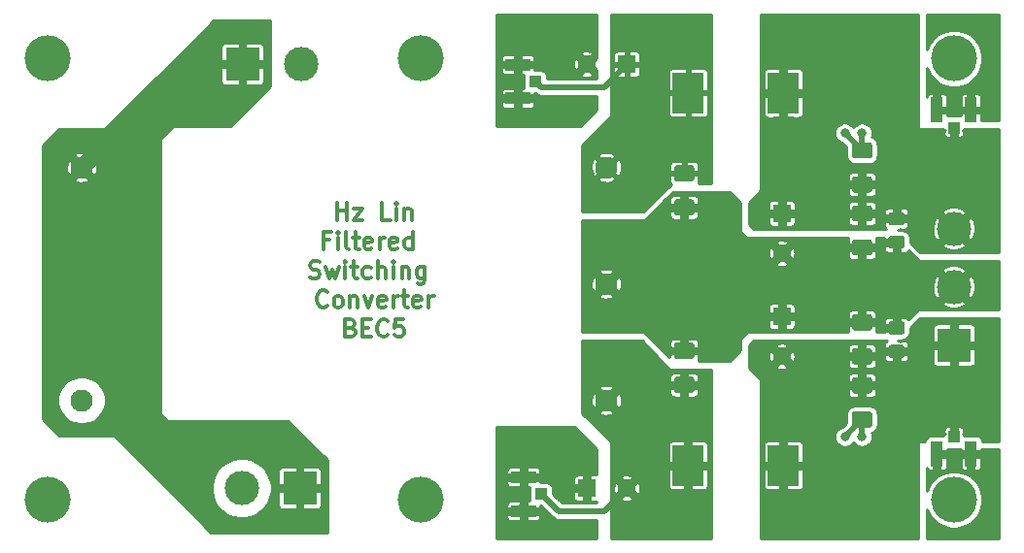
<source format=gtl>
G04 #@! TF.GenerationSoftware,KiCad,Pcbnew,(5.1.4)-1*
G04 #@! TF.CreationDate,2021-06-03T13:44:03-04:00*
G04 #@! TF.ProjectId,controller_power_mod,636f6e74-726f-46c6-9c65-725f706f7765,rev?*
G04 #@! TF.SameCoordinates,Original*
G04 #@! TF.FileFunction,Copper,L1,Top*
G04 #@! TF.FilePolarity,Positive*
%FSLAX46Y46*%
G04 Gerber Fmt 4.6, Leading zero omitted, Abs format (unit mm)*
G04 Created by KiCad (PCBNEW (5.1.4)-1) date 2021-06-03 13:44:03*
%MOMM*%
%LPD*%
G04 APERTURE LIST*
%ADD10C,0.300000*%
%ADD11R,2.200000X1.050000*%
%ADD12R,1.050000X1.000000*%
%ADD13R,1.050000X2.200000*%
%ADD14R,1.000000X1.050000*%
%ADD15C,3.000000*%
%ADD16R,3.000000X3.000000*%
%ADD17C,0.100000*%
%ADD18C,1.425000*%
%ADD19R,2.700000X3.600000*%
%ADD20C,1.150000*%
%ADD21C,1.600000*%
%ADD22R,1.600000X1.600000*%
%ADD23C,1.950000*%
%ADD24C,4.000000*%
%ADD25C,0.800000*%
%ADD26C,0.500000*%
%ADD27C,1.500000*%
%ADD28C,0.254000*%
%ADD29C,0.250000*%
G04 APERTURE END LIST*
D10*
X71250000Y-85578571D02*
X71250000Y-84078571D01*
X71250000Y-84792857D02*
X72107142Y-84792857D01*
X72107142Y-85578571D02*
X72107142Y-84078571D01*
X72678571Y-84578571D02*
X73464285Y-84578571D01*
X72678571Y-85578571D01*
X73464285Y-85578571D01*
X75892857Y-85578571D02*
X75178571Y-85578571D01*
X75178571Y-84078571D01*
X76392857Y-85578571D02*
X76392857Y-84578571D01*
X76392857Y-84078571D02*
X76321428Y-84150000D01*
X76392857Y-84221428D01*
X76464285Y-84150000D01*
X76392857Y-84078571D01*
X76392857Y-84221428D01*
X77107142Y-84578571D02*
X77107142Y-85578571D01*
X77107142Y-84721428D02*
X77178571Y-84650000D01*
X77321428Y-84578571D01*
X77535714Y-84578571D01*
X77678571Y-84650000D01*
X77750000Y-84792857D01*
X77750000Y-85578571D01*
X70535714Y-87342857D02*
X70035714Y-87342857D01*
X70035714Y-88128571D02*
X70035714Y-86628571D01*
X70750000Y-86628571D01*
X71321428Y-88128571D02*
X71321428Y-87128571D01*
X71321428Y-86628571D02*
X71250000Y-86700000D01*
X71321428Y-86771428D01*
X71392857Y-86700000D01*
X71321428Y-86628571D01*
X71321428Y-86771428D01*
X72250000Y-88128571D02*
X72107142Y-88057142D01*
X72035714Y-87914285D01*
X72035714Y-86628571D01*
X72607142Y-87128571D02*
X73178571Y-87128571D01*
X72821428Y-86628571D02*
X72821428Y-87914285D01*
X72892857Y-88057142D01*
X73035714Y-88128571D01*
X73178571Y-88128571D01*
X74250000Y-88057142D02*
X74107142Y-88128571D01*
X73821428Y-88128571D01*
X73678571Y-88057142D01*
X73607142Y-87914285D01*
X73607142Y-87342857D01*
X73678571Y-87200000D01*
X73821428Y-87128571D01*
X74107142Y-87128571D01*
X74250000Y-87200000D01*
X74321428Y-87342857D01*
X74321428Y-87485714D01*
X73607142Y-87628571D01*
X74964285Y-88128571D02*
X74964285Y-87128571D01*
X74964285Y-87414285D02*
X75035714Y-87271428D01*
X75107142Y-87200000D01*
X75250000Y-87128571D01*
X75392857Y-87128571D01*
X76464285Y-88057142D02*
X76321428Y-88128571D01*
X76035714Y-88128571D01*
X75892857Y-88057142D01*
X75821428Y-87914285D01*
X75821428Y-87342857D01*
X75892857Y-87200000D01*
X76035714Y-87128571D01*
X76321428Y-87128571D01*
X76464285Y-87200000D01*
X76535714Y-87342857D01*
X76535714Y-87485714D01*
X75821428Y-87628571D01*
X77821428Y-88128571D02*
X77821428Y-86628571D01*
X77821428Y-88057142D02*
X77678571Y-88128571D01*
X77392857Y-88128571D01*
X77250000Y-88057142D01*
X77178571Y-87985714D01*
X77107142Y-87842857D01*
X77107142Y-87414285D01*
X77178571Y-87271428D01*
X77250000Y-87200000D01*
X77392857Y-87128571D01*
X77678571Y-87128571D01*
X77821428Y-87200000D01*
X68892857Y-90607142D02*
X69107142Y-90678571D01*
X69464285Y-90678571D01*
X69607142Y-90607142D01*
X69678571Y-90535714D01*
X69750000Y-90392857D01*
X69750000Y-90250000D01*
X69678571Y-90107142D01*
X69607142Y-90035714D01*
X69464285Y-89964285D01*
X69178571Y-89892857D01*
X69035714Y-89821428D01*
X68964285Y-89750000D01*
X68892857Y-89607142D01*
X68892857Y-89464285D01*
X68964285Y-89321428D01*
X69035714Y-89250000D01*
X69178571Y-89178571D01*
X69535714Y-89178571D01*
X69750000Y-89250000D01*
X70250000Y-89678571D02*
X70535714Y-90678571D01*
X70821428Y-89964285D01*
X71107142Y-90678571D01*
X71392857Y-89678571D01*
X71964285Y-90678571D02*
X71964285Y-89678571D01*
X71964285Y-89178571D02*
X71892857Y-89250000D01*
X71964285Y-89321428D01*
X72035714Y-89250000D01*
X71964285Y-89178571D01*
X71964285Y-89321428D01*
X72464285Y-89678571D02*
X73035714Y-89678571D01*
X72678571Y-89178571D02*
X72678571Y-90464285D01*
X72750000Y-90607142D01*
X72892857Y-90678571D01*
X73035714Y-90678571D01*
X74178571Y-90607142D02*
X74035714Y-90678571D01*
X73750000Y-90678571D01*
X73607142Y-90607142D01*
X73535714Y-90535714D01*
X73464285Y-90392857D01*
X73464285Y-89964285D01*
X73535714Y-89821428D01*
X73607142Y-89750000D01*
X73750000Y-89678571D01*
X74035714Y-89678571D01*
X74178571Y-89750000D01*
X74821428Y-90678571D02*
X74821428Y-89178571D01*
X75464285Y-90678571D02*
X75464285Y-89892857D01*
X75392857Y-89750000D01*
X75250000Y-89678571D01*
X75035714Y-89678571D01*
X74892857Y-89750000D01*
X74821428Y-89821428D01*
X76178571Y-90678571D02*
X76178571Y-89678571D01*
X76178571Y-89178571D02*
X76107142Y-89250000D01*
X76178571Y-89321428D01*
X76250000Y-89250000D01*
X76178571Y-89178571D01*
X76178571Y-89321428D01*
X76892857Y-89678571D02*
X76892857Y-90678571D01*
X76892857Y-89821428D02*
X76964285Y-89750000D01*
X77107142Y-89678571D01*
X77321428Y-89678571D01*
X77464285Y-89750000D01*
X77535714Y-89892857D01*
X77535714Y-90678571D01*
X78892857Y-89678571D02*
X78892857Y-90892857D01*
X78821428Y-91035714D01*
X78750000Y-91107142D01*
X78607142Y-91178571D01*
X78392857Y-91178571D01*
X78250000Y-91107142D01*
X78892857Y-90607142D02*
X78750000Y-90678571D01*
X78464285Y-90678571D01*
X78321428Y-90607142D01*
X78250000Y-90535714D01*
X78178571Y-90392857D01*
X78178571Y-89964285D01*
X78250000Y-89821428D01*
X78321428Y-89750000D01*
X78464285Y-89678571D01*
X78750000Y-89678571D01*
X78892857Y-89750000D01*
X70392857Y-93085714D02*
X70321428Y-93157142D01*
X70107142Y-93228571D01*
X69964285Y-93228571D01*
X69750000Y-93157142D01*
X69607142Y-93014285D01*
X69535714Y-92871428D01*
X69464285Y-92585714D01*
X69464285Y-92371428D01*
X69535714Y-92085714D01*
X69607142Y-91942857D01*
X69750000Y-91800000D01*
X69964285Y-91728571D01*
X70107142Y-91728571D01*
X70321428Y-91800000D01*
X70392857Y-91871428D01*
X71250000Y-93228571D02*
X71107142Y-93157142D01*
X71035714Y-93085714D01*
X70964285Y-92942857D01*
X70964285Y-92514285D01*
X71035714Y-92371428D01*
X71107142Y-92300000D01*
X71250000Y-92228571D01*
X71464285Y-92228571D01*
X71607142Y-92300000D01*
X71678571Y-92371428D01*
X71750000Y-92514285D01*
X71750000Y-92942857D01*
X71678571Y-93085714D01*
X71607142Y-93157142D01*
X71464285Y-93228571D01*
X71250000Y-93228571D01*
X72392857Y-92228571D02*
X72392857Y-93228571D01*
X72392857Y-92371428D02*
X72464285Y-92300000D01*
X72607142Y-92228571D01*
X72821428Y-92228571D01*
X72964285Y-92300000D01*
X73035714Y-92442857D01*
X73035714Y-93228571D01*
X73607142Y-92228571D02*
X73964285Y-93228571D01*
X74321428Y-92228571D01*
X75464285Y-93157142D02*
X75321428Y-93228571D01*
X75035714Y-93228571D01*
X74892857Y-93157142D01*
X74821428Y-93014285D01*
X74821428Y-92442857D01*
X74892857Y-92300000D01*
X75035714Y-92228571D01*
X75321428Y-92228571D01*
X75464285Y-92300000D01*
X75535714Y-92442857D01*
X75535714Y-92585714D01*
X74821428Y-92728571D01*
X76178571Y-93228571D02*
X76178571Y-92228571D01*
X76178571Y-92514285D02*
X76250000Y-92371428D01*
X76321428Y-92300000D01*
X76464285Y-92228571D01*
X76607142Y-92228571D01*
X76892857Y-92228571D02*
X77464285Y-92228571D01*
X77107142Y-91728571D02*
X77107142Y-93014285D01*
X77178571Y-93157142D01*
X77321428Y-93228571D01*
X77464285Y-93228571D01*
X78535714Y-93157142D02*
X78392857Y-93228571D01*
X78107142Y-93228571D01*
X77964285Y-93157142D01*
X77892857Y-93014285D01*
X77892857Y-92442857D01*
X77964285Y-92300000D01*
X78107142Y-92228571D01*
X78392857Y-92228571D01*
X78535714Y-92300000D01*
X78607142Y-92442857D01*
X78607142Y-92585714D01*
X77892857Y-92728571D01*
X79250000Y-93228571D02*
X79250000Y-92228571D01*
X79250000Y-92514285D02*
X79321428Y-92371428D01*
X79392857Y-92300000D01*
X79535714Y-92228571D01*
X79678571Y-92228571D01*
X72464285Y-94992857D02*
X72678571Y-95064285D01*
X72750000Y-95135714D01*
X72821428Y-95278571D01*
X72821428Y-95492857D01*
X72750000Y-95635714D01*
X72678571Y-95707142D01*
X72535714Y-95778571D01*
X71964285Y-95778571D01*
X71964285Y-94278571D01*
X72464285Y-94278571D01*
X72607142Y-94350000D01*
X72678571Y-94421428D01*
X72750000Y-94564285D01*
X72750000Y-94707142D01*
X72678571Y-94850000D01*
X72607142Y-94921428D01*
X72464285Y-94992857D01*
X71964285Y-94992857D01*
X73464285Y-94992857D02*
X73964285Y-94992857D01*
X74178571Y-95778571D02*
X73464285Y-95778571D01*
X73464285Y-94278571D01*
X74178571Y-94278571D01*
X75678571Y-95635714D02*
X75607142Y-95707142D01*
X75392857Y-95778571D01*
X75250000Y-95778571D01*
X75035714Y-95707142D01*
X74892857Y-95564285D01*
X74821428Y-95421428D01*
X74750000Y-95135714D01*
X74750000Y-94921428D01*
X74821428Y-94635714D01*
X74892857Y-94492857D01*
X75035714Y-94350000D01*
X75250000Y-94278571D01*
X75392857Y-94278571D01*
X75607142Y-94350000D01*
X75678571Y-94421428D01*
X77035714Y-94278571D02*
X76321428Y-94278571D01*
X76250000Y-94992857D01*
X76321428Y-94921428D01*
X76464285Y-94850000D01*
X76821428Y-94850000D01*
X76964285Y-94921428D01*
X77035714Y-94992857D01*
X77107142Y-95135714D01*
X77107142Y-95492857D01*
X77035714Y-95635714D01*
X76964285Y-95707142D01*
X76821428Y-95778571D01*
X76464285Y-95778571D01*
X76321428Y-95707142D01*
X76250000Y-95635714D01*
D11*
X87500000Y-108025000D03*
X87500000Y-110975000D03*
D12*
X89025000Y-109500000D03*
D13*
X123525000Y-106000000D03*
X126475000Y-106000000D03*
D14*
X125000000Y-104475000D03*
D13*
X126475000Y-76000000D03*
X123525000Y-76000000D03*
D14*
X125000000Y-77525000D03*
D11*
X87000000Y-72025000D03*
X87000000Y-74975000D03*
D12*
X88525000Y-73500000D03*
D15*
X62920000Y-109000000D03*
D16*
X68000000Y-109000000D03*
D15*
X68080000Y-72000000D03*
D16*
X63000000Y-72000000D03*
D17*
G36*
X102149504Y-99263704D02*
G01*
X102173773Y-99267304D01*
X102197571Y-99273265D01*
X102220671Y-99281530D01*
X102242849Y-99292020D01*
X102263893Y-99304633D01*
X102283598Y-99319247D01*
X102301777Y-99335723D01*
X102318253Y-99353902D01*
X102332867Y-99373607D01*
X102345480Y-99394651D01*
X102355970Y-99416829D01*
X102364235Y-99439929D01*
X102370196Y-99463727D01*
X102373796Y-99487996D01*
X102375000Y-99512500D01*
X102375000Y-100437500D01*
X102373796Y-100462004D01*
X102370196Y-100486273D01*
X102364235Y-100510071D01*
X102355970Y-100533171D01*
X102345480Y-100555349D01*
X102332867Y-100576393D01*
X102318253Y-100596098D01*
X102301777Y-100614277D01*
X102283598Y-100630753D01*
X102263893Y-100645367D01*
X102242849Y-100657980D01*
X102220671Y-100668470D01*
X102197571Y-100676735D01*
X102173773Y-100682696D01*
X102149504Y-100686296D01*
X102125000Y-100687500D01*
X100875000Y-100687500D01*
X100850496Y-100686296D01*
X100826227Y-100682696D01*
X100802429Y-100676735D01*
X100779329Y-100668470D01*
X100757151Y-100657980D01*
X100736107Y-100645367D01*
X100716402Y-100630753D01*
X100698223Y-100614277D01*
X100681747Y-100596098D01*
X100667133Y-100576393D01*
X100654520Y-100555349D01*
X100644030Y-100533171D01*
X100635765Y-100510071D01*
X100629804Y-100486273D01*
X100626204Y-100462004D01*
X100625000Y-100437500D01*
X100625000Y-99512500D01*
X100626204Y-99487996D01*
X100629804Y-99463727D01*
X100635765Y-99439929D01*
X100644030Y-99416829D01*
X100654520Y-99394651D01*
X100667133Y-99373607D01*
X100681747Y-99353902D01*
X100698223Y-99335723D01*
X100716402Y-99319247D01*
X100736107Y-99304633D01*
X100757151Y-99292020D01*
X100779329Y-99281530D01*
X100802429Y-99273265D01*
X100826227Y-99267304D01*
X100850496Y-99263704D01*
X100875000Y-99262500D01*
X102125000Y-99262500D01*
X102149504Y-99263704D01*
X102149504Y-99263704D01*
G37*
D18*
X101500000Y-99975000D03*
D17*
G36*
X102149504Y-96288704D02*
G01*
X102173773Y-96292304D01*
X102197571Y-96298265D01*
X102220671Y-96306530D01*
X102242849Y-96317020D01*
X102263893Y-96329633D01*
X102283598Y-96344247D01*
X102301777Y-96360723D01*
X102318253Y-96378902D01*
X102332867Y-96398607D01*
X102345480Y-96419651D01*
X102355970Y-96441829D01*
X102364235Y-96464929D01*
X102370196Y-96488727D01*
X102373796Y-96512996D01*
X102375000Y-96537500D01*
X102375000Y-97462500D01*
X102373796Y-97487004D01*
X102370196Y-97511273D01*
X102364235Y-97535071D01*
X102355970Y-97558171D01*
X102345480Y-97580349D01*
X102332867Y-97601393D01*
X102318253Y-97621098D01*
X102301777Y-97639277D01*
X102283598Y-97655753D01*
X102263893Y-97670367D01*
X102242849Y-97682980D01*
X102220671Y-97693470D01*
X102197571Y-97701735D01*
X102173773Y-97707696D01*
X102149504Y-97711296D01*
X102125000Y-97712500D01*
X100875000Y-97712500D01*
X100850496Y-97711296D01*
X100826227Y-97707696D01*
X100802429Y-97701735D01*
X100779329Y-97693470D01*
X100757151Y-97682980D01*
X100736107Y-97670367D01*
X100716402Y-97655753D01*
X100698223Y-97639277D01*
X100681747Y-97621098D01*
X100667133Y-97601393D01*
X100654520Y-97580349D01*
X100644030Y-97558171D01*
X100635765Y-97535071D01*
X100629804Y-97511273D01*
X100626204Y-97487004D01*
X100625000Y-97462500D01*
X100625000Y-96537500D01*
X100626204Y-96512996D01*
X100629804Y-96488727D01*
X100635765Y-96464929D01*
X100644030Y-96441829D01*
X100654520Y-96419651D01*
X100667133Y-96398607D01*
X100681747Y-96378902D01*
X100698223Y-96360723D01*
X100716402Y-96344247D01*
X100736107Y-96329633D01*
X100757151Y-96317020D01*
X100779329Y-96306530D01*
X100802429Y-96298265D01*
X100826227Y-96292304D01*
X100850496Y-96288704D01*
X100875000Y-96287500D01*
X102125000Y-96287500D01*
X102149504Y-96288704D01*
X102149504Y-96288704D01*
G37*
D18*
X101500000Y-97000000D03*
D17*
G36*
X102149504Y-83776204D02*
G01*
X102173773Y-83779804D01*
X102197571Y-83785765D01*
X102220671Y-83794030D01*
X102242849Y-83804520D01*
X102263893Y-83817133D01*
X102283598Y-83831747D01*
X102301777Y-83848223D01*
X102318253Y-83866402D01*
X102332867Y-83886107D01*
X102345480Y-83907151D01*
X102355970Y-83929329D01*
X102364235Y-83952429D01*
X102370196Y-83976227D01*
X102373796Y-84000496D01*
X102375000Y-84025000D01*
X102375000Y-84950000D01*
X102373796Y-84974504D01*
X102370196Y-84998773D01*
X102364235Y-85022571D01*
X102355970Y-85045671D01*
X102345480Y-85067849D01*
X102332867Y-85088893D01*
X102318253Y-85108598D01*
X102301777Y-85126777D01*
X102283598Y-85143253D01*
X102263893Y-85157867D01*
X102242849Y-85170480D01*
X102220671Y-85180970D01*
X102197571Y-85189235D01*
X102173773Y-85195196D01*
X102149504Y-85198796D01*
X102125000Y-85200000D01*
X100875000Y-85200000D01*
X100850496Y-85198796D01*
X100826227Y-85195196D01*
X100802429Y-85189235D01*
X100779329Y-85180970D01*
X100757151Y-85170480D01*
X100736107Y-85157867D01*
X100716402Y-85143253D01*
X100698223Y-85126777D01*
X100681747Y-85108598D01*
X100667133Y-85088893D01*
X100654520Y-85067849D01*
X100644030Y-85045671D01*
X100635765Y-85022571D01*
X100629804Y-84998773D01*
X100626204Y-84974504D01*
X100625000Y-84950000D01*
X100625000Y-84025000D01*
X100626204Y-84000496D01*
X100629804Y-83976227D01*
X100635765Y-83952429D01*
X100644030Y-83929329D01*
X100654520Y-83907151D01*
X100667133Y-83886107D01*
X100681747Y-83866402D01*
X100698223Y-83848223D01*
X100716402Y-83831747D01*
X100736107Y-83817133D01*
X100757151Y-83804520D01*
X100779329Y-83794030D01*
X100802429Y-83785765D01*
X100826227Y-83779804D01*
X100850496Y-83776204D01*
X100875000Y-83775000D01*
X102125000Y-83775000D01*
X102149504Y-83776204D01*
X102149504Y-83776204D01*
G37*
D18*
X101500000Y-84487500D03*
D17*
G36*
X102149504Y-80801204D02*
G01*
X102173773Y-80804804D01*
X102197571Y-80810765D01*
X102220671Y-80819030D01*
X102242849Y-80829520D01*
X102263893Y-80842133D01*
X102283598Y-80856747D01*
X102301777Y-80873223D01*
X102318253Y-80891402D01*
X102332867Y-80911107D01*
X102345480Y-80932151D01*
X102355970Y-80954329D01*
X102364235Y-80977429D01*
X102370196Y-81001227D01*
X102373796Y-81025496D01*
X102375000Y-81050000D01*
X102375000Y-81975000D01*
X102373796Y-81999504D01*
X102370196Y-82023773D01*
X102364235Y-82047571D01*
X102355970Y-82070671D01*
X102345480Y-82092849D01*
X102332867Y-82113893D01*
X102318253Y-82133598D01*
X102301777Y-82151777D01*
X102283598Y-82168253D01*
X102263893Y-82182867D01*
X102242849Y-82195480D01*
X102220671Y-82205970D01*
X102197571Y-82214235D01*
X102173773Y-82220196D01*
X102149504Y-82223796D01*
X102125000Y-82225000D01*
X100875000Y-82225000D01*
X100850496Y-82223796D01*
X100826227Y-82220196D01*
X100802429Y-82214235D01*
X100779329Y-82205970D01*
X100757151Y-82195480D01*
X100736107Y-82182867D01*
X100716402Y-82168253D01*
X100698223Y-82151777D01*
X100681747Y-82133598D01*
X100667133Y-82113893D01*
X100654520Y-82092849D01*
X100644030Y-82070671D01*
X100635765Y-82047571D01*
X100629804Y-82023773D01*
X100626204Y-81999504D01*
X100625000Y-81975000D01*
X100625000Y-81050000D01*
X100626204Y-81025496D01*
X100629804Y-81001227D01*
X100635765Y-80977429D01*
X100644030Y-80954329D01*
X100654520Y-80932151D01*
X100667133Y-80911107D01*
X100681747Y-80891402D01*
X100698223Y-80873223D01*
X100716402Y-80856747D01*
X100736107Y-80842133D01*
X100757151Y-80829520D01*
X100779329Y-80819030D01*
X100802429Y-80810765D01*
X100826227Y-80804804D01*
X100850496Y-80801204D01*
X100875000Y-80800000D01*
X102125000Y-80800000D01*
X102149504Y-80801204D01*
X102149504Y-80801204D01*
G37*
D18*
X101500000Y-81512500D03*
D19*
X110150000Y-107000000D03*
X101850000Y-107000000D03*
D15*
X125000000Y-86340000D03*
X125000000Y-91420000D03*
D16*
X125000000Y-96500000D03*
D17*
G36*
X120474505Y-94426204D02*
G01*
X120498773Y-94429804D01*
X120522572Y-94435765D01*
X120545671Y-94444030D01*
X120567850Y-94454520D01*
X120588893Y-94467132D01*
X120608599Y-94481747D01*
X120626777Y-94498223D01*
X120643253Y-94516401D01*
X120657868Y-94536107D01*
X120670480Y-94557150D01*
X120680970Y-94579329D01*
X120689235Y-94602428D01*
X120695196Y-94626227D01*
X120698796Y-94650495D01*
X120700000Y-94674999D01*
X120700000Y-95325001D01*
X120698796Y-95349505D01*
X120695196Y-95373773D01*
X120689235Y-95397572D01*
X120680970Y-95420671D01*
X120670480Y-95442850D01*
X120657868Y-95463893D01*
X120643253Y-95483599D01*
X120626777Y-95501777D01*
X120608599Y-95518253D01*
X120588893Y-95532868D01*
X120567850Y-95545480D01*
X120545671Y-95555970D01*
X120522572Y-95564235D01*
X120498773Y-95570196D01*
X120474505Y-95573796D01*
X120450001Y-95575000D01*
X119549999Y-95575000D01*
X119525495Y-95573796D01*
X119501227Y-95570196D01*
X119477428Y-95564235D01*
X119454329Y-95555970D01*
X119432150Y-95545480D01*
X119411107Y-95532868D01*
X119391401Y-95518253D01*
X119373223Y-95501777D01*
X119356747Y-95483599D01*
X119342132Y-95463893D01*
X119329520Y-95442850D01*
X119319030Y-95420671D01*
X119310765Y-95397572D01*
X119304804Y-95373773D01*
X119301204Y-95349505D01*
X119300000Y-95325001D01*
X119300000Y-94674999D01*
X119301204Y-94650495D01*
X119304804Y-94626227D01*
X119310765Y-94602428D01*
X119319030Y-94579329D01*
X119329520Y-94557150D01*
X119342132Y-94536107D01*
X119356747Y-94516401D01*
X119373223Y-94498223D01*
X119391401Y-94481747D01*
X119411107Y-94467132D01*
X119432150Y-94454520D01*
X119454329Y-94444030D01*
X119477428Y-94435765D01*
X119501227Y-94429804D01*
X119525495Y-94426204D01*
X119549999Y-94425000D01*
X120450001Y-94425000D01*
X120474505Y-94426204D01*
X120474505Y-94426204D01*
G37*
D20*
X120000000Y-95000000D03*
D17*
G36*
X120474505Y-96476204D02*
G01*
X120498773Y-96479804D01*
X120522572Y-96485765D01*
X120545671Y-96494030D01*
X120567850Y-96504520D01*
X120588893Y-96517132D01*
X120608599Y-96531747D01*
X120626777Y-96548223D01*
X120643253Y-96566401D01*
X120657868Y-96586107D01*
X120670480Y-96607150D01*
X120680970Y-96629329D01*
X120689235Y-96652428D01*
X120695196Y-96676227D01*
X120698796Y-96700495D01*
X120700000Y-96724999D01*
X120700000Y-97375001D01*
X120698796Y-97399505D01*
X120695196Y-97423773D01*
X120689235Y-97447572D01*
X120680970Y-97470671D01*
X120670480Y-97492850D01*
X120657868Y-97513893D01*
X120643253Y-97533599D01*
X120626777Y-97551777D01*
X120608599Y-97568253D01*
X120588893Y-97582868D01*
X120567850Y-97595480D01*
X120545671Y-97605970D01*
X120522572Y-97614235D01*
X120498773Y-97620196D01*
X120474505Y-97623796D01*
X120450001Y-97625000D01*
X119549999Y-97625000D01*
X119525495Y-97623796D01*
X119501227Y-97620196D01*
X119477428Y-97614235D01*
X119454329Y-97605970D01*
X119432150Y-97595480D01*
X119411107Y-97582868D01*
X119391401Y-97568253D01*
X119373223Y-97551777D01*
X119356747Y-97533599D01*
X119342132Y-97513893D01*
X119329520Y-97492850D01*
X119319030Y-97470671D01*
X119310765Y-97447572D01*
X119304804Y-97423773D01*
X119301204Y-97399505D01*
X119300000Y-97375001D01*
X119300000Y-96724999D01*
X119301204Y-96700495D01*
X119304804Y-96676227D01*
X119310765Y-96652428D01*
X119319030Y-96629329D01*
X119329520Y-96607150D01*
X119342132Y-96586107D01*
X119356747Y-96566401D01*
X119373223Y-96548223D01*
X119391401Y-96531747D01*
X119411107Y-96517132D01*
X119432150Y-96504520D01*
X119454329Y-96494030D01*
X119477428Y-96485765D01*
X119501227Y-96479804D01*
X119525495Y-96476204D01*
X119549999Y-96475000D01*
X120450001Y-96475000D01*
X120474505Y-96476204D01*
X120474505Y-96476204D01*
G37*
D20*
X120000000Y-97050000D03*
D17*
G36*
X117649504Y-102276204D02*
G01*
X117673773Y-102279804D01*
X117697571Y-102285765D01*
X117720671Y-102294030D01*
X117742849Y-102304520D01*
X117763893Y-102317133D01*
X117783598Y-102331747D01*
X117801777Y-102348223D01*
X117818253Y-102366402D01*
X117832867Y-102386107D01*
X117845480Y-102407151D01*
X117855970Y-102429329D01*
X117864235Y-102452429D01*
X117870196Y-102476227D01*
X117873796Y-102500496D01*
X117875000Y-102525000D01*
X117875000Y-103450000D01*
X117873796Y-103474504D01*
X117870196Y-103498773D01*
X117864235Y-103522571D01*
X117855970Y-103545671D01*
X117845480Y-103567849D01*
X117832867Y-103588893D01*
X117818253Y-103608598D01*
X117801777Y-103626777D01*
X117783598Y-103643253D01*
X117763893Y-103657867D01*
X117742849Y-103670480D01*
X117720671Y-103680970D01*
X117697571Y-103689235D01*
X117673773Y-103695196D01*
X117649504Y-103698796D01*
X117625000Y-103700000D01*
X116375000Y-103700000D01*
X116350496Y-103698796D01*
X116326227Y-103695196D01*
X116302429Y-103689235D01*
X116279329Y-103680970D01*
X116257151Y-103670480D01*
X116236107Y-103657867D01*
X116216402Y-103643253D01*
X116198223Y-103626777D01*
X116181747Y-103608598D01*
X116167133Y-103588893D01*
X116154520Y-103567849D01*
X116144030Y-103545671D01*
X116135765Y-103522571D01*
X116129804Y-103498773D01*
X116126204Y-103474504D01*
X116125000Y-103450000D01*
X116125000Y-102525000D01*
X116126204Y-102500496D01*
X116129804Y-102476227D01*
X116135765Y-102452429D01*
X116144030Y-102429329D01*
X116154520Y-102407151D01*
X116167133Y-102386107D01*
X116181747Y-102366402D01*
X116198223Y-102348223D01*
X116216402Y-102331747D01*
X116236107Y-102317133D01*
X116257151Y-102304520D01*
X116279329Y-102294030D01*
X116302429Y-102285765D01*
X116326227Y-102279804D01*
X116350496Y-102276204D01*
X116375000Y-102275000D01*
X117625000Y-102275000D01*
X117649504Y-102276204D01*
X117649504Y-102276204D01*
G37*
D18*
X117000000Y-102987500D03*
D17*
G36*
X117649504Y-99301204D02*
G01*
X117673773Y-99304804D01*
X117697571Y-99310765D01*
X117720671Y-99319030D01*
X117742849Y-99329520D01*
X117763893Y-99342133D01*
X117783598Y-99356747D01*
X117801777Y-99373223D01*
X117818253Y-99391402D01*
X117832867Y-99411107D01*
X117845480Y-99432151D01*
X117855970Y-99454329D01*
X117864235Y-99477429D01*
X117870196Y-99501227D01*
X117873796Y-99525496D01*
X117875000Y-99550000D01*
X117875000Y-100475000D01*
X117873796Y-100499504D01*
X117870196Y-100523773D01*
X117864235Y-100547571D01*
X117855970Y-100570671D01*
X117845480Y-100592849D01*
X117832867Y-100613893D01*
X117818253Y-100633598D01*
X117801777Y-100651777D01*
X117783598Y-100668253D01*
X117763893Y-100682867D01*
X117742849Y-100695480D01*
X117720671Y-100705970D01*
X117697571Y-100714235D01*
X117673773Y-100720196D01*
X117649504Y-100723796D01*
X117625000Y-100725000D01*
X116375000Y-100725000D01*
X116350496Y-100723796D01*
X116326227Y-100720196D01*
X116302429Y-100714235D01*
X116279329Y-100705970D01*
X116257151Y-100695480D01*
X116236107Y-100682867D01*
X116216402Y-100668253D01*
X116198223Y-100651777D01*
X116181747Y-100633598D01*
X116167133Y-100613893D01*
X116154520Y-100592849D01*
X116144030Y-100570671D01*
X116135765Y-100547571D01*
X116129804Y-100523773D01*
X116126204Y-100499504D01*
X116125000Y-100475000D01*
X116125000Y-99550000D01*
X116126204Y-99525496D01*
X116129804Y-99501227D01*
X116135765Y-99477429D01*
X116144030Y-99454329D01*
X116154520Y-99432151D01*
X116167133Y-99411107D01*
X116181747Y-99391402D01*
X116198223Y-99373223D01*
X116216402Y-99356747D01*
X116236107Y-99342133D01*
X116257151Y-99329520D01*
X116279329Y-99319030D01*
X116302429Y-99310765D01*
X116326227Y-99304804D01*
X116350496Y-99301204D01*
X116375000Y-99300000D01*
X117625000Y-99300000D01*
X117649504Y-99301204D01*
X117649504Y-99301204D01*
G37*
D18*
X117000000Y-100012500D03*
D17*
G36*
X117649504Y-93801204D02*
G01*
X117673773Y-93804804D01*
X117697571Y-93810765D01*
X117720671Y-93819030D01*
X117742849Y-93829520D01*
X117763893Y-93842133D01*
X117783598Y-93856747D01*
X117801777Y-93873223D01*
X117818253Y-93891402D01*
X117832867Y-93911107D01*
X117845480Y-93932151D01*
X117855970Y-93954329D01*
X117864235Y-93977429D01*
X117870196Y-94001227D01*
X117873796Y-94025496D01*
X117875000Y-94050000D01*
X117875000Y-94975000D01*
X117873796Y-94999504D01*
X117870196Y-95023773D01*
X117864235Y-95047571D01*
X117855970Y-95070671D01*
X117845480Y-95092849D01*
X117832867Y-95113893D01*
X117818253Y-95133598D01*
X117801777Y-95151777D01*
X117783598Y-95168253D01*
X117763893Y-95182867D01*
X117742849Y-95195480D01*
X117720671Y-95205970D01*
X117697571Y-95214235D01*
X117673773Y-95220196D01*
X117649504Y-95223796D01*
X117625000Y-95225000D01*
X116375000Y-95225000D01*
X116350496Y-95223796D01*
X116326227Y-95220196D01*
X116302429Y-95214235D01*
X116279329Y-95205970D01*
X116257151Y-95195480D01*
X116236107Y-95182867D01*
X116216402Y-95168253D01*
X116198223Y-95151777D01*
X116181747Y-95133598D01*
X116167133Y-95113893D01*
X116154520Y-95092849D01*
X116144030Y-95070671D01*
X116135765Y-95047571D01*
X116129804Y-95023773D01*
X116126204Y-94999504D01*
X116125000Y-94975000D01*
X116125000Y-94050000D01*
X116126204Y-94025496D01*
X116129804Y-94001227D01*
X116135765Y-93977429D01*
X116144030Y-93954329D01*
X116154520Y-93932151D01*
X116167133Y-93911107D01*
X116181747Y-93891402D01*
X116198223Y-93873223D01*
X116216402Y-93856747D01*
X116236107Y-93842133D01*
X116257151Y-93829520D01*
X116279329Y-93819030D01*
X116302429Y-93810765D01*
X116326227Y-93804804D01*
X116350496Y-93801204D01*
X116375000Y-93800000D01*
X117625000Y-93800000D01*
X117649504Y-93801204D01*
X117649504Y-93801204D01*
G37*
D18*
X117000000Y-94512500D03*
D17*
G36*
X117649504Y-96776204D02*
G01*
X117673773Y-96779804D01*
X117697571Y-96785765D01*
X117720671Y-96794030D01*
X117742849Y-96804520D01*
X117763893Y-96817133D01*
X117783598Y-96831747D01*
X117801777Y-96848223D01*
X117818253Y-96866402D01*
X117832867Y-96886107D01*
X117845480Y-96907151D01*
X117855970Y-96929329D01*
X117864235Y-96952429D01*
X117870196Y-96976227D01*
X117873796Y-97000496D01*
X117875000Y-97025000D01*
X117875000Y-97950000D01*
X117873796Y-97974504D01*
X117870196Y-97998773D01*
X117864235Y-98022571D01*
X117855970Y-98045671D01*
X117845480Y-98067849D01*
X117832867Y-98088893D01*
X117818253Y-98108598D01*
X117801777Y-98126777D01*
X117783598Y-98143253D01*
X117763893Y-98157867D01*
X117742849Y-98170480D01*
X117720671Y-98180970D01*
X117697571Y-98189235D01*
X117673773Y-98195196D01*
X117649504Y-98198796D01*
X117625000Y-98200000D01*
X116375000Y-98200000D01*
X116350496Y-98198796D01*
X116326227Y-98195196D01*
X116302429Y-98189235D01*
X116279329Y-98180970D01*
X116257151Y-98170480D01*
X116236107Y-98157867D01*
X116216402Y-98143253D01*
X116198223Y-98126777D01*
X116181747Y-98108598D01*
X116167133Y-98088893D01*
X116154520Y-98067849D01*
X116144030Y-98045671D01*
X116135765Y-98022571D01*
X116129804Y-97998773D01*
X116126204Y-97974504D01*
X116125000Y-97950000D01*
X116125000Y-97025000D01*
X116126204Y-97000496D01*
X116129804Y-96976227D01*
X116135765Y-96952429D01*
X116144030Y-96929329D01*
X116154520Y-96907151D01*
X116167133Y-96886107D01*
X116181747Y-96866402D01*
X116198223Y-96848223D01*
X116216402Y-96831747D01*
X116236107Y-96817133D01*
X116257151Y-96804520D01*
X116279329Y-96794030D01*
X116302429Y-96785765D01*
X116326227Y-96779804D01*
X116350496Y-96776204D01*
X116375000Y-96775000D01*
X117625000Y-96775000D01*
X117649504Y-96776204D01*
X117649504Y-96776204D01*
G37*
D18*
X117000000Y-97487500D03*
D21*
X110000000Y-97500000D03*
D22*
X110000000Y-94000000D03*
D21*
X96500000Y-109000000D03*
D22*
X93000000Y-109000000D03*
D23*
X94720000Y-81000000D03*
X94720000Y-91160000D03*
X94720000Y-101320000D03*
X49000000Y-101320000D03*
X49000000Y-81000000D03*
D19*
X110150000Y-74500000D03*
X101850000Y-74500000D03*
D17*
G36*
X120474505Y-86951204D02*
G01*
X120498773Y-86954804D01*
X120522572Y-86960765D01*
X120545671Y-86969030D01*
X120567850Y-86979520D01*
X120588893Y-86992132D01*
X120608599Y-87006747D01*
X120626777Y-87023223D01*
X120643253Y-87041401D01*
X120657868Y-87061107D01*
X120670480Y-87082150D01*
X120680970Y-87104329D01*
X120689235Y-87127428D01*
X120695196Y-87151227D01*
X120698796Y-87175495D01*
X120700000Y-87199999D01*
X120700000Y-87850001D01*
X120698796Y-87874505D01*
X120695196Y-87898773D01*
X120689235Y-87922572D01*
X120680970Y-87945671D01*
X120670480Y-87967850D01*
X120657868Y-87988893D01*
X120643253Y-88008599D01*
X120626777Y-88026777D01*
X120608599Y-88043253D01*
X120588893Y-88057868D01*
X120567850Y-88070480D01*
X120545671Y-88080970D01*
X120522572Y-88089235D01*
X120498773Y-88095196D01*
X120474505Y-88098796D01*
X120450001Y-88100000D01*
X119549999Y-88100000D01*
X119525495Y-88098796D01*
X119501227Y-88095196D01*
X119477428Y-88089235D01*
X119454329Y-88080970D01*
X119432150Y-88070480D01*
X119411107Y-88057868D01*
X119391401Y-88043253D01*
X119373223Y-88026777D01*
X119356747Y-88008599D01*
X119342132Y-87988893D01*
X119329520Y-87967850D01*
X119319030Y-87945671D01*
X119310765Y-87922572D01*
X119304804Y-87898773D01*
X119301204Y-87874505D01*
X119300000Y-87850001D01*
X119300000Y-87199999D01*
X119301204Y-87175495D01*
X119304804Y-87151227D01*
X119310765Y-87127428D01*
X119319030Y-87104329D01*
X119329520Y-87082150D01*
X119342132Y-87061107D01*
X119356747Y-87041401D01*
X119373223Y-87023223D01*
X119391401Y-87006747D01*
X119411107Y-86992132D01*
X119432150Y-86979520D01*
X119454329Y-86969030D01*
X119477428Y-86960765D01*
X119501227Y-86954804D01*
X119525495Y-86951204D01*
X119549999Y-86950000D01*
X120450001Y-86950000D01*
X120474505Y-86951204D01*
X120474505Y-86951204D01*
G37*
D20*
X120000000Y-87525000D03*
D17*
G36*
X120474505Y-84901204D02*
G01*
X120498773Y-84904804D01*
X120522572Y-84910765D01*
X120545671Y-84919030D01*
X120567850Y-84929520D01*
X120588893Y-84942132D01*
X120608599Y-84956747D01*
X120626777Y-84973223D01*
X120643253Y-84991401D01*
X120657868Y-85011107D01*
X120670480Y-85032150D01*
X120680970Y-85054329D01*
X120689235Y-85077428D01*
X120695196Y-85101227D01*
X120698796Y-85125495D01*
X120700000Y-85149999D01*
X120700000Y-85800001D01*
X120698796Y-85824505D01*
X120695196Y-85848773D01*
X120689235Y-85872572D01*
X120680970Y-85895671D01*
X120670480Y-85917850D01*
X120657868Y-85938893D01*
X120643253Y-85958599D01*
X120626777Y-85976777D01*
X120608599Y-85993253D01*
X120588893Y-86007868D01*
X120567850Y-86020480D01*
X120545671Y-86030970D01*
X120522572Y-86039235D01*
X120498773Y-86045196D01*
X120474505Y-86048796D01*
X120450001Y-86050000D01*
X119549999Y-86050000D01*
X119525495Y-86048796D01*
X119501227Y-86045196D01*
X119477428Y-86039235D01*
X119454329Y-86030970D01*
X119432150Y-86020480D01*
X119411107Y-86007868D01*
X119391401Y-85993253D01*
X119373223Y-85976777D01*
X119356747Y-85958599D01*
X119342132Y-85938893D01*
X119329520Y-85917850D01*
X119319030Y-85895671D01*
X119310765Y-85872572D01*
X119304804Y-85848773D01*
X119301204Y-85824505D01*
X119300000Y-85800001D01*
X119300000Y-85149999D01*
X119301204Y-85125495D01*
X119304804Y-85101227D01*
X119310765Y-85077428D01*
X119319030Y-85054329D01*
X119329520Y-85032150D01*
X119342132Y-85011107D01*
X119356747Y-84991401D01*
X119373223Y-84973223D01*
X119391401Y-84956747D01*
X119411107Y-84942132D01*
X119432150Y-84929520D01*
X119454329Y-84919030D01*
X119477428Y-84910765D01*
X119501227Y-84904804D01*
X119525495Y-84901204D01*
X119549999Y-84900000D01*
X120450001Y-84900000D01*
X120474505Y-84901204D01*
X120474505Y-84901204D01*
G37*
D20*
X120000000Y-85475000D03*
D17*
G36*
X117649504Y-87276204D02*
G01*
X117673773Y-87279804D01*
X117697571Y-87285765D01*
X117720671Y-87294030D01*
X117742849Y-87304520D01*
X117763893Y-87317133D01*
X117783598Y-87331747D01*
X117801777Y-87348223D01*
X117818253Y-87366402D01*
X117832867Y-87386107D01*
X117845480Y-87407151D01*
X117855970Y-87429329D01*
X117864235Y-87452429D01*
X117870196Y-87476227D01*
X117873796Y-87500496D01*
X117875000Y-87525000D01*
X117875000Y-88450000D01*
X117873796Y-88474504D01*
X117870196Y-88498773D01*
X117864235Y-88522571D01*
X117855970Y-88545671D01*
X117845480Y-88567849D01*
X117832867Y-88588893D01*
X117818253Y-88608598D01*
X117801777Y-88626777D01*
X117783598Y-88643253D01*
X117763893Y-88657867D01*
X117742849Y-88670480D01*
X117720671Y-88680970D01*
X117697571Y-88689235D01*
X117673773Y-88695196D01*
X117649504Y-88698796D01*
X117625000Y-88700000D01*
X116375000Y-88700000D01*
X116350496Y-88698796D01*
X116326227Y-88695196D01*
X116302429Y-88689235D01*
X116279329Y-88680970D01*
X116257151Y-88670480D01*
X116236107Y-88657867D01*
X116216402Y-88643253D01*
X116198223Y-88626777D01*
X116181747Y-88608598D01*
X116167133Y-88588893D01*
X116154520Y-88567849D01*
X116144030Y-88545671D01*
X116135765Y-88522571D01*
X116129804Y-88498773D01*
X116126204Y-88474504D01*
X116125000Y-88450000D01*
X116125000Y-87525000D01*
X116126204Y-87500496D01*
X116129804Y-87476227D01*
X116135765Y-87452429D01*
X116144030Y-87429329D01*
X116154520Y-87407151D01*
X116167133Y-87386107D01*
X116181747Y-87366402D01*
X116198223Y-87348223D01*
X116216402Y-87331747D01*
X116236107Y-87317133D01*
X116257151Y-87304520D01*
X116279329Y-87294030D01*
X116302429Y-87285765D01*
X116326227Y-87279804D01*
X116350496Y-87276204D01*
X116375000Y-87275000D01*
X117625000Y-87275000D01*
X117649504Y-87276204D01*
X117649504Y-87276204D01*
G37*
D18*
X117000000Y-87987500D03*
D17*
G36*
X117649504Y-84301204D02*
G01*
X117673773Y-84304804D01*
X117697571Y-84310765D01*
X117720671Y-84319030D01*
X117742849Y-84329520D01*
X117763893Y-84342133D01*
X117783598Y-84356747D01*
X117801777Y-84373223D01*
X117818253Y-84391402D01*
X117832867Y-84411107D01*
X117845480Y-84432151D01*
X117855970Y-84454329D01*
X117864235Y-84477429D01*
X117870196Y-84501227D01*
X117873796Y-84525496D01*
X117875000Y-84550000D01*
X117875000Y-85475000D01*
X117873796Y-85499504D01*
X117870196Y-85523773D01*
X117864235Y-85547571D01*
X117855970Y-85570671D01*
X117845480Y-85592849D01*
X117832867Y-85613893D01*
X117818253Y-85633598D01*
X117801777Y-85651777D01*
X117783598Y-85668253D01*
X117763893Y-85682867D01*
X117742849Y-85695480D01*
X117720671Y-85705970D01*
X117697571Y-85714235D01*
X117673773Y-85720196D01*
X117649504Y-85723796D01*
X117625000Y-85725000D01*
X116375000Y-85725000D01*
X116350496Y-85723796D01*
X116326227Y-85720196D01*
X116302429Y-85714235D01*
X116279329Y-85705970D01*
X116257151Y-85695480D01*
X116236107Y-85682867D01*
X116216402Y-85668253D01*
X116198223Y-85651777D01*
X116181747Y-85633598D01*
X116167133Y-85613893D01*
X116154520Y-85592849D01*
X116144030Y-85570671D01*
X116135765Y-85547571D01*
X116129804Y-85523773D01*
X116126204Y-85499504D01*
X116125000Y-85475000D01*
X116125000Y-84550000D01*
X116126204Y-84525496D01*
X116129804Y-84501227D01*
X116135765Y-84477429D01*
X116144030Y-84454329D01*
X116154520Y-84432151D01*
X116167133Y-84411107D01*
X116181747Y-84391402D01*
X116198223Y-84373223D01*
X116216402Y-84356747D01*
X116236107Y-84342133D01*
X116257151Y-84329520D01*
X116279329Y-84319030D01*
X116302429Y-84310765D01*
X116326227Y-84304804D01*
X116350496Y-84301204D01*
X116375000Y-84300000D01*
X117625000Y-84300000D01*
X117649504Y-84301204D01*
X117649504Y-84301204D01*
G37*
D18*
X117000000Y-85012500D03*
D17*
G36*
X117649504Y-78801204D02*
G01*
X117673773Y-78804804D01*
X117697571Y-78810765D01*
X117720671Y-78819030D01*
X117742849Y-78829520D01*
X117763893Y-78842133D01*
X117783598Y-78856747D01*
X117801777Y-78873223D01*
X117818253Y-78891402D01*
X117832867Y-78911107D01*
X117845480Y-78932151D01*
X117855970Y-78954329D01*
X117864235Y-78977429D01*
X117870196Y-79001227D01*
X117873796Y-79025496D01*
X117875000Y-79050000D01*
X117875000Y-79975000D01*
X117873796Y-79999504D01*
X117870196Y-80023773D01*
X117864235Y-80047571D01*
X117855970Y-80070671D01*
X117845480Y-80092849D01*
X117832867Y-80113893D01*
X117818253Y-80133598D01*
X117801777Y-80151777D01*
X117783598Y-80168253D01*
X117763893Y-80182867D01*
X117742849Y-80195480D01*
X117720671Y-80205970D01*
X117697571Y-80214235D01*
X117673773Y-80220196D01*
X117649504Y-80223796D01*
X117625000Y-80225000D01*
X116375000Y-80225000D01*
X116350496Y-80223796D01*
X116326227Y-80220196D01*
X116302429Y-80214235D01*
X116279329Y-80205970D01*
X116257151Y-80195480D01*
X116236107Y-80182867D01*
X116216402Y-80168253D01*
X116198223Y-80151777D01*
X116181747Y-80133598D01*
X116167133Y-80113893D01*
X116154520Y-80092849D01*
X116144030Y-80070671D01*
X116135765Y-80047571D01*
X116129804Y-80023773D01*
X116126204Y-79999504D01*
X116125000Y-79975000D01*
X116125000Y-79050000D01*
X116126204Y-79025496D01*
X116129804Y-79001227D01*
X116135765Y-78977429D01*
X116144030Y-78954329D01*
X116154520Y-78932151D01*
X116167133Y-78911107D01*
X116181747Y-78891402D01*
X116198223Y-78873223D01*
X116216402Y-78856747D01*
X116236107Y-78842133D01*
X116257151Y-78829520D01*
X116279329Y-78819030D01*
X116302429Y-78810765D01*
X116326227Y-78804804D01*
X116350496Y-78801204D01*
X116375000Y-78800000D01*
X117625000Y-78800000D01*
X117649504Y-78801204D01*
X117649504Y-78801204D01*
G37*
D18*
X117000000Y-79512500D03*
D17*
G36*
X117649504Y-81776204D02*
G01*
X117673773Y-81779804D01*
X117697571Y-81785765D01*
X117720671Y-81794030D01*
X117742849Y-81804520D01*
X117763893Y-81817133D01*
X117783598Y-81831747D01*
X117801777Y-81848223D01*
X117818253Y-81866402D01*
X117832867Y-81886107D01*
X117845480Y-81907151D01*
X117855970Y-81929329D01*
X117864235Y-81952429D01*
X117870196Y-81976227D01*
X117873796Y-82000496D01*
X117875000Y-82025000D01*
X117875000Y-82950000D01*
X117873796Y-82974504D01*
X117870196Y-82998773D01*
X117864235Y-83022571D01*
X117855970Y-83045671D01*
X117845480Y-83067849D01*
X117832867Y-83088893D01*
X117818253Y-83108598D01*
X117801777Y-83126777D01*
X117783598Y-83143253D01*
X117763893Y-83157867D01*
X117742849Y-83170480D01*
X117720671Y-83180970D01*
X117697571Y-83189235D01*
X117673773Y-83195196D01*
X117649504Y-83198796D01*
X117625000Y-83200000D01*
X116375000Y-83200000D01*
X116350496Y-83198796D01*
X116326227Y-83195196D01*
X116302429Y-83189235D01*
X116279329Y-83180970D01*
X116257151Y-83170480D01*
X116236107Y-83157867D01*
X116216402Y-83143253D01*
X116198223Y-83126777D01*
X116181747Y-83108598D01*
X116167133Y-83088893D01*
X116154520Y-83067849D01*
X116144030Y-83045671D01*
X116135765Y-83022571D01*
X116129804Y-82998773D01*
X116126204Y-82974504D01*
X116125000Y-82950000D01*
X116125000Y-82025000D01*
X116126204Y-82000496D01*
X116129804Y-81976227D01*
X116135765Y-81952429D01*
X116144030Y-81929329D01*
X116154520Y-81907151D01*
X116167133Y-81886107D01*
X116181747Y-81866402D01*
X116198223Y-81848223D01*
X116216402Y-81831747D01*
X116236107Y-81817133D01*
X116257151Y-81804520D01*
X116279329Y-81794030D01*
X116302429Y-81785765D01*
X116326227Y-81779804D01*
X116350496Y-81776204D01*
X116375000Y-81775000D01*
X117625000Y-81775000D01*
X117649504Y-81776204D01*
X117649504Y-81776204D01*
G37*
D18*
X117000000Y-82487500D03*
D21*
X110000000Y-88500000D03*
D22*
X110000000Y-85000000D03*
D21*
X93000000Y-72000000D03*
D22*
X96500000Y-72000000D03*
D24*
X125000000Y-71500000D03*
X125000000Y-110000000D03*
X46000000Y-110000000D03*
X46000000Y-71500000D03*
X78500000Y-71500000D03*
X78500000Y-110000000D03*
D25*
X113500000Y-91500000D03*
X115000000Y-91500000D03*
X117000000Y-91500000D03*
X117000000Y-90000000D03*
X117000000Y-93000000D03*
X120000000Y-93000000D03*
X120000000Y-91500000D03*
X120000000Y-90000000D03*
X112000000Y-91500000D03*
X110500000Y-91500000D03*
X109000000Y-91500000D03*
X107500000Y-91500000D03*
X106000000Y-91500000D03*
X104500000Y-91500000D03*
X103000000Y-91500000D03*
X101500000Y-91500000D03*
X100000000Y-91500000D03*
X98500000Y-91500000D03*
X97000000Y-91500000D03*
X117000000Y-78000000D03*
X117000000Y-104500000D03*
X125000000Y-75500000D03*
X128000000Y-68500000D03*
X128000000Y-69500000D03*
X128000000Y-73500000D03*
X128000000Y-74500000D03*
X128000000Y-75500000D03*
X128000000Y-76500000D03*
X128000000Y-106500000D03*
X128000000Y-107500000D03*
X128000000Y-108500000D03*
X128000000Y-111500000D03*
X128000000Y-112500000D03*
X125000000Y-106500000D03*
X93000000Y-76000000D03*
X91500000Y-76000000D03*
X90000000Y-76000000D03*
X88000000Y-76500000D03*
X86000000Y-76500000D03*
X86000000Y-69500000D03*
X88000000Y-69500000D03*
X90000000Y-70000000D03*
X91500000Y-70000000D03*
X90500000Y-72500000D03*
X93000000Y-112500000D03*
X91500000Y-112500000D03*
X90000000Y-112500000D03*
X87500000Y-112500000D03*
X85500000Y-112000000D03*
X87500000Y-110500000D03*
X91000000Y-109000000D03*
X90000000Y-107000000D03*
X91500000Y-107000000D03*
X93000000Y-107000000D03*
X87500000Y-106500000D03*
X85500000Y-106500000D03*
X93000000Y-70000000D03*
X103500000Y-84000000D03*
X103500000Y-86000000D03*
X101500000Y-86000000D03*
X99000000Y-86000000D03*
X99000000Y-95000000D03*
X101500000Y-95000000D03*
X103500000Y-95000000D03*
X103500000Y-97000000D03*
X112000000Y-89000000D03*
X108000000Y-89000000D03*
X108000000Y-94000000D03*
X112000000Y-94000000D03*
X115000000Y-89000000D03*
X115000000Y-94000000D03*
X115500000Y-104500000D03*
X115500000Y-78000000D03*
D26*
X88550000Y-73500000D02*
X89050000Y-74000000D01*
X88525000Y-73500000D02*
X88550000Y-73500000D01*
X89050000Y-74000000D02*
X94500000Y-74000000D01*
X94500000Y-74000000D02*
X96500000Y-72000000D01*
X125000000Y-78550000D02*
X124500000Y-79050000D01*
X125000000Y-77525000D02*
X125000000Y-78550000D01*
X117000000Y-79512500D02*
X117000000Y-78000000D01*
X117000000Y-102987500D02*
X117000000Y-104500000D01*
X117000000Y-102987500D02*
X117000000Y-103000000D01*
X117000000Y-103000000D02*
X115500000Y-104500000D01*
X117000000Y-79512500D02*
X117000000Y-79500000D01*
X117000000Y-79500000D02*
X115500000Y-78000000D01*
X95500000Y-110000000D02*
X96500000Y-109000000D01*
X95500000Y-111000000D02*
X95500000Y-110000000D01*
X90050000Y-110500000D02*
X90550000Y-111000000D01*
X94500000Y-111000000D02*
X96500000Y-109000000D01*
X90550000Y-111000000D02*
X94500000Y-111000000D01*
X90025000Y-110500000D02*
X89025000Y-109500000D01*
X90050000Y-110500000D02*
X90025000Y-110500000D01*
D27*
X55000000Y-77000000D02*
X55000000Y-105000000D01*
X53000000Y-77000000D02*
X49000000Y-81000000D01*
X55000000Y-77000000D02*
X53000000Y-77000000D01*
D28*
G36*
X65373000Y-73947394D02*
G01*
X61947394Y-77373000D01*
X57000000Y-77373000D01*
X56975224Y-77375440D01*
X56951399Y-77382667D01*
X56929443Y-77394403D01*
X56910197Y-77410197D01*
X55910197Y-78410197D01*
X55894403Y-78429443D01*
X55882667Y-78451399D01*
X55875440Y-78475224D01*
X55873000Y-78500000D01*
X55873000Y-102500000D01*
X55875440Y-102524776D01*
X55882667Y-102548601D01*
X55894403Y-102570557D01*
X55910197Y-102589803D01*
X56410197Y-103089803D01*
X56429443Y-103105597D01*
X56451399Y-103117333D01*
X56475224Y-103124560D01*
X56500000Y-103127000D01*
X66947394Y-103127000D01*
X70373000Y-106552606D01*
X70373000Y-112848000D01*
X60277606Y-112848000D01*
X56170869Y-108741263D01*
X60293000Y-108741263D01*
X60293000Y-109258737D01*
X60393954Y-109766268D01*
X60591983Y-110244351D01*
X60879476Y-110674615D01*
X61245385Y-111040524D01*
X61675649Y-111328017D01*
X62153732Y-111526046D01*
X62661263Y-111627000D01*
X63178737Y-111627000D01*
X63686268Y-111526046D01*
X64164351Y-111328017D01*
X64594615Y-111040524D01*
X64960524Y-110674615D01*
X65077197Y-110500000D01*
X66121176Y-110500000D01*
X66128455Y-110573905D01*
X66150012Y-110644970D01*
X66185019Y-110710463D01*
X66232131Y-110767869D01*
X66289537Y-110814981D01*
X66355030Y-110849988D01*
X66426095Y-110871545D01*
X66500000Y-110878824D01*
X67657750Y-110877000D01*
X67752000Y-110782750D01*
X67752000Y-109248000D01*
X68248000Y-109248000D01*
X68248000Y-110782750D01*
X68342250Y-110877000D01*
X69500000Y-110878824D01*
X69573905Y-110871545D01*
X69644970Y-110849988D01*
X69710463Y-110814981D01*
X69767869Y-110767869D01*
X69814981Y-110710463D01*
X69849988Y-110644970D01*
X69871545Y-110573905D01*
X69878824Y-110500000D01*
X69877000Y-109342250D01*
X69782750Y-109248000D01*
X68248000Y-109248000D01*
X67752000Y-109248000D01*
X66217250Y-109248000D01*
X66123000Y-109342250D01*
X66121176Y-110500000D01*
X65077197Y-110500000D01*
X65248017Y-110244351D01*
X65446046Y-109766268D01*
X65547000Y-109258737D01*
X65547000Y-108741263D01*
X65446046Y-108233732D01*
X65248017Y-107755649D01*
X65077198Y-107500000D01*
X66121176Y-107500000D01*
X66123000Y-108657750D01*
X66217250Y-108752000D01*
X67752000Y-108752000D01*
X67752000Y-107217250D01*
X68248000Y-107217250D01*
X68248000Y-108752000D01*
X69782750Y-108752000D01*
X69877000Y-108657750D01*
X69878824Y-107500000D01*
X69871545Y-107426095D01*
X69849988Y-107355030D01*
X69814981Y-107289537D01*
X69767869Y-107232131D01*
X69710463Y-107185019D01*
X69644970Y-107150012D01*
X69573905Y-107128455D01*
X69500000Y-107121176D01*
X68342250Y-107123000D01*
X68248000Y-107217250D01*
X67752000Y-107217250D01*
X67657750Y-107123000D01*
X66500000Y-107121176D01*
X66426095Y-107128455D01*
X66355030Y-107150012D01*
X66289537Y-107185019D01*
X66232131Y-107232131D01*
X66185019Y-107289537D01*
X66150012Y-107355030D01*
X66128455Y-107426095D01*
X66121176Y-107500000D01*
X65077198Y-107500000D01*
X64960524Y-107325385D01*
X64594615Y-106959476D01*
X64164351Y-106671983D01*
X63686268Y-106473954D01*
X63178737Y-106373000D01*
X62661263Y-106373000D01*
X62153732Y-106473954D01*
X61675649Y-106671983D01*
X61245385Y-106959476D01*
X60879476Y-107325385D01*
X60591983Y-107755649D01*
X60393954Y-108233732D01*
X60293000Y-108741263D01*
X56170869Y-108741263D01*
X51839803Y-104410197D01*
X51820557Y-104394403D01*
X51798601Y-104382667D01*
X51774776Y-104375440D01*
X51750000Y-104373000D01*
X47052606Y-104373000D01*
X45627000Y-102947394D01*
X45627000Y-101112971D01*
X46898000Y-101112971D01*
X46898000Y-101527029D01*
X46978778Y-101933131D01*
X47137231Y-102315671D01*
X47367270Y-102659947D01*
X47660053Y-102952730D01*
X48004329Y-103182769D01*
X48386869Y-103341222D01*
X48792971Y-103422000D01*
X49207029Y-103422000D01*
X49613131Y-103341222D01*
X49995671Y-103182769D01*
X50339947Y-102952730D01*
X50632730Y-102659947D01*
X50862769Y-102315671D01*
X51021222Y-101933131D01*
X51102000Y-101527029D01*
X51102000Y-101112971D01*
X51021222Y-100706869D01*
X50862769Y-100324329D01*
X50632730Y-99980053D01*
X50339947Y-99687270D01*
X49995671Y-99457231D01*
X49613131Y-99298778D01*
X49207029Y-99218000D01*
X48792971Y-99218000D01*
X48386869Y-99298778D01*
X48004329Y-99457231D01*
X47660053Y-99687270D01*
X47367270Y-99980053D01*
X47137231Y-100324329D01*
X46978778Y-100706869D01*
X46898000Y-101112971D01*
X45627000Y-101112971D01*
X45627000Y-82051984D01*
X48298741Y-82051984D01*
X48415523Y-82226385D01*
X48666009Y-82316846D01*
X48929331Y-82356702D01*
X49195368Y-82344421D01*
X49453897Y-82280474D01*
X49584477Y-82226385D01*
X49701259Y-82051984D01*
X49000000Y-81350725D01*
X48298741Y-82051984D01*
X45627000Y-82051984D01*
X45627000Y-80929331D01*
X47643298Y-80929331D01*
X47655579Y-81195368D01*
X47719526Y-81453897D01*
X47773615Y-81584477D01*
X47948016Y-81701259D01*
X48649275Y-81000000D01*
X49350725Y-81000000D01*
X50051984Y-81701259D01*
X50226385Y-81584477D01*
X50316846Y-81333991D01*
X50356702Y-81070669D01*
X50344421Y-80804632D01*
X50280474Y-80546103D01*
X50226385Y-80415523D01*
X50051984Y-80298741D01*
X49350725Y-81000000D01*
X48649275Y-81000000D01*
X47948016Y-80298741D01*
X47773615Y-80415523D01*
X47683154Y-80666009D01*
X47643298Y-80929331D01*
X45627000Y-80929331D01*
X45627000Y-79948016D01*
X48298741Y-79948016D01*
X49000000Y-80649275D01*
X49701259Y-79948016D01*
X49584477Y-79773615D01*
X49333991Y-79683154D01*
X49070669Y-79643298D01*
X48804632Y-79655579D01*
X48546103Y-79719526D01*
X48415523Y-79773615D01*
X48298741Y-79948016D01*
X45627000Y-79948016D01*
X45627000Y-79052606D01*
X47052606Y-77627000D01*
X51000000Y-77627000D01*
X51024776Y-77624560D01*
X51048601Y-77617333D01*
X51070557Y-77605597D01*
X51089803Y-77589803D01*
X55179606Y-73500000D01*
X61121176Y-73500000D01*
X61128455Y-73573905D01*
X61150012Y-73644970D01*
X61185019Y-73710463D01*
X61232131Y-73767869D01*
X61289537Y-73814981D01*
X61355030Y-73849988D01*
X61426095Y-73871545D01*
X61500000Y-73878824D01*
X62657750Y-73877000D01*
X62752000Y-73782750D01*
X62752000Y-72248000D01*
X63248000Y-72248000D01*
X63248000Y-73782750D01*
X63342250Y-73877000D01*
X64500000Y-73878824D01*
X64573905Y-73871545D01*
X64644970Y-73849988D01*
X64710463Y-73814981D01*
X64767869Y-73767869D01*
X64814981Y-73710463D01*
X64849988Y-73644970D01*
X64871545Y-73573905D01*
X64878824Y-73500000D01*
X64877000Y-72342250D01*
X64782750Y-72248000D01*
X63248000Y-72248000D01*
X62752000Y-72248000D01*
X61217250Y-72248000D01*
X61123000Y-72342250D01*
X61121176Y-73500000D01*
X55179606Y-73500000D01*
X58179606Y-70500000D01*
X61121176Y-70500000D01*
X61123000Y-71657750D01*
X61217250Y-71752000D01*
X62752000Y-71752000D01*
X62752000Y-70217250D01*
X63248000Y-70217250D01*
X63248000Y-71752000D01*
X64782750Y-71752000D01*
X64877000Y-71657750D01*
X64878824Y-70500000D01*
X64871545Y-70426095D01*
X64849988Y-70355030D01*
X64814981Y-70289537D01*
X64767869Y-70232131D01*
X64710463Y-70185019D01*
X64644970Y-70150012D01*
X64573905Y-70128455D01*
X64500000Y-70121176D01*
X63342250Y-70123000D01*
X63248000Y-70217250D01*
X62752000Y-70217250D01*
X62657750Y-70123000D01*
X61500000Y-70121176D01*
X61426095Y-70128455D01*
X61355030Y-70150012D01*
X61289537Y-70185019D01*
X61232131Y-70232131D01*
X61185019Y-70289537D01*
X61150012Y-70355030D01*
X61128455Y-70426095D01*
X61121176Y-70500000D01*
X58179606Y-70500000D01*
X60527606Y-68152000D01*
X65373000Y-68152000D01*
X65373000Y-73947394D01*
X65373000Y-73947394D01*
G37*
X65373000Y-73947394D02*
X61947394Y-77373000D01*
X57000000Y-77373000D01*
X56975224Y-77375440D01*
X56951399Y-77382667D01*
X56929443Y-77394403D01*
X56910197Y-77410197D01*
X55910197Y-78410197D01*
X55894403Y-78429443D01*
X55882667Y-78451399D01*
X55875440Y-78475224D01*
X55873000Y-78500000D01*
X55873000Y-102500000D01*
X55875440Y-102524776D01*
X55882667Y-102548601D01*
X55894403Y-102570557D01*
X55910197Y-102589803D01*
X56410197Y-103089803D01*
X56429443Y-103105597D01*
X56451399Y-103117333D01*
X56475224Y-103124560D01*
X56500000Y-103127000D01*
X66947394Y-103127000D01*
X70373000Y-106552606D01*
X70373000Y-112848000D01*
X60277606Y-112848000D01*
X56170869Y-108741263D01*
X60293000Y-108741263D01*
X60293000Y-109258737D01*
X60393954Y-109766268D01*
X60591983Y-110244351D01*
X60879476Y-110674615D01*
X61245385Y-111040524D01*
X61675649Y-111328017D01*
X62153732Y-111526046D01*
X62661263Y-111627000D01*
X63178737Y-111627000D01*
X63686268Y-111526046D01*
X64164351Y-111328017D01*
X64594615Y-111040524D01*
X64960524Y-110674615D01*
X65077197Y-110500000D01*
X66121176Y-110500000D01*
X66128455Y-110573905D01*
X66150012Y-110644970D01*
X66185019Y-110710463D01*
X66232131Y-110767869D01*
X66289537Y-110814981D01*
X66355030Y-110849988D01*
X66426095Y-110871545D01*
X66500000Y-110878824D01*
X67657750Y-110877000D01*
X67752000Y-110782750D01*
X67752000Y-109248000D01*
X68248000Y-109248000D01*
X68248000Y-110782750D01*
X68342250Y-110877000D01*
X69500000Y-110878824D01*
X69573905Y-110871545D01*
X69644970Y-110849988D01*
X69710463Y-110814981D01*
X69767869Y-110767869D01*
X69814981Y-110710463D01*
X69849988Y-110644970D01*
X69871545Y-110573905D01*
X69878824Y-110500000D01*
X69877000Y-109342250D01*
X69782750Y-109248000D01*
X68248000Y-109248000D01*
X67752000Y-109248000D01*
X66217250Y-109248000D01*
X66123000Y-109342250D01*
X66121176Y-110500000D01*
X65077197Y-110500000D01*
X65248017Y-110244351D01*
X65446046Y-109766268D01*
X65547000Y-109258737D01*
X65547000Y-108741263D01*
X65446046Y-108233732D01*
X65248017Y-107755649D01*
X65077198Y-107500000D01*
X66121176Y-107500000D01*
X66123000Y-108657750D01*
X66217250Y-108752000D01*
X67752000Y-108752000D01*
X67752000Y-107217250D01*
X68248000Y-107217250D01*
X68248000Y-108752000D01*
X69782750Y-108752000D01*
X69877000Y-108657750D01*
X69878824Y-107500000D01*
X69871545Y-107426095D01*
X69849988Y-107355030D01*
X69814981Y-107289537D01*
X69767869Y-107232131D01*
X69710463Y-107185019D01*
X69644970Y-107150012D01*
X69573905Y-107128455D01*
X69500000Y-107121176D01*
X68342250Y-107123000D01*
X68248000Y-107217250D01*
X67752000Y-107217250D01*
X67657750Y-107123000D01*
X66500000Y-107121176D01*
X66426095Y-107128455D01*
X66355030Y-107150012D01*
X66289537Y-107185019D01*
X66232131Y-107232131D01*
X66185019Y-107289537D01*
X66150012Y-107355030D01*
X66128455Y-107426095D01*
X66121176Y-107500000D01*
X65077198Y-107500000D01*
X64960524Y-107325385D01*
X64594615Y-106959476D01*
X64164351Y-106671983D01*
X63686268Y-106473954D01*
X63178737Y-106373000D01*
X62661263Y-106373000D01*
X62153732Y-106473954D01*
X61675649Y-106671983D01*
X61245385Y-106959476D01*
X60879476Y-107325385D01*
X60591983Y-107755649D01*
X60393954Y-108233732D01*
X60293000Y-108741263D01*
X56170869Y-108741263D01*
X51839803Y-104410197D01*
X51820557Y-104394403D01*
X51798601Y-104382667D01*
X51774776Y-104375440D01*
X51750000Y-104373000D01*
X47052606Y-104373000D01*
X45627000Y-102947394D01*
X45627000Y-101112971D01*
X46898000Y-101112971D01*
X46898000Y-101527029D01*
X46978778Y-101933131D01*
X47137231Y-102315671D01*
X47367270Y-102659947D01*
X47660053Y-102952730D01*
X48004329Y-103182769D01*
X48386869Y-103341222D01*
X48792971Y-103422000D01*
X49207029Y-103422000D01*
X49613131Y-103341222D01*
X49995671Y-103182769D01*
X50339947Y-102952730D01*
X50632730Y-102659947D01*
X50862769Y-102315671D01*
X51021222Y-101933131D01*
X51102000Y-101527029D01*
X51102000Y-101112971D01*
X51021222Y-100706869D01*
X50862769Y-100324329D01*
X50632730Y-99980053D01*
X50339947Y-99687270D01*
X49995671Y-99457231D01*
X49613131Y-99298778D01*
X49207029Y-99218000D01*
X48792971Y-99218000D01*
X48386869Y-99298778D01*
X48004329Y-99457231D01*
X47660053Y-99687270D01*
X47367270Y-99980053D01*
X47137231Y-100324329D01*
X46978778Y-100706869D01*
X46898000Y-101112971D01*
X45627000Y-101112971D01*
X45627000Y-82051984D01*
X48298741Y-82051984D01*
X48415523Y-82226385D01*
X48666009Y-82316846D01*
X48929331Y-82356702D01*
X49195368Y-82344421D01*
X49453897Y-82280474D01*
X49584477Y-82226385D01*
X49701259Y-82051984D01*
X49000000Y-81350725D01*
X48298741Y-82051984D01*
X45627000Y-82051984D01*
X45627000Y-80929331D01*
X47643298Y-80929331D01*
X47655579Y-81195368D01*
X47719526Y-81453897D01*
X47773615Y-81584477D01*
X47948016Y-81701259D01*
X48649275Y-81000000D01*
X49350725Y-81000000D01*
X50051984Y-81701259D01*
X50226385Y-81584477D01*
X50316846Y-81333991D01*
X50356702Y-81070669D01*
X50344421Y-80804632D01*
X50280474Y-80546103D01*
X50226385Y-80415523D01*
X50051984Y-80298741D01*
X49350725Y-81000000D01*
X48649275Y-81000000D01*
X47948016Y-80298741D01*
X47773615Y-80415523D01*
X47683154Y-80666009D01*
X47643298Y-80929331D01*
X45627000Y-80929331D01*
X45627000Y-79948016D01*
X48298741Y-79948016D01*
X49000000Y-80649275D01*
X49701259Y-79948016D01*
X49584477Y-79773615D01*
X49333991Y-79683154D01*
X49070669Y-79643298D01*
X48804632Y-79655579D01*
X48546103Y-79719526D01*
X48415523Y-79773615D01*
X48298741Y-79948016D01*
X45627000Y-79948016D01*
X45627000Y-79052606D01*
X47052606Y-77627000D01*
X51000000Y-77627000D01*
X51024776Y-77624560D01*
X51048601Y-77617333D01*
X51070557Y-77605597D01*
X51089803Y-77589803D01*
X55179606Y-73500000D01*
X61121176Y-73500000D01*
X61128455Y-73573905D01*
X61150012Y-73644970D01*
X61185019Y-73710463D01*
X61232131Y-73767869D01*
X61289537Y-73814981D01*
X61355030Y-73849988D01*
X61426095Y-73871545D01*
X61500000Y-73878824D01*
X62657750Y-73877000D01*
X62752000Y-73782750D01*
X62752000Y-72248000D01*
X63248000Y-72248000D01*
X63248000Y-73782750D01*
X63342250Y-73877000D01*
X64500000Y-73878824D01*
X64573905Y-73871545D01*
X64644970Y-73849988D01*
X64710463Y-73814981D01*
X64767869Y-73767869D01*
X64814981Y-73710463D01*
X64849988Y-73644970D01*
X64871545Y-73573905D01*
X64878824Y-73500000D01*
X64877000Y-72342250D01*
X64782750Y-72248000D01*
X63248000Y-72248000D01*
X62752000Y-72248000D01*
X61217250Y-72248000D01*
X61123000Y-72342250D01*
X61121176Y-73500000D01*
X55179606Y-73500000D01*
X58179606Y-70500000D01*
X61121176Y-70500000D01*
X61123000Y-71657750D01*
X61217250Y-71752000D01*
X62752000Y-71752000D01*
X62752000Y-70217250D01*
X63248000Y-70217250D01*
X63248000Y-71752000D01*
X64782750Y-71752000D01*
X64877000Y-71657750D01*
X64878824Y-70500000D01*
X64871545Y-70426095D01*
X64849988Y-70355030D01*
X64814981Y-70289537D01*
X64767869Y-70232131D01*
X64710463Y-70185019D01*
X64644970Y-70150012D01*
X64573905Y-70128455D01*
X64500000Y-70121176D01*
X63342250Y-70123000D01*
X63248000Y-70217250D01*
X62752000Y-70217250D01*
X62657750Y-70123000D01*
X61500000Y-70121176D01*
X61426095Y-70128455D01*
X61355030Y-70150012D01*
X61289537Y-70185019D01*
X61232131Y-70232131D01*
X61185019Y-70289537D01*
X61150012Y-70355030D01*
X61128455Y-70426095D01*
X61121176Y-70500000D01*
X58179606Y-70500000D01*
X60527606Y-68152000D01*
X65373000Y-68152000D01*
X65373000Y-73947394D01*
D29*
G36*
X103875000Y-82375000D02*
G01*
X102720031Y-82375000D01*
X102723131Y-82369200D01*
X102744574Y-82298513D01*
X102751814Y-82225000D01*
X102750000Y-81731250D01*
X102656250Y-81637500D01*
X101625000Y-81637500D01*
X101625000Y-81657500D01*
X101375000Y-81657500D01*
X101375000Y-81637500D01*
X100343750Y-81637500D01*
X100250000Y-81731250D01*
X100248186Y-82225000D01*
X100255426Y-82298513D01*
X100276869Y-82369200D01*
X100311691Y-82434347D01*
X100346483Y-82476741D01*
X97948224Y-84875000D01*
X92625000Y-84875000D01*
X92625000Y-81976925D01*
X93919852Y-81976925D01*
X94027170Y-82166262D01*
X94268009Y-82279018D01*
X94526217Y-82342620D01*
X94791873Y-82354627D01*
X95054767Y-82314577D01*
X95304796Y-82224007D01*
X95412830Y-82166262D01*
X95520148Y-81976925D01*
X94720000Y-81176777D01*
X93919852Y-81976925D01*
X92625000Y-81976925D01*
X92625000Y-81071873D01*
X93365373Y-81071873D01*
X93405423Y-81334767D01*
X93495993Y-81584796D01*
X93553738Y-81692830D01*
X93743075Y-81800148D01*
X94543223Y-81000000D01*
X94896777Y-81000000D01*
X95696925Y-81800148D01*
X95886262Y-81692830D01*
X95999018Y-81451991D01*
X96062620Y-81193783D01*
X96074627Y-80928127D01*
X96055108Y-80800000D01*
X100248186Y-80800000D01*
X100250000Y-81293750D01*
X100343750Y-81387500D01*
X101375000Y-81387500D01*
X101375000Y-80518750D01*
X101625000Y-80518750D01*
X101625000Y-81387500D01*
X102656250Y-81387500D01*
X102750000Y-81293750D01*
X102751814Y-80800000D01*
X102744574Y-80726487D01*
X102723131Y-80655800D01*
X102688309Y-80590653D01*
X102641448Y-80533552D01*
X102584347Y-80486691D01*
X102519200Y-80451869D01*
X102448513Y-80430426D01*
X102375000Y-80423186D01*
X101718750Y-80425000D01*
X101625000Y-80518750D01*
X101375000Y-80518750D01*
X101281250Y-80425000D01*
X100625000Y-80423186D01*
X100551487Y-80430426D01*
X100480800Y-80451869D01*
X100415653Y-80486691D01*
X100358552Y-80533552D01*
X100311691Y-80590653D01*
X100276869Y-80655800D01*
X100255426Y-80726487D01*
X100248186Y-80800000D01*
X96055108Y-80800000D01*
X96034577Y-80665233D01*
X95944007Y-80415204D01*
X95886262Y-80307170D01*
X95696925Y-80199852D01*
X94896777Y-81000000D01*
X94543223Y-81000000D01*
X93743075Y-80199852D01*
X93553738Y-80307170D01*
X93440982Y-80548009D01*
X93377380Y-80806217D01*
X93365373Y-81071873D01*
X92625000Y-81071873D01*
X92625000Y-80023075D01*
X93919852Y-80023075D01*
X94720000Y-80823223D01*
X95520148Y-80023075D01*
X95412830Y-79833738D01*
X95171991Y-79720982D01*
X94913783Y-79657380D01*
X94648127Y-79645373D01*
X94385233Y-79685423D01*
X94135204Y-79775993D01*
X94027170Y-79833738D01*
X93919852Y-80023075D01*
X92625000Y-80023075D01*
X92625000Y-79051776D01*
X95088388Y-76588388D01*
X95103934Y-76569446D01*
X95115485Y-76547835D01*
X95122598Y-76524386D01*
X95125000Y-76500000D01*
X95125000Y-76300000D01*
X100123186Y-76300000D01*
X100130426Y-76373513D01*
X100151869Y-76444200D01*
X100186691Y-76509347D01*
X100233552Y-76566448D01*
X100290653Y-76613309D01*
X100355800Y-76648131D01*
X100426487Y-76669574D01*
X100500000Y-76676814D01*
X101631250Y-76675000D01*
X101725000Y-76581250D01*
X101725000Y-74625000D01*
X101975000Y-74625000D01*
X101975000Y-76581250D01*
X102068750Y-76675000D01*
X103200000Y-76676814D01*
X103273513Y-76669574D01*
X103344200Y-76648131D01*
X103409347Y-76613309D01*
X103466448Y-76566448D01*
X103513309Y-76509347D01*
X103548131Y-76444200D01*
X103569574Y-76373513D01*
X103576814Y-76300000D01*
X103575000Y-74718750D01*
X103481250Y-74625000D01*
X101975000Y-74625000D01*
X101725000Y-74625000D01*
X100218750Y-74625000D01*
X100125000Y-74718750D01*
X100123186Y-76300000D01*
X95125000Y-76300000D01*
X95125000Y-72800000D01*
X95323186Y-72800000D01*
X95330426Y-72873513D01*
X95351869Y-72944200D01*
X95386691Y-73009347D01*
X95433552Y-73066448D01*
X95490653Y-73113309D01*
X95555800Y-73148131D01*
X95626487Y-73169574D01*
X95700000Y-73176814D01*
X96281250Y-73175000D01*
X96375000Y-73081250D01*
X96375000Y-72125000D01*
X96625000Y-72125000D01*
X96625000Y-73081250D01*
X96718750Y-73175000D01*
X97300000Y-73176814D01*
X97373513Y-73169574D01*
X97444200Y-73148131D01*
X97509347Y-73113309D01*
X97566448Y-73066448D01*
X97613309Y-73009347D01*
X97648131Y-72944200D01*
X97669574Y-72873513D01*
X97676814Y-72800000D01*
X97676502Y-72700000D01*
X100123186Y-72700000D01*
X100125000Y-74281250D01*
X100218750Y-74375000D01*
X101725000Y-74375000D01*
X101725000Y-72418750D01*
X101975000Y-72418750D01*
X101975000Y-74375000D01*
X103481250Y-74375000D01*
X103575000Y-74281250D01*
X103576814Y-72700000D01*
X103569574Y-72626487D01*
X103548131Y-72555800D01*
X103513309Y-72490653D01*
X103466448Y-72433552D01*
X103409347Y-72386691D01*
X103344200Y-72351869D01*
X103273513Y-72330426D01*
X103200000Y-72323186D01*
X102068750Y-72325000D01*
X101975000Y-72418750D01*
X101725000Y-72418750D01*
X101631250Y-72325000D01*
X100500000Y-72323186D01*
X100426487Y-72330426D01*
X100355800Y-72351869D01*
X100290653Y-72386691D01*
X100233552Y-72433552D01*
X100186691Y-72490653D01*
X100151869Y-72555800D01*
X100130426Y-72626487D01*
X100123186Y-72700000D01*
X97676502Y-72700000D01*
X97675000Y-72218750D01*
X97581250Y-72125000D01*
X96625000Y-72125000D01*
X96375000Y-72125000D01*
X95418750Y-72125000D01*
X95325000Y-72218750D01*
X95323186Y-72800000D01*
X95125000Y-72800000D01*
X95125000Y-71200000D01*
X95323186Y-71200000D01*
X95325000Y-71781250D01*
X95418750Y-71875000D01*
X96375000Y-71875000D01*
X96375000Y-70918750D01*
X96625000Y-70918750D01*
X96625000Y-71875000D01*
X97581250Y-71875000D01*
X97675000Y-71781250D01*
X97676814Y-71200000D01*
X97669574Y-71126487D01*
X97648131Y-71055800D01*
X97613309Y-70990653D01*
X97566448Y-70933552D01*
X97509347Y-70886691D01*
X97444200Y-70851869D01*
X97373513Y-70830426D01*
X97300000Y-70823186D01*
X96718750Y-70825000D01*
X96625000Y-70918750D01*
X96375000Y-70918750D01*
X96281250Y-70825000D01*
X95700000Y-70823186D01*
X95626487Y-70830426D01*
X95555800Y-70851869D01*
X95490653Y-70886691D01*
X95433552Y-70933552D01*
X95386691Y-70990653D01*
X95351869Y-71055800D01*
X95330426Y-71126487D01*
X95323186Y-71200000D01*
X95125000Y-71200000D01*
X95125000Y-67625000D01*
X103875000Y-67625000D01*
X103875000Y-82375000D01*
X103875000Y-82375000D01*
G37*
X103875000Y-82375000D02*
X102720031Y-82375000D01*
X102723131Y-82369200D01*
X102744574Y-82298513D01*
X102751814Y-82225000D01*
X102750000Y-81731250D01*
X102656250Y-81637500D01*
X101625000Y-81637500D01*
X101625000Y-81657500D01*
X101375000Y-81657500D01*
X101375000Y-81637500D01*
X100343750Y-81637500D01*
X100250000Y-81731250D01*
X100248186Y-82225000D01*
X100255426Y-82298513D01*
X100276869Y-82369200D01*
X100311691Y-82434347D01*
X100346483Y-82476741D01*
X97948224Y-84875000D01*
X92625000Y-84875000D01*
X92625000Y-81976925D01*
X93919852Y-81976925D01*
X94027170Y-82166262D01*
X94268009Y-82279018D01*
X94526217Y-82342620D01*
X94791873Y-82354627D01*
X95054767Y-82314577D01*
X95304796Y-82224007D01*
X95412830Y-82166262D01*
X95520148Y-81976925D01*
X94720000Y-81176777D01*
X93919852Y-81976925D01*
X92625000Y-81976925D01*
X92625000Y-81071873D01*
X93365373Y-81071873D01*
X93405423Y-81334767D01*
X93495993Y-81584796D01*
X93553738Y-81692830D01*
X93743075Y-81800148D01*
X94543223Y-81000000D01*
X94896777Y-81000000D01*
X95696925Y-81800148D01*
X95886262Y-81692830D01*
X95999018Y-81451991D01*
X96062620Y-81193783D01*
X96074627Y-80928127D01*
X96055108Y-80800000D01*
X100248186Y-80800000D01*
X100250000Y-81293750D01*
X100343750Y-81387500D01*
X101375000Y-81387500D01*
X101375000Y-80518750D01*
X101625000Y-80518750D01*
X101625000Y-81387500D01*
X102656250Y-81387500D01*
X102750000Y-81293750D01*
X102751814Y-80800000D01*
X102744574Y-80726487D01*
X102723131Y-80655800D01*
X102688309Y-80590653D01*
X102641448Y-80533552D01*
X102584347Y-80486691D01*
X102519200Y-80451869D01*
X102448513Y-80430426D01*
X102375000Y-80423186D01*
X101718750Y-80425000D01*
X101625000Y-80518750D01*
X101375000Y-80518750D01*
X101281250Y-80425000D01*
X100625000Y-80423186D01*
X100551487Y-80430426D01*
X100480800Y-80451869D01*
X100415653Y-80486691D01*
X100358552Y-80533552D01*
X100311691Y-80590653D01*
X100276869Y-80655800D01*
X100255426Y-80726487D01*
X100248186Y-80800000D01*
X96055108Y-80800000D01*
X96034577Y-80665233D01*
X95944007Y-80415204D01*
X95886262Y-80307170D01*
X95696925Y-80199852D01*
X94896777Y-81000000D01*
X94543223Y-81000000D01*
X93743075Y-80199852D01*
X93553738Y-80307170D01*
X93440982Y-80548009D01*
X93377380Y-80806217D01*
X93365373Y-81071873D01*
X92625000Y-81071873D01*
X92625000Y-80023075D01*
X93919852Y-80023075D01*
X94720000Y-80823223D01*
X95520148Y-80023075D01*
X95412830Y-79833738D01*
X95171991Y-79720982D01*
X94913783Y-79657380D01*
X94648127Y-79645373D01*
X94385233Y-79685423D01*
X94135204Y-79775993D01*
X94027170Y-79833738D01*
X93919852Y-80023075D01*
X92625000Y-80023075D01*
X92625000Y-79051776D01*
X95088388Y-76588388D01*
X95103934Y-76569446D01*
X95115485Y-76547835D01*
X95122598Y-76524386D01*
X95125000Y-76500000D01*
X95125000Y-76300000D01*
X100123186Y-76300000D01*
X100130426Y-76373513D01*
X100151869Y-76444200D01*
X100186691Y-76509347D01*
X100233552Y-76566448D01*
X100290653Y-76613309D01*
X100355800Y-76648131D01*
X100426487Y-76669574D01*
X100500000Y-76676814D01*
X101631250Y-76675000D01*
X101725000Y-76581250D01*
X101725000Y-74625000D01*
X101975000Y-74625000D01*
X101975000Y-76581250D01*
X102068750Y-76675000D01*
X103200000Y-76676814D01*
X103273513Y-76669574D01*
X103344200Y-76648131D01*
X103409347Y-76613309D01*
X103466448Y-76566448D01*
X103513309Y-76509347D01*
X103548131Y-76444200D01*
X103569574Y-76373513D01*
X103576814Y-76300000D01*
X103575000Y-74718750D01*
X103481250Y-74625000D01*
X101975000Y-74625000D01*
X101725000Y-74625000D01*
X100218750Y-74625000D01*
X100125000Y-74718750D01*
X100123186Y-76300000D01*
X95125000Y-76300000D01*
X95125000Y-72800000D01*
X95323186Y-72800000D01*
X95330426Y-72873513D01*
X95351869Y-72944200D01*
X95386691Y-73009347D01*
X95433552Y-73066448D01*
X95490653Y-73113309D01*
X95555800Y-73148131D01*
X95626487Y-73169574D01*
X95700000Y-73176814D01*
X96281250Y-73175000D01*
X96375000Y-73081250D01*
X96375000Y-72125000D01*
X96625000Y-72125000D01*
X96625000Y-73081250D01*
X96718750Y-73175000D01*
X97300000Y-73176814D01*
X97373513Y-73169574D01*
X97444200Y-73148131D01*
X97509347Y-73113309D01*
X97566448Y-73066448D01*
X97613309Y-73009347D01*
X97648131Y-72944200D01*
X97669574Y-72873513D01*
X97676814Y-72800000D01*
X97676502Y-72700000D01*
X100123186Y-72700000D01*
X100125000Y-74281250D01*
X100218750Y-74375000D01*
X101725000Y-74375000D01*
X101725000Y-72418750D01*
X101975000Y-72418750D01*
X101975000Y-74375000D01*
X103481250Y-74375000D01*
X103575000Y-74281250D01*
X103576814Y-72700000D01*
X103569574Y-72626487D01*
X103548131Y-72555800D01*
X103513309Y-72490653D01*
X103466448Y-72433552D01*
X103409347Y-72386691D01*
X103344200Y-72351869D01*
X103273513Y-72330426D01*
X103200000Y-72323186D01*
X102068750Y-72325000D01*
X101975000Y-72418750D01*
X101725000Y-72418750D01*
X101631250Y-72325000D01*
X100500000Y-72323186D01*
X100426487Y-72330426D01*
X100355800Y-72351869D01*
X100290653Y-72386691D01*
X100233552Y-72433552D01*
X100186691Y-72490653D01*
X100151869Y-72555800D01*
X100130426Y-72626487D01*
X100123186Y-72700000D01*
X97676502Y-72700000D01*
X97675000Y-72218750D01*
X97581250Y-72125000D01*
X96625000Y-72125000D01*
X96375000Y-72125000D01*
X95418750Y-72125000D01*
X95325000Y-72218750D01*
X95323186Y-72800000D01*
X95125000Y-72800000D01*
X95125000Y-71200000D01*
X95323186Y-71200000D01*
X95325000Y-71781250D01*
X95418750Y-71875000D01*
X96375000Y-71875000D01*
X96375000Y-70918750D01*
X96625000Y-70918750D01*
X96625000Y-71875000D01*
X97581250Y-71875000D01*
X97675000Y-71781250D01*
X97676814Y-71200000D01*
X97669574Y-71126487D01*
X97648131Y-71055800D01*
X97613309Y-70990653D01*
X97566448Y-70933552D01*
X97509347Y-70886691D01*
X97444200Y-70851869D01*
X97373513Y-70830426D01*
X97300000Y-70823186D01*
X96718750Y-70825000D01*
X96625000Y-70918750D01*
X96375000Y-70918750D01*
X96281250Y-70825000D01*
X95700000Y-70823186D01*
X95626487Y-70830426D01*
X95555800Y-70851869D01*
X95490653Y-70886691D01*
X95433552Y-70933552D01*
X95386691Y-70990653D01*
X95351869Y-71055800D01*
X95330426Y-71126487D01*
X95323186Y-71200000D01*
X95125000Y-71200000D01*
X95125000Y-67625000D01*
X103875000Y-67625000D01*
X103875000Y-82375000D01*
D28*
G36*
X100157925Y-98587471D02*
G01*
X100176759Y-98603753D01*
X100198408Y-98616048D01*
X100222039Y-98623884D01*
X100250000Y-98627000D01*
X103873000Y-98627000D01*
X103873000Y-113373000D01*
X95127000Y-113373000D01*
X95127000Y-109924765D01*
X95925960Y-109924765D01*
X96020921Y-110081319D01*
X96241082Y-110154005D01*
X96471192Y-110182344D01*
X96702409Y-110165246D01*
X96925848Y-110103368D01*
X96979079Y-110081319D01*
X97074040Y-109924765D01*
X96500000Y-109350725D01*
X95925960Y-109924765D01*
X95127000Y-109924765D01*
X95127000Y-108971192D01*
X95317656Y-108971192D01*
X95334754Y-109202409D01*
X95396632Y-109425848D01*
X95418681Y-109479079D01*
X95575235Y-109574040D01*
X96149275Y-109000000D01*
X96850725Y-109000000D01*
X97424765Y-109574040D01*
X97581319Y-109479079D01*
X97654005Y-109258918D01*
X97682344Y-109028808D01*
X97665425Y-108800000D01*
X100121176Y-108800000D01*
X100128455Y-108873905D01*
X100150012Y-108944970D01*
X100185019Y-109010463D01*
X100232131Y-109067869D01*
X100289537Y-109114981D01*
X100355030Y-109149988D01*
X100426095Y-109171545D01*
X100500000Y-109178824D01*
X101507750Y-109177000D01*
X101602000Y-109082750D01*
X101602000Y-107248000D01*
X102098000Y-107248000D01*
X102098000Y-109082750D01*
X102192250Y-109177000D01*
X103200000Y-109178824D01*
X103273905Y-109171545D01*
X103344970Y-109149988D01*
X103410463Y-109114981D01*
X103467869Y-109067869D01*
X103514981Y-109010463D01*
X103549988Y-108944970D01*
X103571545Y-108873905D01*
X103578824Y-108800000D01*
X103577000Y-107342250D01*
X103482750Y-107248000D01*
X102098000Y-107248000D01*
X101602000Y-107248000D01*
X100217250Y-107248000D01*
X100123000Y-107342250D01*
X100121176Y-108800000D01*
X97665425Y-108800000D01*
X97665246Y-108797591D01*
X97603368Y-108574152D01*
X97581319Y-108520921D01*
X97424765Y-108425960D01*
X96850725Y-109000000D01*
X96149275Y-109000000D01*
X95575235Y-108425960D01*
X95418681Y-108520921D01*
X95345995Y-108741082D01*
X95317656Y-108971192D01*
X95127000Y-108971192D01*
X95127000Y-108075235D01*
X95925960Y-108075235D01*
X96500000Y-108649275D01*
X97074040Y-108075235D01*
X96979079Y-107918681D01*
X96758918Y-107845995D01*
X96528808Y-107817656D01*
X96297591Y-107834754D01*
X96074152Y-107896632D01*
X96020921Y-107918681D01*
X95925960Y-108075235D01*
X95127000Y-108075235D01*
X95127000Y-105200000D01*
X100121176Y-105200000D01*
X100123000Y-106657750D01*
X100217250Y-106752000D01*
X101602000Y-106752000D01*
X101602000Y-104917250D01*
X102098000Y-104917250D01*
X102098000Y-106752000D01*
X103482750Y-106752000D01*
X103577000Y-106657750D01*
X103578824Y-105200000D01*
X103571545Y-105126095D01*
X103549988Y-105055030D01*
X103514981Y-104989537D01*
X103467869Y-104932131D01*
X103410463Y-104885019D01*
X103344970Y-104850012D01*
X103273905Y-104828455D01*
X103200000Y-104821176D01*
X102192250Y-104823000D01*
X102098000Y-104917250D01*
X101602000Y-104917250D01*
X101507750Y-104823000D01*
X100500000Y-104821176D01*
X100426095Y-104828455D01*
X100355030Y-104850012D01*
X100289537Y-104885019D01*
X100232131Y-104932131D01*
X100185019Y-104989537D01*
X100150012Y-105055030D01*
X100128455Y-105126095D01*
X100121176Y-105200000D01*
X95127000Y-105200000D01*
X95127000Y-105000000D01*
X95124560Y-104975224D01*
X95117333Y-104951399D01*
X95105597Y-104929443D01*
X95089803Y-104910197D01*
X92627000Y-102447394D01*
X92627000Y-102371984D01*
X94018741Y-102371984D01*
X94135523Y-102546385D01*
X94386009Y-102636846D01*
X94649331Y-102676702D01*
X94915368Y-102664421D01*
X95173897Y-102600474D01*
X95304477Y-102546385D01*
X95421259Y-102371984D01*
X94720000Y-101670725D01*
X94018741Y-102371984D01*
X92627000Y-102371984D01*
X92627000Y-101249331D01*
X93363298Y-101249331D01*
X93375579Y-101515368D01*
X93439526Y-101773897D01*
X93493615Y-101904477D01*
X93668016Y-102021259D01*
X94369275Y-101320000D01*
X95070725Y-101320000D01*
X95771984Y-102021259D01*
X95946385Y-101904477D01*
X96036846Y-101653991D01*
X96076702Y-101390669D01*
X96064421Y-101124632D01*
X96000474Y-100866103D01*
X95946385Y-100735523D01*
X95874668Y-100687500D01*
X100246176Y-100687500D01*
X100253455Y-100761405D01*
X100275012Y-100832470D01*
X100310019Y-100897963D01*
X100357131Y-100955369D01*
X100414537Y-101002481D01*
X100480030Y-101037488D01*
X100551095Y-101059045D01*
X100625000Y-101066324D01*
X101157750Y-101064500D01*
X101252000Y-100970250D01*
X101252000Y-100223000D01*
X101748000Y-100223000D01*
X101748000Y-100970250D01*
X101842250Y-101064500D01*
X102375000Y-101066324D01*
X102448905Y-101059045D01*
X102519970Y-101037488D01*
X102585463Y-101002481D01*
X102642869Y-100955369D01*
X102689981Y-100897963D01*
X102724988Y-100832470D01*
X102746545Y-100761405D01*
X102753824Y-100687500D01*
X102752000Y-100317250D01*
X102657750Y-100223000D01*
X101748000Y-100223000D01*
X101252000Y-100223000D01*
X100342250Y-100223000D01*
X100248000Y-100317250D01*
X100246176Y-100687500D01*
X95874668Y-100687500D01*
X95771984Y-100618741D01*
X95070725Y-101320000D01*
X94369275Y-101320000D01*
X93668016Y-100618741D01*
X93493615Y-100735523D01*
X93403154Y-100986009D01*
X93363298Y-101249331D01*
X92627000Y-101249331D01*
X92627000Y-100268016D01*
X94018741Y-100268016D01*
X94720000Y-100969275D01*
X95421259Y-100268016D01*
X95304477Y-100093615D01*
X95053991Y-100003154D01*
X94790669Y-99963298D01*
X94524632Y-99975579D01*
X94266103Y-100039526D01*
X94135523Y-100093615D01*
X94018741Y-100268016D01*
X92627000Y-100268016D01*
X92627000Y-99262500D01*
X100246176Y-99262500D01*
X100248000Y-99632750D01*
X100342250Y-99727000D01*
X101252000Y-99727000D01*
X101252000Y-98979750D01*
X101748000Y-98979750D01*
X101748000Y-99727000D01*
X102657750Y-99727000D01*
X102752000Y-99632750D01*
X102753824Y-99262500D01*
X102746545Y-99188595D01*
X102724988Y-99117530D01*
X102689981Y-99052037D01*
X102642869Y-98994631D01*
X102585463Y-98947519D01*
X102519970Y-98912512D01*
X102448905Y-98890955D01*
X102375000Y-98883676D01*
X101842250Y-98885500D01*
X101748000Y-98979750D01*
X101252000Y-98979750D01*
X101157750Y-98885500D01*
X100625000Y-98883676D01*
X100551095Y-98890955D01*
X100480030Y-98912512D01*
X100414537Y-98947519D01*
X100357131Y-98994631D01*
X100310019Y-99052037D01*
X100275012Y-99117530D01*
X100253455Y-99188595D01*
X100246176Y-99262500D01*
X92627000Y-99262500D01*
X92627000Y-96127000D01*
X97820478Y-96127000D01*
X100157925Y-98587471D01*
X100157925Y-98587471D01*
G37*
X100157925Y-98587471D02*
X100176759Y-98603753D01*
X100198408Y-98616048D01*
X100222039Y-98623884D01*
X100250000Y-98627000D01*
X103873000Y-98627000D01*
X103873000Y-113373000D01*
X95127000Y-113373000D01*
X95127000Y-109924765D01*
X95925960Y-109924765D01*
X96020921Y-110081319D01*
X96241082Y-110154005D01*
X96471192Y-110182344D01*
X96702409Y-110165246D01*
X96925848Y-110103368D01*
X96979079Y-110081319D01*
X97074040Y-109924765D01*
X96500000Y-109350725D01*
X95925960Y-109924765D01*
X95127000Y-109924765D01*
X95127000Y-108971192D01*
X95317656Y-108971192D01*
X95334754Y-109202409D01*
X95396632Y-109425848D01*
X95418681Y-109479079D01*
X95575235Y-109574040D01*
X96149275Y-109000000D01*
X96850725Y-109000000D01*
X97424765Y-109574040D01*
X97581319Y-109479079D01*
X97654005Y-109258918D01*
X97682344Y-109028808D01*
X97665425Y-108800000D01*
X100121176Y-108800000D01*
X100128455Y-108873905D01*
X100150012Y-108944970D01*
X100185019Y-109010463D01*
X100232131Y-109067869D01*
X100289537Y-109114981D01*
X100355030Y-109149988D01*
X100426095Y-109171545D01*
X100500000Y-109178824D01*
X101507750Y-109177000D01*
X101602000Y-109082750D01*
X101602000Y-107248000D01*
X102098000Y-107248000D01*
X102098000Y-109082750D01*
X102192250Y-109177000D01*
X103200000Y-109178824D01*
X103273905Y-109171545D01*
X103344970Y-109149988D01*
X103410463Y-109114981D01*
X103467869Y-109067869D01*
X103514981Y-109010463D01*
X103549988Y-108944970D01*
X103571545Y-108873905D01*
X103578824Y-108800000D01*
X103577000Y-107342250D01*
X103482750Y-107248000D01*
X102098000Y-107248000D01*
X101602000Y-107248000D01*
X100217250Y-107248000D01*
X100123000Y-107342250D01*
X100121176Y-108800000D01*
X97665425Y-108800000D01*
X97665246Y-108797591D01*
X97603368Y-108574152D01*
X97581319Y-108520921D01*
X97424765Y-108425960D01*
X96850725Y-109000000D01*
X96149275Y-109000000D01*
X95575235Y-108425960D01*
X95418681Y-108520921D01*
X95345995Y-108741082D01*
X95317656Y-108971192D01*
X95127000Y-108971192D01*
X95127000Y-108075235D01*
X95925960Y-108075235D01*
X96500000Y-108649275D01*
X97074040Y-108075235D01*
X96979079Y-107918681D01*
X96758918Y-107845995D01*
X96528808Y-107817656D01*
X96297591Y-107834754D01*
X96074152Y-107896632D01*
X96020921Y-107918681D01*
X95925960Y-108075235D01*
X95127000Y-108075235D01*
X95127000Y-105200000D01*
X100121176Y-105200000D01*
X100123000Y-106657750D01*
X100217250Y-106752000D01*
X101602000Y-106752000D01*
X101602000Y-104917250D01*
X102098000Y-104917250D01*
X102098000Y-106752000D01*
X103482750Y-106752000D01*
X103577000Y-106657750D01*
X103578824Y-105200000D01*
X103571545Y-105126095D01*
X103549988Y-105055030D01*
X103514981Y-104989537D01*
X103467869Y-104932131D01*
X103410463Y-104885019D01*
X103344970Y-104850012D01*
X103273905Y-104828455D01*
X103200000Y-104821176D01*
X102192250Y-104823000D01*
X102098000Y-104917250D01*
X101602000Y-104917250D01*
X101507750Y-104823000D01*
X100500000Y-104821176D01*
X100426095Y-104828455D01*
X100355030Y-104850012D01*
X100289537Y-104885019D01*
X100232131Y-104932131D01*
X100185019Y-104989537D01*
X100150012Y-105055030D01*
X100128455Y-105126095D01*
X100121176Y-105200000D01*
X95127000Y-105200000D01*
X95127000Y-105000000D01*
X95124560Y-104975224D01*
X95117333Y-104951399D01*
X95105597Y-104929443D01*
X95089803Y-104910197D01*
X92627000Y-102447394D01*
X92627000Y-102371984D01*
X94018741Y-102371984D01*
X94135523Y-102546385D01*
X94386009Y-102636846D01*
X94649331Y-102676702D01*
X94915368Y-102664421D01*
X95173897Y-102600474D01*
X95304477Y-102546385D01*
X95421259Y-102371984D01*
X94720000Y-101670725D01*
X94018741Y-102371984D01*
X92627000Y-102371984D01*
X92627000Y-101249331D01*
X93363298Y-101249331D01*
X93375579Y-101515368D01*
X93439526Y-101773897D01*
X93493615Y-101904477D01*
X93668016Y-102021259D01*
X94369275Y-101320000D01*
X95070725Y-101320000D01*
X95771984Y-102021259D01*
X95946385Y-101904477D01*
X96036846Y-101653991D01*
X96076702Y-101390669D01*
X96064421Y-101124632D01*
X96000474Y-100866103D01*
X95946385Y-100735523D01*
X95874668Y-100687500D01*
X100246176Y-100687500D01*
X100253455Y-100761405D01*
X100275012Y-100832470D01*
X100310019Y-100897963D01*
X100357131Y-100955369D01*
X100414537Y-101002481D01*
X100480030Y-101037488D01*
X100551095Y-101059045D01*
X100625000Y-101066324D01*
X101157750Y-101064500D01*
X101252000Y-100970250D01*
X101252000Y-100223000D01*
X101748000Y-100223000D01*
X101748000Y-100970250D01*
X101842250Y-101064500D01*
X102375000Y-101066324D01*
X102448905Y-101059045D01*
X102519970Y-101037488D01*
X102585463Y-101002481D01*
X102642869Y-100955369D01*
X102689981Y-100897963D01*
X102724988Y-100832470D01*
X102746545Y-100761405D01*
X102753824Y-100687500D01*
X102752000Y-100317250D01*
X102657750Y-100223000D01*
X101748000Y-100223000D01*
X101252000Y-100223000D01*
X100342250Y-100223000D01*
X100248000Y-100317250D01*
X100246176Y-100687500D01*
X95874668Y-100687500D01*
X95771984Y-100618741D01*
X95070725Y-101320000D01*
X94369275Y-101320000D01*
X93668016Y-100618741D01*
X93493615Y-100735523D01*
X93403154Y-100986009D01*
X93363298Y-101249331D01*
X92627000Y-101249331D01*
X92627000Y-100268016D01*
X94018741Y-100268016D01*
X94720000Y-100969275D01*
X95421259Y-100268016D01*
X95304477Y-100093615D01*
X95053991Y-100003154D01*
X94790669Y-99963298D01*
X94524632Y-99975579D01*
X94266103Y-100039526D01*
X94135523Y-100093615D01*
X94018741Y-100268016D01*
X92627000Y-100268016D01*
X92627000Y-99262500D01*
X100246176Y-99262500D01*
X100248000Y-99632750D01*
X100342250Y-99727000D01*
X101252000Y-99727000D01*
X101252000Y-98979750D01*
X101748000Y-98979750D01*
X101748000Y-99727000D01*
X102657750Y-99727000D01*
X102752000Y-99632750D01*
X102753824Y-99262500D01*
X102746545Y-99188595D01*
X102724988Y-99117530D01*
X102689981Y-99052037D01*
X102642869Y-98994631D01*
X102585463Y-98947519D01*
X102519970Y-98912512D01*
X102448905Y-98890955D01*
X102375000Y-98883676D01*
X101842250Y-98885500D01*
X101748000Y-98979750D01*
X101252000Y-98979750D01*
X101157750Y-98885500D01*
X100625000Y-98883676D01*
X100551095Y-98890955D01*
X100480030Y-98912512D01*
X100414537Y-98947519D01*
X100357131Y-98994631D01*
X100310019Y-99052037D01*
X100275012Y-99117530D01*
X100253455Y-99188595D01*
X100246176Y-99262500D01*
X92627000Y-99262500D01*
X92627000Y-96127000D01*
X97820478Y-96127000D01*
X100157925Y-98587471D01*
G36*
X128873000Y-104873000D02*
G01*
X127501769Y-104873000D01*
X127494736Y-104801591D01*
X127466031Y-104706964D01*
X127419417Y-104619755D01*
X127356684Y-104543316D01*
X127280245Y-104480583D01*
X127193036Y-104433969D01*
X127098409Y-104405264D01*
X127000000Y-104395572D01*
X125950000Y-104395572D01*
X125877000Y-104402762D01*
X125877000Y-104226998D01*
X125782752Y-104226998D01*
X125877000Y-104132750D01*
X125878824Y-103950000D01*
X125871545Y-103876095D01*
X125849988Y-103805030D01*
X125814981Y-103739537D01*
X125767869Y-103682131D01*
X125710463Y-103635019D01*
X125644970Y-103600012D01*
X125573905Y-103578455D01*
X125500000Y-103571176D01*
X125342250Y-103573000D01*
X125248000Y-103667250D01*
X125248000Y-104227000D01*
X125268000Y-104227000D01*
X125268000Y-104723000D01*
X125248000Y-104723000D01*
X125248000Y-104743000D01*
X124752000Y-104743000D01*
X124752000Y-104723000D01*
X124732000Y-104723000D01*
X124732000Y-104227000D01*
X124752000Y-104227000D01*
X124752000Y-103667250D01*
X124657750Y-103573000D01*
X124500000Y-103571176D01*
X124426095Y-103578455D01*
X124355030Y-103600012D01*
X124289537Y-103635019D01*
X124232131Y-103682131D01*
X124185019Y-103739537D01*
X124150012Y-103805030D01*
X124128455Y-103876095D01*
X124121176Y-103950000D01*
X124123000Y-104132750D01*
X124217248Y-104226998D01*
X124123000Y-104226998D01*
X124123000Y-104402762D01*
X124050000Y-104395572D01*
X123000000Y-104395572D01*
X122901591Y-104405264D01*
X122806964Y-104433969D01*
X122719755Y-104480583D01*
X122643316Y-104543316D01*
X122580583Y-104619755D01*
X122533969Y-104706964D01*
X122505264Y-104801591D01*
X122498231Y-104873000D01*
X122000000Y-104873000D01*
X121975224Y-104875440D01*
X121951399Y-104882667D01*
X121929443Y-104894403D01*
X121910197Y-104910197D01*
X121894403Y-104929443D01*
X121882667Y-104951399D01*
X121875440Y-104975224D01*
X121873000Y-105000000D01*
X121873000Y-113373000D01*
X108127000Y-113373000D01*
X108127000Y-108800000D01*
X108421176Y-108800000D01*
X108428455Y-108873905D01*
X108450012Y-108944970D01*
X108485019Y-109010463D01*
X108532131Y-109067869D01*
X108589537Y-109114981D01*
X108655030Y-109149988D01*
X108726095Y-109171545D01*
X108800000Y-109178824D01*
X109807750Y-109177000D01*
X109902000Y-109082750D01*
X109902000Y-107248000D01*
X110398000Y-107248000D01*
X110398000Y-109082750D01*
X110492250Y-109177000D01*
X111500000Y-109178824D01*
X111573905Y-109171545D01*
X111644970Y-109149988D01*
X111710463Y-109114981D01*
X111767869Y-109067869D01*
X111814981Y-109010463D01*
X111849988Y-108944970D01*
X111871545Y-108873905D01*
X111878824Y-108800000D01*
X111877000Y-107342250D01*
X111782750Y-107248000D01*
X110398000Y-107248000D01*
X109902000Y-107248000D01*
X108517250Y-107248000D01*
X108423000Y-107342250D01*
X108421176Y-108800000D01*
X108127000Y-108800000D01*
X108127000Y-105200000D01*
X108421176Y-105200000D01*
X108423000Y-106657750D01*
X108517250Y-106752000D01*
X109902000Y-106752000D01*
X109902000Y-104917250D01*
X110398000Y-104917250D01*
X110398000Y-106752000D01*
X111782750Y-106752000D01*
X111877000Y-106657750D01*
X111878824Y-105200000D01*
X111871545Y-105126095D01*
X111849988Y-105055030D01*
X111814981Y-104989537D01*
X111767869Y-104932131D01*
X111710463Y-104885019D01*
X111644970Y-104850012D01*
X111573905Y-104828455D01*
X111500000Y-104821176D01*
X110492250Y-104823000D01*
X110398000Y-104917250D01*
X109902000Y-104917250D01*
X109807750Y-104823000D01*
X108800000Y-104821176D01*
X108726095Y-104828455D01*
X108655030Y-104850012D01*
X108589537Y-104885019D01*
X108532131Y-104932131D01*
X108485019Y-104989537D01*
X108450012Y-105055030D01*
X108428455Y-105126095D01*
X108421176Y-105200000D01*
X108127000Y-105200000D01*
X108127000Y-104411161D01*
X114598000Y-104411161D01*
X114598000Y-104588839D01*
X114632664Y-104763104D01*
X114700658Y-104927257D01*
X114799371Y-105074991D01*
X114925009Y-105200629D01*
X115072743Y-105299342D01*
X115236896Y-105367336D01*
X115411161Y-105402000D01*
X115588839Y-105402000D01*
X115763104Y-105367336D01*
X115927257Y-105299342D01*
X116074991Y-105200629D01*
X116200629Y-105074991D01*
X116250000Y-105001102D01*
X116299371Y-105074991D01*
X116425009Y-105200629D01*
X116572743Y-105299342D01*
X116736896Y-105367336D01*
X116911161Y-105402000D01*
X117088839Y-105402000D01*
X117263104Y-105367336D01*
X117427257Y-105299342D01*
X117574991Y-105200629D01*
X117700629Y-105074991D01*
X117799342Y-104927257D01*
X117867336Y-104763104D01*
X117902000Y-104588839D01*
X117902000Y-104411161D01*
X117867336Y-104236896D01*
X117839433Y-104169532D01*
X117913707Y-104147001D01*
X118044138Y-104077284D01*
X118158461Y-103983461D01*
X118252284Y-103869138D01*
X118322001Y-103738707D01*
X118364932Y-103597182D01*
X118379428Y-103450000D01*
X118379428Y-102525000D01*
X118364932Y-102377818D01*
X118322001Y-102236293D01*
X118252284Y-102105862D01*
X118158461Y-101991539D01*
X118044138Y-101897716D01*
X117913707Y-101827999D01*
X117772182Y-101785068D01*
X117625000Y-101770572D01*
X116375000Y-101770572D01*
X116227818Y-101785068D01*
X116086293Y-101827999D01*
X115955862Y-101897716D01*
X115841539Y-101991539D01*
X115747716Y-102105862D01*
X115677999Y-102236293D01*
X115635068Y-102377818D01*
X115620572Y-102525000D01*
X115620572Y-103315940D01*
X115320472Y-103616039D01*
X115236896Y-103632664D01*
X115072743Y-103700658D01*
X114925009Y-103799371D01*
X114799371Y-103925009D01*
X114700658Y-104072743D01*
X114632664Y-104236896D01*
X114598000Y-104411161D01*
X108127000Y-104411161D01*
X108127000Y-100725000D01*
X115746176Y-100725000D01*
X115753455Y-100798905D01*
X115775012Y-100869970D01*
X115810019Y-100935463D01*
X115857131Y-100992869D01*
X115914537Y-101039981D01*
X115980030Y-101074988D01*
X116051095Y-101096545D01*
X116125000Y-101103824D01*
X116657750Y-101102000D01*
X116752000Y-101007750D01*
X116752000Y-100260500D01*
X117248000Y-100260500D01*
X117248000Y-101007750D01*
X117342250Y-101102000D01*
X117875000Y-101103824D01*
X117948905Y-101096545D01*
X118019970Y-101074988D01*
X118085463Y-101039981D01*
X118142869Y-100992869D01*
X118189981Y-100935463D01*
X118224988Y-100869970D01*
X118246545Y-100798905D01*
X118253824Y-100725000D01*
X118252000Y-100354750D01*
X118157750Y-100260500D01*
X117248000Y-100260500D01*
X116752000Y-100260500D01*
X115842250Y-100260500D01*
X115748000Y-100354750D01*
X115746176Y-100725000D01*
X108127000Y-100725000D01*
X108127000Y-99500000D01*
X108124560Y-99475224D01*
X108117333Y-99451399D01*
X108105597Y-99429443D01*
X108089803Y-99410197D01*
X107979606Y-99300000D01*
X115746176Y-99300000D01*
X115748000Y-99670250D01*
X115842250Y-99764500D01*
X116752000Y-99764500D01*
X116752000Y-99017250D01*
X117248000Y-99017250D01*
X117248000Y-99764500D01*
X118157750Y-99764500D01*
X118252000Y-99670250D01*
X118253824Y-99300000D01*
X118246545Y-99226095D01*
X118224988Y-99155030D01*
X118189981Y-99089537D01*
X118142869Y-99032131D01*
X118085463Y-98985019D01*
X118019970Y-98950012D01*
X117948905Y-98928455D01*
X117875000Y-98921176D01*
X117342250Y-98923000D01*
X117248000Y-99017250D01*
X116752000Y-99017250D01*
X116657750Y-98923000D01*
X116125000Y-98921176D01*
X116051095Y-98928455D01*
X115980030Y-98950012D01*
X115914537Y-98985019D01*
X115857131Y-99032131D01*
X115810019Y-99089537D01*
X115775012Y-99155030D01*
X115753455Y-99226095D01*
X115746176Y-99300000D01*
X107979606Y-99300000D01*
X107127000Y-98447394D01*
X107127000Y-98424765D01*
X109425960Y-98424765D01*
X109520921Y-98581319D01*
X109741082Y-98654005D01*
X109971192Y-98682344D01*
X110202409Y-98665246D01*
X110425848Y-98603368D01*
X110479079Y-98581319D01*
X110574040Y-98424765D01*
X110349275Y-98200000D01*
X115746176Y-98200000D01*
X115753455Y-98273905D01*
X115775012Y-98344970D01*
X115810019Y-98410463D01*
X115857131Y-98467869D01*
X115914537Y-98514981D01*
X115980030Y-98549988D01*
X116051095Y-98571545D01*
X116125000Y-98578824D01*
X116657750Y-98577000D01*
X116752000Y-98482750D01*
X116752000Y-97735500D01*
X117248000Y-97735500D01*
X117248000Y-98482750D01*
X117342250Y-98577000D01*
X117875000Y-98578824D01*
X117948905Y-98571545D01*
X118019970Y-98549988D01*
X118085463Y-98514981D01*
X118142869Y-98467869D01*
X118189981Y-98410463D01*
X118224988Y-98344970D01*
X118246545Y-98273905D01*
X118253824Y-98200000D01*
X118252000Y-97829750D01*
X118157750Y-97735500D01*
X117248000Y-97735500D01*
X116752000Y-97735500D01*
X115842250Y-97735500D01*
X115748000Y-97829750D01*
X115746176Y-98200000D01*
X110349275Y-98200000D01*
X110000000Y-97850725D01*
X109425960Y-98424765D01*
X107127000Y-98424765D01*
X107127000Y-97471192D01*
X108817656Y-97471192D01*
X108834754Y-97702409D01*
X108896632Y-97925848D01*
X108918681Y-97979079D01*
X109075235Y-98074040D01*
X109649275Y-97500000D01*
X110350725Y-97500000D01*
X110924765Y-98074040D01*
X111081319Y-97979079D01*
X111154005Y-97758918D01*
X111170497Y-97625000D01*
X118921176Y-97625000D01*
X118928455Y-97698905D01*
X118950012Y-97769970D01*
X118985019Y-97835463D01*
X119032131Y-97892869D01*
X119089537Y-97939981D01*
X119155030Y-97974988D01*
X119226095Y-97996545D01*
X119300000Y-98003824D01*
X119657750Y-98002000D01*
X119752000Y-97907750D01*
X119752000Y-97298000D01*
X120248000Y-97298000D01*
X120248000Y-97907750D01*
X120342250Y-98002000D01*
X120700000Y-98003824D01*
X120738825Y-98000000D01*
X123121176Y-98000000D01*
X123128455Y-98073905D01*
X123150012Y-98144970D01*
X123185019Y-98210463D01*
X123232131Y-98267869D01*
X123289537Y-98314981D01*
X123355030Y-98349988D01*
X123426095Y-98371545D01*
X123500000Y-98378824D01*
X124657750Y-98377000D01*
X124752000Y-98282750D01*
X124752000Y-96748000D01*
X125248000Y-96748000D01*
X125248000Y-98282750D01*
X125342250Y-98377000D01*
X126500000Y-98378824D01*
X126573905Y-98371545D01*
X126644970Y-98349988D01*
X126710463Y-98314981D01*
X126767869Y-98267869D01*
X126814981Y-98210463D01*
X126849988Y-98144970D01*
X126871545Y-98073905D01*
X126878824Y-98000000D01*
X126877000Y-96842250D01*
X126782750Y-96748000D01*
X125248000Y-96748000D01*
X124752000Y-96748000D01*
X123217250Y-96748000D01*
X123123000Y-96842250D01*
X123121176Y-98000000D01*
X120738825Y-98000000D01*
X120773905Y-97996545D01*
X120844970Y-97974988D01*
X120910463Y-97939981D01*
X120967869Y-97892869D01*
X121014981Y-97835463D01*
X121049988Y-97769970D01*
X121071545Y-97698905D01*
X121078824Y-97625000D01*
X121077000Y-97392250D01*
X120982750Y-97298000D01*
X120248000Y-97298000D01*
X119752000Y-97298000D01*
X119017250Y-97298000D01*
X118923000Y-97392250D01*
X118921176Y-97625000D01*
X111170497Y-97625000D01*
X111182344Y-97528808D01*
X111165246Y-97297591D01*
X111103368Y-97074152D01*
X111081319Y-97020921D01*
X110924765Y-96925960D01*
X110350725Y-97500000D01*
X109649275Y-97500000D01*
X109075235Y-96925960D01*
X108918681Y-97020921D01*
X108845995Y-97241082D01*
X108817656Y-97471192D01*
X107127000Y-97471192D01*
X107127000Y-96575235D01*
X109425960Y-96575235D01*
X110000000Y-97149275D01*
X110374275Y-96775000D01*
X115746176Y-96775000D01*
X115748000Y-97145250D01*
X115842250Y-97239500D01*
X116752000Y-97239500D01*
X116752000Y-96492250D01*
X117248000Y-96492250D01*
X117248000Y-97239500D01*
X118157750Y-97239500D01*
X118252000Y-97145250D01*
X118253824Y-96775000D01*
X118246545Y-96701095D01*
X118224988Y-96630030D01*
X118189981Y-96564537D01*
X118142869Y-96507131D01*
X118085463Y-96460019D01*
X118019970Y-96425012D01*
X117948905Y-96403455D01*
X117875000Y-96396176D01*
X117342250Y-96398000D01*
X117248000Y-96492250D01*
X116752000Y-96492250D01*
X116657750Y-96398000D01*
X116125000Y-96396176D01*
X116051095Y-96403455D01*
X115980030Y-96425012D01*
X115914537Y-96460019D01*
X115857131Y-96507131D01*
X115810019Y-96564537D01*
X115775012Y-96630030D01*
X115753455Y-96701095D01*
X115746176Y-96775000D01*
X110374275Y-96775000D01*
X110574040Y-96575235D01*
X110479079Y-96418681D01*
X110258918Y-96345995D01*
X110028808Y-96317656D01*
X109797591Y-96334754D01*
X109574152Y-96396632D01*
X109520921Y-96418681D01*
X109425960Y-96575235D01*
X107127000Y-96575235D01*
X107127000Y-96552606D01*
X107552606Y-96127000D01*
X119151311Y-96127000D01*
X119089537Y-96160019D01*
X119032131Y-96207131D01*
X118985019Y-96264537D01*
X118950012Y-96330030D01*
X118928455Y-96401095D01*
X118921176Y-96475000D01*
X118923000Y-96707750D01*
X119017250Y-96802000D01*
X119752000Y-96802000D01*
X119752000Y-96782000D01*
X120248000Y-96782000D01*
X120248000Y-96802000D01*
X120982750Y-96802000D01*
X121077000Y-96707750D01*
X121078824Y-96475000D01*
X121071545Y-96401095D01*
X121049988Y-96330030D01*
X121014981Y-96264537D01*
X120967869Y-96207131D01*
X120910463Y-96160019D01*
X120844970Y-96125012D01*
X120773905Y-96103455D01*
X120700000Y-96096176D01*
X120342250Y-96098000D01*
X120248002Y-96192248D01*
X120248002Y-96098000D01*
X120079814Y-96098000D01*
X120089803Y-96089803D01*
X120100178Y-96079428D01*
X120450001Y-96079428D01*
X120597182Y-96064932D01*
X120738708Y-96022001D01*
X120869138Y-95952284D01*
X120983461Y-95858461D01*
X121077284Y-95744138D01*
X121147001Y-95613708D01*
X121189932Y-95472182D01*
X121204428Y-95325001D01*
X121204428Y-95000000D01*
X123121176Y-95000000D01*
X123123000Y-96157750D01*
X123217250Y-96252000D01*
X124752000Y-96252000D01*
X124752000Y-94717250D01*
X125248000Y-94717250D01*
X125248000Y-96252000D01*
X126782750Y-96252000D01*
X126877000Y-96157750D01*
X126878824Y-95000000D01*
X126871545Y-94926095D01*
X126849988Y-94855030D01*
X126814981Y-94789537D01*
X126767869Y-94732131D01*
X126710463Y-94685019D01*
X126644970Y-94650012D01*
X126573905Y-94628455D01*
X126500000Y-94621176D01*
X125342250Y-94623000D01*
X125248000Y-94717250D01*
X124752000Y-94717250D01*
X124657750Y-94623000D01*
X123500000Y-94621176D01*
X123426095Y-94628455D01*
X123355030Y-94650012D01*
X123289537Y-94685019D01*
X123232131Y-94732131D01*
X123185019Y-94789537D01*
X123150012Y-94855030D01*
X123128455Y-94926095D01*
X123121176Y-95000000D01*
X121204428Y-95000000D01*
X121204428Y-94975178D01*
X122052606Y-94127000D01*
X128873000Y-94127000D01*
X128873000Y-104873000D01*
X128873000Y-104873000D01*
G37*
X128873000Y-104873000D02*
X127501769Y-104873000D01*
X127494736Y-104801591D01*
X127466031Y-104706964D01*
X127419417Y-104619755D01*
X127356684Y-104543316D01*
X127280245Y-104480583D01*
X127193036Y-104433969D01*
X127098409Y-104405264D01*
X127000000Y-104395572D01*
X125950000Y-104395572D01*
X125877000Y-104402762D01*
X125877000Y-104226998D01*
X125782752Y-104226998D01*
X125877000Y-104132750D01*
X125878824Y-103950000D01*
X125871545Y-103876095D01*
X125849988Y-103805030D01*
X125814981Y-103739537D01*
X125767869Y-103682131D01*
X125710463Y-103635019D01*
X125644970Y-103600012D01*
X125573905Y-103578455D01*
X125500000Y-103571176D01*
X125342250Y-103573000D01*
X125248000Y-103667250D01*
X125248000Y-104227000D01*
X125268000Y-104227000D01*
X125268000Y-104723000D01*
X125248000Y-104723000D01*
X125248000Y-104743000D01*
X124752000Y-104743000D01*
X124752000Y-104723000D01*
X124732000Y-104723000D01*
X124732000Y-104227000D01*
X124752000Y-104227000D01*
X124752000Y-103667250D01*
X124657750Y-103573000D01*
X124500000Y-103571176D01*
X124426095Y-103578455D01*
X124355030Y-103600012D01*
X124289537Y-103635019D01*
X124232131Y-103682131D01*
X124185019Y-103739537D01*
X124150012Y-103805030D01*
X124128455Y-103876095D01*
X124121176Y-103950000D01*
X124123000Y-104132750D01*
X124217248Y-104226998D01*
X124123000Y-104226998D01*
X124123000Y-104402762D01*
X124050000Y-104395572D01*
X123000000Y-104395572D01*
X122901591Y-104405264D01*
X122806964Y-104433969D01*
X122719755Y-104480583D01*
X122643316Y-104543316D01*
X122580583Y-104619755D01*
X122533969Y-104706964D01*
X122505264Y-104801591D01*
X122498231Y-104873000D01*
X122000000Y-104873000D01*
X121975224Y-104875440D01*
X121951399Y-104882667D01*
X121929443Y-104894403D01*
X121910197Y-104910197D01*
X121894403Y-104929443D01*
X121882667Y-104951399D01*
X121875440Y-104975224D01*
X121873000Y-105000000D01*
X121873000Y-113373000D01*
X108127000Y-113373000D01*
X108127000Y-108800000D01*
X108421176Y-108800000D01*
X108428455Y-108873905D01*
X108450012Y-108944970D01*
X108485019Y-109010463D01*
X108532131Y-109067869D01*
X108589537Y-109114981D01*
X108655030Y-109149988D01*
X108726095Y-109171545D01*
X108800000Y-109178824D01*
X109807750Y-109177000D01*
X109902000Y-109082750D01*
X109902000Y-107248000D01*
X110398000Y-107248000D01*
X110398000Y-109082750D01*
X110492250Y-109177000D01*
X111500000Y-109178824D01*
X111573905Y-109171545D01*
X111644970Y-109149988D01*
X111710463Y-109114981D01*
X111767869Y-109067869D01*
X111814981Y-109010463D01*
X111849988Y-108944970D01*
X111871545Y-108873905D01*
X111878824Y-108800000D01*
X111877000Y-107342250D01*
X111782750Y-107248000D01*
X110398000Y-107248000D01*
X109902000Y-107248000D01*
X108517250Y-107248000D01*
X108423000Y-107342250D01*
X108421176Y-108800000D01*
X108127000Y-108800000D01*
X108127000Y-105200000D01*
X108421176Y-105200000D01*
X108423000Y-106657750D01*
X108517250Y-106752000D01*
X109902000Y-106752000D01*
X109902000Y-104917250D01*
X110398000Y-104917250D01*
X110398000Y-106752000D01*
X111782750Y-106752000D01*
X111877000Y-106657750D01*
X111878824Y-105200000D01*
X111871545Y-105126095D01*
X111849988Y-105055030D01*
X111814981Y-104989537D01*
X111767869Y-104932131D01*
X111710463Y-104885019D01*
X111644970Y-104850012D01*
X111573905Y-104828455D01*
X111500000Y-104821176D01*
X110492250Y-104823000D01*
X110398000Y-104917250D01*
X109902000Y-104917250D01*
X109807750Y-104823000D01*
X108800000Y-104821176D01*
X108726095Y-104828455D01*
X108655030Y-104850012D01*
X108589537Y-104885019D01*
X108532131Y-104932131D01*
X108485019Y-104989537D01*
X108450012Y-105055030D01*
X108428455Y-105126095D01*
X108421176Y-105200000D01*
X108127000Y-105200000D01*
X108127000Y-104411161D01*
X114598000Y-104411161D01*
X114598000Y-104588839D01*
X114632664Y-104763104D01*
X114700658Y-104927257D01*
X114799371Y-105074991D01*
X114925009Y-105200629D01*
X115072743Y-105299342D01*
X115236896Y-105367336D01*
X115411161Y-105402000D01*
X115588839Y-105402000D01*
X115763104Y-105367336D01*
X115927257Y-105299342D01*
X116074991Y-105200629D01*
X116200629Y-105074991D01*
X116250000Y-105001102D01*
X116299371Y-105074991D01*
X116425009Y-105200629D01*
X116572743Y-105299342D01*
X116736896Y-105367336D01*
X116911161Y-105402000D01*
X117088839Y-105402000D01*
X117263104Y-105367336D01*
X117427257Y-105299342D01*
X117574991Y-105200629D01*
X117700629Y-105074991D01*
X117799342Y-104927257D01*
X117867336Y-104763104D01*
X117902000Y-104588839D01*
X117902000Y-104411161D01*
X117867336Y-104236896D01*
X117839433Y-104169532D01*
X117913707Y-104147001D01*
X118044138Y-104077284D01*
X118158461Y-103983461D01*
X118252284Y-103869138D01*
X118322001Y-103738707D01*
X118364932Y-103597182D01*
X118379428Y-103450000D01*
X118379428Y-102525000D01*
X118364932Y-102377818D01*
X118322001Y-102236293D01*
X118252284Y-102105862D01*
X118158461Y-101991539D01*
X118044138Y-101897716D01*
X117913707Y-101827999D01*
X117772182Y-101785068D01*
X117625000Y-101770572D01*
X116375000Y-101770572D01*
X116227818Y-101785068D01*
X116086293Y-101827999D01*
X115955862Y-101897716D01*
X115841539Y-101991539D01*
X115747716Y-102105862D01*
X115677999Y-102236293D01*
X115635068Y-102377818D01*
X115620572Y-102525000D01*
X115620572Y-103315940D01*
X115320472Y-103616039D01*
X115236896Y-103632664D01*
X115072743Y-103700658D01*
X114925009Y-103799371D01*
X114799371Y-103925009D01*
X114700658Y-104072743D01*
X114632664Y-104236896D01*
X114598000Y-104411161D01*
X108127000Y-104411161D01*
X108127000Y-100725000D01*
X115746176Y-100725000D01*
X115753455Y-100798905D01*
X115775012Y-100869970D01*
X115810019Y-100935463D01*
X115857131Y-100992869D01*
X115914537Y-101039981D01*
X115980030Y-101074988D01*
X116051095Y-101096545D01*
X116125000Y-101103824D01*
X116657750Y-101102000D01*
X116752000Y-101007750D01*
X116752000Y-100260500D01*
X117248000Y-100260500D01*
X117248000Y-101007750D01*
X117342250Y-101102000D01*
X117875000Y-101103824D01*
X117948905Y-101096545D01*
X118019970Y-101074988D01*
X118085463Y-101039981D01*
X118142869Y-100992869D01*
X118189981Y-100935463D01*
X118224988Y-100869970D01*
X118246545Y-100798905D01*
X118253824Y-100725000D01*
X118252000Y-100354750D01*
X118157750Y-100260500D01*
X117248000Y-100260500D01*
X116752000Y-100260500D01*
X115842250Y-100260500D01*
X115748000Y-100354750D01*
X115746176Y-100725000D01*
X108127000Y-100725000D01*
X108127000Y-99500000D01*
X108124560Y-99475224D01*
X108117333Y-99451399D01*
X108105597Y-99429443D01*
X108089803Y-99410197D01*
X107979606Y-99300000D01*
X115746176Y-99300000D01*
X115748000Y-99670250D01*
X115842250Y-99764500D01*
X116752000Y-99764500D01*
X116752000Y-99017250D01*
X117248000Y-99017250D01*
X117248000Y-99764500D01*
X118157750Y-99764500D01*
X118252000Y-99670250D01*
X118253824Y-99300000D01*
X118246545Y-99226095D01*
X118224988Y-99155030D01*
X118189981Y-99089537D01*
X118142869Y-99032131D01*
X118085463Y-98985019D01*
X118019970Y-98950012D01*
X117948905Y-98928455D01*
X117875000Y-98921176D01*
X117342250Y-98923000D01*
X117248000Y-99017250D01*
X116752000Y-99017250D01*
X116657750Y-98923000D01*
X116125000Y-98921176D01*
X116051095Y-98928455D01*
X115980030Y-98950012D01*
X115914537Y-98985019D01*
X115857131Y-99032131D01*
X115810019Y-99089537D01*
X115775012Y-99155030D01*
X115753455Y-99226095D01*
X115746176Y-99300000D01*
X107979606Y-99300000D01*
X107127000Y-98447394D01*
X107127000Y-98424765D01*
X109425960Y-98424765D01*
X109520921Y-98581319D01*
X109741082Y-98654005D01*
X109971192Y-98682344D01*
X110202409Y-98665246D01*
X110425848Y-98603368D01*
X110479079Y-98581319D01*
X110574040Y-98424765D01*
X110349275Y-98200000D01*
X115746176Y-98200000D01*
X115753455Y-98273905D01*
X115775012Y-98344970D01*
X115810019Y-98410463D01*
X115857131Y-98467869D01*
X115914537Y-98514981D01*
X115980030Y-98549988D01*
X116051095Y-98571545D01*
X116125000Y-98578824D01*
X116657750Y-98577000D01*
X116752000Y-98482750D01*
X116752000Y-97735500D01*
X117248000Y-97735500D01*
X117248000Y-98482750D01*
X117342250Y-98577000D01*
X117875000Y-98578824D01*
X117948905Y-98571545D01*
X118019970Y-98549988D01*
X118085463Y-98514981D01*
X118142869Y-98467869D01*
X118189981Y-98410463D01*
X118224988Y-98344970D01*
X118246545Y-98273905D01*
X118253824Y-98200000D01*
X118252000Y-97829750D01*
X118157750Y-97735500D01*
X117248000Y-97735500D01*
X116752000Y-97735500D01*
X115842250Y-97735500D01*
X115748000Y-97829750D01*
X115746176Y-98200000D01*
X110349275Y-98200000D01*
X110000000Y-97850725D01*
X109425960Y-98424765D01*
X107127000Y-98424765D01*
X107127000Y-97471192D01*
X108817656Y-97471192D01*
X108834754Y-97702409D01*
X108896632Y-97925848D01*
X108918681Y-97979079D01*
X109075235Y-98074040D01*
X109649275Y-97500000D01*
X110350725Y-97500000D01*
X110924765Y-98074040D01*
X111081319Y-97979079D01*
X111154005Y-97758918D01*
X111170497Y-97625000D01*
X118921176Y-97625000D01*
X118928455Y-97698905D01*
X118950012Y-97769970D01*
X118985019Y-97835463D01*
X119032131Y-97892869D01*
X119089537Y-97939981D01*
X119155030Y-97974988D01*
X119226095Y-97996545D01*
X119300000Y-98003824D01*
X119657750Y-98002000D01*
X119752000Y-97907750D01*
X119752000Y-97298000D01*
X120248000Y-97298000D01*
X120248000Y-97907750D01*
X120342250Y-98002000D01*
X120700000Y-98003824D01*
X120738825Y-98000000D01*
X123121176Y-98000000D01*
X123128455Y-98073905D01*
X123150012Y-98144970D01*
X123185019Y-98210463D01*
X123232131Y-98267869D01*
X123289537Y-98314981D01*
X123355030Y-98349988D01*
X123426095Y-98371545D01*
X123500000Y-98378824D01*
X124657750Y-98377000D01*
X124752000Y-98282750D01*
X124752000Y-96748000D01*
X125248000Y-96748000D01*
X125248000Y-98282750D01*
X125342250Y-98377000D01*
X126500000Y-98378824D01*
X126573905Y-98371545D01*
X126644970Y-98349988D01*
X126710463Y-98314981D01*
X126767869Y-98267869D01*
X126814981Y-98210463D01*
X126849988Y-98144970D01*
X126871545Y-98073905D01*
X126878824Y-98000000D01*
X126877000Y-96842250D01*
X126782750Y-96748000D01*
X125248000Y-96748000D01*
X124752000Y-96748000D01*
X123217250Y-96748000D01*
X123123000Y-96842250D01*
X123121176Y-98000000D01*
X120738825Y-98000000D01*
X120773905Y-97996545D01*
X120844970Y-97974988D01*
X120910463Y-97939981D01*
X120967869Y-97892869D01*
X121014981Y-97835463D01*
X121049988Y-97769970D01*
X121071545Y-97698905D01*
X121078824Y-97625000D01*
X121077000Y-97392250D01*
X120982750Y-97298000D01*
X120248000Y-97298000D01*
X119752000Y-97298000D01*
X119017250Y-97298000D01*
X118923000Y-97392250D01*
X118921176Y-97625000D01*
X111170497Y-97625000D01*
X111182344Y-97528808D01*
X111165246Y-97297591D01*
X111103368Y-97074152D01*
X111081319Y-97020921D01*
X110924765Y-96925960D01*
X110350725Y-97500000D01*
X109649275Y-97500000D01*
X109075235Y-96925960D01*
X108918681Y-97020921D01*
X108845995Y-97241082D01*
X108817656Y-97471192D01*
X107127000Y-97471192D01*
X107127000Y-96575235D01*
X109425960Y-96575235D01*
X110000000Y-97149275D01*
X110374275Y-96775000D01*
X115746176Y-96775000D01*
X115748000Y-97145250D01*
X115842250Y-97239500D01*
X116752000Y-97239500D01*
X116752000Y-96492250D01*
X117248000Y-96492250D01*
X117248000Y-97239500D01*
X118157750Y-97239500D01*
X118252000Y-97145250D01*
X118253824Y-96775000D01*
X118246545Y-96701095D01*
X118224988Y-96630030D01*
X118189981Y-96564537D01*
X118142869Y-96507131D01*
X118085463Y-96460019D01*
X118019970Y-96425012D01*
X117948905Y-96403455D01*
X117875000Y-96396176D01*
X117342250Y-96398000D01*
X117248000Y-96492250D01*
X116752000Y-96492250D01*
X116657750Y-96398000D01*
X116125000Y-96396176D01*
X116051095Y-96403455D01*
X115980030Y-96425012D01*
X115914537Y-96460019D01*
X115857131Y-96507131D01*
X115810019Y-96564537D01*
X115775012Y-96630030D01*
X115753455Y-96701095D01*
X115746176Y-96775000D01*
X110374275Y-96775000D01*
X110574040Y-96575235D01*
X110479079Y-96418681D01*
X110258918Y-96345995D01*
X110028808Y-96317656D01*
X109797591Y-96334754D01*
X109574152Y-96396632D01*
X109520921Y-96418681D01*
X109425960Y-96575235D01*
X107127000Y-96575235D01*
X107127000Y-96552606D01*
X107552606Y-96127000D01*
X119151311Y-96127000D01*
X119089537Y-96160019D01*
X119032131Y-96207131D01*
X118985019Y-96264537D01*
X118950012Y-96330030D01*
X118928455Y-96401095D01*
X118921176Y-96475000D01*
X118923000Y-96707750D01*
X119017250Y-96802000D01*
X119752000Y-96802000D01*
X119752000Y-96782000D01*
X120248000Y-96782000D01*
X120248000Y-96802000D01*
X120982750Y-96802000D01*
X121077000Y-96707750D01*
X121078824Y-96475000D01*
X121071545Y-96401095D01*
X121049988Y-96330030D01*
X121014981Y-96264537D01*
X120967869Y-96207131D01*
X120910463Y-96160019D01*
X120844970Y-96125012D01*
X120773905Y-96103455D01*
X120700000Y-96096176D01*
X120342250Y-96098000D01*
X120248002Y-96192248D01*
X120248002Y-96098000D01*
X120079814Y-96098000D01*
X120089803Y-96089803D01*
X120100178Y-96079428D01*
X120450001Y-96079428D01*
X120597182Y-96064932D01*
X120738708Y-96022001D01*
X120869138Y-95952284D01*
X120983461Y-95858461D01*
X121077284Y-95744138D01*
X121147001Y-95613708D01*
X121189932Y-95472182D01*
X121204428Y-95325001D01*
X121204428Y-95000000D01*
X123121176Y-95000000D01*
X123123000Y-96157750D01*
X123217250Y-96252000D01*
X124752000Y-96252000D01*
X124752000Y-94717250D01*
X125248000Y-94717250D01*
X125248000Y-96252000D01*
X126782750Y-96252000D01*
X126877000Y-96157750D01*
X126878824Y-95000000D01*
X126871545Y-94926095D01*
X126849988Y-94855030D01*
X126814981Y-94789537D01*
X126767869Y-94732131D01*
X126710463Y-94685019D01*
X126644970Y-94650012D01*
X126573905Y-94628455D01*
X126500000Y-94621176D01*
X125342250Y-94623000D01*
X125248000Y-94717250D01*
X124752000Y-94717250D01*
X124657750Y-94623000D01*
X123500000Y-94621176D01*
X123426095Y-94628455D01*
X123355030Y-94650012D01*
X123289537Y-94685019D01*
X123232131Y-94732131D01*
X123185019Y-94789537D01*
X123150012Y-94855030D01*
X123128455Y-94926095D01*
X123121176Y-95000000D01*
X121204428Y-95000000D01*
X121204428Y-94975178D01*
X122052606Y-94127000D01*
X128873000Y-94127000D01*
X128873000Y-104873000D01*
G36*
X121873000Y-77500000D02*
G01*
X121875440Y-77524776D01*
X121882667Y-77548601D01*
X121894403Y-77570557D01*
X121910197Y-77589803D01*
X121929443Y-77605597D01*
X121951399Y-77617333D01*
X121975224Y-77624560D01*
X122000000Y-77627000D01*
X124123000Y-77627000D01*
X124123000Y-77773002D01*
X124217248Y-77773002D01*
X124123000Y-77867250D01*
X124121176Y-78050000D01*
X124128455Y-78123905D01*
X124150012Y-78194970D01*
X124185019Y-78260463D01*
X124232131Y-78317869D01*
X124289537Y-78364981D01*
X124355030Y-78399988D01*
X124426095Y-78421545D01*
X124500000Y-78428824D01*
X124657750Y-78427000D01*
X124752000Y-78332750D01*
X124752000Y-77773000D01*
X124732000Y-77773000D01*
X124732000Y-77627000D01*
X125268000Y-77627000D01*
X125268000Y-77773000D01*
X125248000Y-77773000D01*
X125248000Y-78332750D01*
X125342250Y-78427000D01*
X125500000Y-78428824D01*
X125573905Y-78421545D01*
X125644970Y-78399988D01*
X125710463Y-78364981D01*
X125767869Y-78317869D01*
X125814981Y-78260463D01*
X125849988Y-78194970D01*
X125871545Y-78123905D01*
X125878824Y-78050000D01*
X125877000Y-77867250D01*
X125782752Y-77773002D01*
X125877000Y-77773002D01*
X125877000Y-77627000D01*
X128873000Y-77627000D01*
X128873000Y-88373000D01*
X122052606Y-88373000D01*
X121449791Y-87770185D01*
X123920540Y-87770185D01*
X124101651Y-87998395D01*
X124442448Y-88141788D01*
X124804673Y-88215940D01*
X125174404Y-88218001D01*
X125537432Y-88147891D01*
X125879808Y-88008305D01*
X125898349Y-87998395D01*
X126079460Y-87770185D01*
X125000000Y-86690725D01*
X123920540Y-87770185D01*
X121449791Y-87770185D01*
X121204428Y-87524822D01*
X121204428Y-87199999D01*
X121189932Y-87052818D01*
X121147001Y-86911292D01*
X121077284Y-86780862D01*
X120983461Y-86666539D01*
X120869138Y-86572716D01*
X120760046Y-86514404D01*
X123121999Y-86514404D01*
X123192109Y-86877432D01*
X123331695Y-87219808D01*
X123341605Y-87238349D01*
X123569815Y-87419460D01*
X124649275Y-86340000D01*
X125350725Y-86340000D01*
X126430185Y-87419460D01*
X126658395Y-87238349D01*
X126801788Y-86897552D01*
X126875940Y-86535327D01*
X126878001Y-86165596D01*
X126807891Y-85802568D01*
X126668305Y-85460192D01*
X126658395Y-85441651D01*
X126430185Y-85260540D01*
X125350725Y-86340000D01*
X124649275Y-86340000D01*
X123569815Y-85260540D01*
X123341605Y-85441651D01*
X123198212Y-85782448D01*
X123124060Y-86144673D01*
X123121999Y-86514404D01*
X120760046Y-86514404D01*
X120738708Y-86502999D01*
X120597182Y-86460068D01*
X120450001Y-86445572D01*
X120125178Y-86445572D01*
X120106606Y-86427000D01*
X120248002Y-86427000D01*
X120248002Y-86332752D01*
X120342250Y-86427000D01*
X120700000Y-86428824D01*
X120773905Y-86421545D01*
X120844970Y-86399988D01*
X120910463Y-86364981D01*
X120967869Y-86317869D01*
X121014981Y-86260463D01*
X121049988Y-86194970D01*
X121071545Y-86123905D01*
X121078824Y-86050000D01*
X121077000Y-85817250D01*
X120982750Y-85723000D01*
X120248000Y-85723000D01*
X120248000Y-85743000D01*
X119752000Y-85743000D01*
X119752000Y-85723000D01*
X119017250Y-85723000D01*
X118923000Y-85817250D01*
X118921176Y-86050000D01*
X118928455Y-86123905D01*
X118950012Y-86194970D01*
X118985019Y-86260463D01*
X119032131Y-86317869D01*
X119089537Y-86364981D01*
X119104539Y-86373000D01*
X115000000Y-86373000D01*
X114998521Y-86373009D01*
X113999294Y-86384646D01*
X107553463Y-86384646D01*
X107127000Y-85948249D01*
X107127000Y-85800000D01*
X108821176Y-85800000D01*
X108828455Y-85873905D01*
X108850012Y-85944970D01*
X108885019Y-86010463D01*
X108932131Y-86067869D01*
X108989537Y-86114981D01*
X109055030Y-86149988D01*
X109126095Y-86171545D01*
X109200000Y-86178824D01*
X109657750Y-86177000D01*
X109752000Y-86082750D01*
X109752000Y-85248000D01*
X110248000Y-85248000D01*
X110248000Y-86082750D01*
X110342250Y-86177000D01*
X110800000Y-86178824D01*
X110873905Y-86171545D01*
X110944970Y-86149988D01*
X111010463Y-86114981D01*
X111067869Y-86067869D01*
X111114981Y-86010463D01*
X111149988Y-85944970D01*
X111171545Y-85873905D01*
X111178824Y-85800000D01*
X111178526Y-85725000D01*
X115746176Y-85725000D01*
X115753455Y-85798905D01*
X115775012Y-85869970D01*
X115810019Y-85935463D01*
X115857131Y-85992869D01*
X115914537Y-86039981D01*
X115980030Y-86074988D01*
X116051095Y-86096545D01*
X116125000Y-86103824D01*
X116657750Y-86102000D01*
X116752000Y-86007750D01*
X116752000Y-85260500D01*
X117248000Y-85260500D01*
X117248000Y-86007750D01*
X117342250Y-86102000D01*
X117875000Y-86103824D01*
X117948905Y-86096545D01*
X118019970Y-86074988D01*
X118085463Y-86039981D01*
X118142869Y-85992869D01*
X118189981Y-85935463D01*
X118224988Y-85869970D01*
X118246545Y-85798905D01*
X118253824Y-85725000D01*
X118252000Y-85354750D01*
X118157750Y-85260500D01*
X117248000Y-85260500D01*
X116752000Y-85260500D01*
X115842250Y-85260500D01*
X115748000Y-85354750D01*
X115746176Y-85725000D01*
X111178526Y-85725000D01*
X111177000Y-85342250D01*
X111082750Y-85248000D01*
X110248000Y-85248000D01*
X109752000Y-85248000D01*
X108917250Y-85248000D01*
X108823000Y-85342250D01*
X108821176Y-85800000D01*
X107127000Y-85800000D01*
X107127000Y-84900000D01*
X118921176Y-84900000D01*
X118923000Y-85132750D01*
X119017250Y-85227000D01*
X119752000Y-85227000D01*
X119752000Y-84617250D01*
X120248000Y-84617250D01*
X120248000Y-85227000D01*
X120982750Y-85227000D01*
X121077000Y-85132750D01*
X121078747Y-84909815D01*
X123920540Y-84909815D01*
X125000000Y-85989275D01*
X126079460Y-84909815D01*
X125898349Y-84681605D01*
X125557552Y-84538212D01*
X125195327Y-84464060D01*
X124825596Y-84461999D01*
X124462568Y-84532109D01*
X124120192Y-84671695D01*
X124101651Y-84681605D01*
X123920540Y-84909815D01*
X121078747Y-84909815D01*
X121078824Y-84900000D01*
X121071545Y-84826095D01*
X121049988Y-84755030D01*
X121014981Y-84689537D01*
X120967869Y-84632131D01*
X120910463Y-84585019D01*
X120844970Y-84550012D01*
X120773905Y-84528455D01*
X120700000Y-84521176D01*
X120342250Y-84523000D01*
X120248000Y-84617250D01*
X119752000Y-84617250D01*
X119657750Y-84523000D01*
X119300000Y-84521176D01*
X119226095Y-84528455D01*
X119155030Y-84550012D01*
X119089537Y-84585019D01*
X119032131Y-84632131D01*
X118985019Y-84689537D01*
X118950012Y-84755030D01*
X118928455Y-84826095D01*
X118921176Y-84900000D01*
X107127000Y-84900000D01*
X107127000Y-84200000D01*
X108821176Y-84200000D01*
X108823000Y-84657750D01*
X108917250Y-84752000D01*
X109752000Y-84752000D01*
X109752000Y-83917250D01*
X110248000Y-83917250D01*
X110248000Y-84752000D01*
X111082750Y-84752000D01*
X111177000Y-84657750D01*
X111178425Y-84300000D01*
X115746176Y-84300000D01*
X115748000Y-84670250D01*
X115842250Y-84764500D01*
X116752000Y-84764500D01*
X116752000Y-84017250D01*
X117248000Y-84017250D01*
X117248000Y-84764500D01*
X118157750Y-84764500D01*
X118252000Y-84670250D01*
X118253824Y-84300000D01*
X118246545Y-84226095D01*
X118224988Y-84155030D01*
X118189981Y-84089537D01*
X118142869Y-84032131D01*
X118085463Y-83985019D01*
X118019970Y-83950012D01*
X117948905Y-83928455D01*
X117875000Y-83921176D01*
X117342250Y-83923000D01*
X117248000Y-84017250D01*
X116752000Y-84017250D01*
X116657750Y-83923000D01*
X116125000Y-83921176D01*
X116051095Y-83928455D01*
X115980030Y-83950012D01*
X115914537Y-83985019D01*
X115857131Y-84032131D01*
X115810019Y-84089537D01*
X115775012Y-84155030D01*
X115753455Y-84226095D01*
X115746176Y-84300000D01*
X111178425Y-84300000D01*
X111178824Y-84200000D01*
X111171545Y-84126095D01*
X111149988Y-84055030D01*
X111114981Y-83989537D01*
X111067869Y-83932131D01*
X111010463Y-83885019D01*
X110944970Y-83850012D01*
X110873905Y-83828455D01*
X110800000Y-83821176D01*
X110342250Y-83823000D01*
X110248000Y-83917250D01*
X109752000Y-83917250D01*
X109657750Y-83823000D01*
X109200000Y-83821176D01*
X109126095Y-83828455D01*
X109055030Y-83850012D01*
X108989537Y-83885019D01*
X108932131Y-83932131D01*
X108885019Y-83989537D01*
X108850012Y-84055030D01*
X108828455Y-84126095D01*
X108821176Y-84200000D01*
X107127000Y-84200000D01*
X107127000Y-84052606D01*
X107979606Y-83200000D01*
X115746176Y-83200000D01*
X115753455Y-83273905D01*
X115775012Y-83344970D01*
X115810019Y-83410463D01*
X115857131Y-83467869D01*
X115914537Y-83514981D01*
X115980030Y-83549988D01*
X116051095Y-83571545D01*
X116125000Y-83578824D01*
X116657750Y-83577000D01*
X116752000Y-83482750D01*
X116752000Y-82735500D01*
X117248000Y-82735500D01*
X117248000Y-83482750D01*
X117342250Y-83577000D01*
X117875000Y-83578824D01*
X117948905Y-83571545D01*
X118019970Y-83549988D01*
X118085463Y-83514981D01*
X118142869Y-83467869D01*
X118189981Y-83410463D01*
X118224988Y-83344970D01*
X118246545Y-83273905D01*
X118253824Y-83200000D01*
X118252000Y-82829750D01*
X118157750Y-82735500D01*
X117248000Y-82735500D01*
X116752000Y-82735500D01*
X115842250Y-82735500D01*
X115748000Y-82829750D01*
X115746176Y-83200000D01*
X107979606Y-83200000D01*
X108089803Y-83089803D01*
X108105597Y-83070557D01*
X108117333Y-83048601D01*
X108124560Y-83024776D01*
X108127000Y-83000000D01*
X108127000Y-81775000D01*
X115746176Y-81775000D01*
X115748000Y-82145250D01*
X115842250Y-82239500D01*
X116752000Y-82239500D01*
X116752000Y-81492250D01*
X117248000Y-81492250D01*
X117248000Y-82239500D01*
X118157750Y-82239500D01*
X118252000Y-82145250D01*
X118253824Y-81775000D01*
X118246545Y-81701095D01*
X118224988Y-81630030D01*
X118189981Y-81564537D01*
X118142869Y-81507131D01*
X118085463Y-81460019D01*
X118019970Y-81425012D01*
X117948905Y-81403455D01*
X117875000Y-81396176D01*
X117342250Y-81398000D01*
X117248000Y-81492250D01*
X116752000Y-81492250D01*
X116657750Y-81398000D01*
X116125000Y-81396176D01*
X116051095Y-81403455D01*
X115980030Y-81425012D01*
X115914537Y-81460019D01*
X115857131Y-81507131D01*
X115810019Y-81564537D01*
X115775012Y-81630030D01*
X115753455Y-81701095D01*
X115746176Y-81775000D01*
X108127000Y-81775000D01*
X108127000Y-77911161D01*
X114598000Y-77911161D01*
X114598000Y-78088839D01*
X114632664Y-78263104D01*
X114700658Y-78427257D01*
X114799371Y-78574991D01*
X114925009Y-78700629D01*
X115072743Y-78799342D01*
X115236896Y-78867336D01*
X115320472Y-78883961D01*
X115620572Y-79184060D01*
X115620572Y-79975000D01*
X115635068Y-80122182D01*
X115677999Y-80263707D01*
X115747716Y-80394138D01*
X115841539Y-80508461D01*
X115955862Y-80602284D01*
X116086293Y-80672001D01*
X116227818Y-80714932D01*
X116375000Y-80729428D01*
X117625000Y-80729428D01*
X117772182Y-80714932D01*
X117913707Y-80672001D01*
X118044138Y-80602284D01*
X118158461Y-80508461D01*
X118252284Y-80394138D01*
X118322001Y-80263707D01*
X118364932Y-80122182D01*
X118379428Y-79975000D01*
X118379428Y-79050000D01*
X118364932Y-78902818D01*
X118322001Y-78761293D01*
X118252284Y-78630862D01*
X118158461Y-78516539D01*
X118044138Y-78422716D01*
X117913707Y-78352999D01*
X117839433Y-78330468D01*
X117867336Y-78263104D01*
X117902000Y-78088839D01*
X117902000Y-77911161D01*
X117867336Y-77736896D01*
X117799342Y-77572743D01*
X117700629Y-77425009D01*
X117574991Y-77299371D01*
X117427257Y-77200658D01*
X117263104Y-77132664D01*
X117088839Y-77098000D01*
X116911161Y-77098000D01*
X116736896Y-77132664D01*
X116572743Y-77200658D01*
X116425009Y-77299371D01*
X116299371Y-77425009D01*
X116250000Y-77498898D01*
X116200629Y-77425009D01*
X116074991Y-77299371D01*
X115927257Y-77200658D01*
X115763104Y-77132664D01*
X115588839Y-77098000D01*
X115411161Y-77098000D01*
X115236896Y-77132664D01*
X115072743Y-77200658D01*
X114925009Y-77299371D01*
X114799371Y-77425009D01*
X114700658Y-77572743D01*
X114632664Y-77736896D01*
X114598000Y-77911161D01*
X108127000Y-77911161D01*
X108127000Y-76300000D01*
X108421176Y-76300000D01*
X108428455Y-76373905D01*
X108450012Y-76444970D01*
X108485019Y-76510463D01*
X108532131Y-76567869D01*
X108589537Y-76614981D01*
X108655030Y-76649988D01*
X108726095Y-76671545D01*
X108800000Y-76678824D01*
X109807750Y-76677000D01*
X109902000Y-76582750D01*
X109902000Y-74748000D01*
X110398000Y-74748000D01*
X110398000Y-76582750D01*
X110492250Y-76677000D01*
X111500000Y-76678824D01*
X111573905Y-76671545D01*
X111644970Y-76649988D01*
X111710463Y-76614981D01*
X111767869Y-76567869D01*
X111814981Y-76510463D01*
X111849988Y-76444970D01*
X111871545Y-76373905D01*
X111878824Y-76300000D01*
X111877000Y-74842250D01*
X111782750Y-74748000D01*
X110398000Y-74748000D01*
X109902000Y-74748000D01*
X108517250Y-74748000D01*
X108423000Y-74842250D01*
X108421176Y-76300000D01*
X108127000Y-76300000D01*
X108127000Y-72700000D01*
X108421176Y-72700000D01*
X108423000Y-74157750D01*
X108517250Y-74252000D01*
X109902000Y-74252000D01*
X109902000Y-72417250D01*
X110398000Y-72417250D01*
X110398000Y-74252000D01*
X111782750Y-74252000D01*
X111877000Y-74157750D01*
X111878824Y-72700000D01*
X111871545Y-72626095D01*
X111849988Y-72555030D01*
X111814981Y-72489537D01*
X111767869Y-72432131D01*
X111710463Y-72385019D01*
X111644970Y-72350012D01*
X111573905Y-72328455D01*
X111500000Y-72321176D01*
X110492250Y-72323000D01*
X110398000Y-72417250D01*
X109902000Y-72417250D01*
X109807750Y-72323000D01*
X108800000Y-72321176D01*
X108726095Y-72328455D01*
X108655030Y-72350012D01*
X108589537Y-72385019D01*
X108532131Y-72432131D01*
X108485019Y-72489537D01*
X108450012Y-72555030D01*
X108428455Y-72626095D01*
X108421176Y-72700000D01*
X108127000Y-72700000D01*
X108127000Y-67627000D01*
X121873000Y-67627000D01*
X121873000Y-77500000D01*
X121873000Y-77500000D01*
G37*
X121873000Y-77500000D02*
X121875440Y-77524776D01*
X121882667Y-77548601D01*
X121894403Y-77570557D01*
X121910197Y-77589803D01*
X121929443Y-77605597D01*
X121951399Y-77617333D01*
X121975224Y-77624560D01*
X122000000Y-77627000D01*
X124123000Y-77627000D01*
X124123000Y-77773002D01*
X124217248Y-77773002D01*
X124123000Y-77867250D01*
X124121176Y-78050000D01*
X124128455Y-78123905D01*
X124150012Y-78194970D01*
X124185019Y-78260463D01*
X124232131Y-78317869D01*
X124289537Y-78364981D01*
X124355030Y-78399988D01*
X124426095Y-78421545D01*
X124500000Y-78428824D01*
X124657750Y-78427000D01*
X124752000Y-78332750D01*
X124752000Y-77773000D01*
X124732000Y-77773000D01*
X124732000Y-77627000D01*
X125268000Y-77627000D01*
X125268000Y-77773000D01*
X125248000Y-77773000D01*
X125248000Y-78332750D01*
X125342250Y-78427000D01*
X125500000Y-78428824D01*
X125573905Y-78421545D01*
X125644970Y-78399988D01*
X125710463Y-78364981D01*
X125767869Y-78317869D01*
X125814981Y-78260463D01*
X125849988Y-78194970D01*
X125871545Y-78123905D01*
X125878824Y-78050000D01*
X125877000Y-77867250D01*
X125782752Y-77773002D01*
X125877000Y-77773002D01*
X125877000Y-77627000D01*
X128873000Y-77627000D01*
X128873000Y-88373000D01*
X122052606Y-88373000D01*
X121449791Y-87770185D01*
X123920540Y-87770185D01*
X124101651Y-87998395D01*
X124442448Y-88141788D01*
X124804673Y-88215940D01*
X125174404Y-88218001D01*
X125537432Y-88147891D01*
X125879808Y-88008305D01*
X125898349Y-87998395D01*
X126079460Y-87770185D01*
X125000000Y-86690725D01*
X123920540Y-87770185D01*
X121449791Y-87770185D01*
X121204428Y-87524822D01*
X121204428Y-87199999D01*
X121189932Y-87052818D01*
X121147001Y-86911292D01*
X121077284Y-86780862D01*
X120983461Y-86666539D01*
X120869138Y-86572716D01*
X120760046Y-86514404D01*
X123121999Y-86514404D01*
X123192109Y-86877432D01*
X123331695Y-87219808D01*
X123341605Y-87238349D01*
X123569815Y-87419460D01*
X124649275Y-86340000D01*
X125350725Y-86340000D01*
X126430185Y-87419460D01*
X126658395Y-87238349D01*
X126801788Y-86897552D01*
X126875940Y-86535327D01*
X126878001Y-86165596D01*
X126807891Y-85802568D01*
X126668305Y-85460192D01*
X126658395Y-85441651D01*
X126430185Y-85260540D01*
X125350725Y-86340000D01*
X124649275Y-86340000D01*
X123569815Y-85260540D01*
X123341605Y-85441651D01*
X123198212Y-85782448D01*
X123124060Y-86144673D01*
X123121999Y-86514404D01*
X120760046Y-86514404D01*
X120738708Y-86502999D01*
X120597182Y-86460068D01*
X120450001Y-86445572D01*
X120125178Y-86445572D01*
X120106606Y-86427000D01*
X120248002Y-86427000D01*
X120248002Y-86332752D01*
X120342250Y-86427000D01*
X120700000Y-86428824D01*
X120773905Y-86421545D01*
X120844970Y-86399988D01*
X120910463Y-86364981D01*
X120967869Y-86317869D01*
X121014981Y-86260463D01*
X121049988Y-86194970D01*
X121071545Y-86123905D01*
X121078824Y-86050000D01*
X121077000Y-85817250D01*
X120982750Y-85723000D01*
X120248000Y-85723000D01*
X120248000Y-85743000D01*
X119752000Y-85743000D01*
X119752000Y-85723000D01*
X119017250Y-85723000D01*
X118923000Y-85817250D01*
X118921176Y-86050000D01*
X118928455Y-86123905D01*
X118950012Y-86194970D01*
X118985019Y-86260463D01*
X119032131Y-86317869D01*
X119089537Y-86364981D01*
X119104539Y-86373000D01*
X115000000Y-86373000D01*
X114998521Y-86373009D01*
X113999294Y-86384646D01*
X107553463Y-86384646D01*
X107127000Y-85948249D01*
X107127000Y-85800000D01*
X108821176Y-85800000D01*
X108828455Y-85873905D01*
X108850012Y-85944970D01*
X108885019Y-86010463D01*
X108932131Y-86067869D01*
X108989537Y-86114981D01*
X109055030Y-86149988D01*
X109126095Y-86171545D01*
X109200000Y-86178824D01*
X109657750Y-86177000D01*
X109752000Y-86082750D01*
X109752000Y-85248000D01*
X110248000Y-85248000D01*
X110248000Y-86082750D01*
X110342250Y-86177000D01*
X110800000Y-86178824D01*
X110873905Y-86171545D01*
X110944970Y-86149988D01*
X111010463Y-86114981D01*
X111067869Y-86067869D01*
X111114981Y-86010463D01*
X111149988Y-85944970D01*
X111171545Y-85873905D01*
X111178824Y-85800000D01*
X111178526Y-85725000D01*
X115746176Y-85725000D01*
X115753455Y-85798905D01*
X115775012Y-85869970D01*
X115810019Y-85935463D01*
X115857131Y-85992869D01*
X115914537Y-86039981D01*
X115980030Y-86074988D01*
X116051095Y-86096545D01*
X116125000Y-86103824D01*
X116657750Y-86102000D01*
X116752000Y-86007750D01*
X116752000Y-85260500D01*
X117248000Y-85260500D01*
X117248000Y-86007750D01*
X117342250Y-86102000D01*
X117875000Y-86103824D01*
X117948905Y-86096545D01*
X118019970Y-86074988D01*
X118085463Y-86039981D01*
X118142869Y-85992869D01*
X118189981Y-85935463D01*
X118224988Y-85869970D01*
X118246545Y-85798905D01*
X118253824Y-85725000D01*
X118252000Y-85354750D01*
X118157750Y-85260500D01*
X117248000Y-85260500D01*
X116752000Y-85260500D01*
X115842250Y-85260500D01*
X115748000Y-85354750D01*
X115746176Y-85725000D01*
X111178526Y-85725000D01*
X111177000Y-85342250D01*
X111082750Y-85248000D01*
X110248000Y-85248000D01*
X109752000Y-85248000D01*
X108917250Y-85248000D01*
X108823000Y-85342250D01*
X108821176Y-85800000D01*
X107127000Y-85800000D01*
X107127000Y-84900000D01*
X118921176Y-84900000D01*
X118923000Y-85132750D01*
X119017250Y-85227000D01*
X119752000Y-85227000D01*
X119752000Y-84617250D01*
X120248000Y-84617250D01*
X120248000Y-85227000D01*
X120982750Y-85227000D01*
X121077000Y-85132750D01*
X121078747Y-84909815D01*
X123920540Y-84909815D01*
X125000000Y-85989275D01*
X126079460Y-84909815D01*
X125898349Y-84681605D01*
X125557552Y-84538212D01*
X125195327Y-84464060D01*
X124825596Y-84461999D01*
X124462568Y-84532109D01*
X124120192Y-84671695D01*
X124101651Y-84681605D01*
X123920540Y-84909815D01*
X121078747Y-84909815D01*
X121078824Y-84900000D01*
X121071545Y-84826095D01*
X121049988Y-84755030D01*
X121014981Y-84689537D01*
X120967869Y-84632131D01*
X120910463Y-84585019D01*
X120844970Y-84550012D01*
X120773905Y-84528455D01*
X120700000Y-84521176D01*
X120342250Y-84523000D01*
X120248000Y-84617250D01*
X119752000Y-84617250D01*
X119657750Y-84523000D01*
X119300000Y-84521176D01*
X119226095Y-84528455D01*
X119155030Y-84550012D01*
X119089537Y-84585019D01*
X119032131Y-84632131D01*
X118985019Y-84689537D01*
X118950012Y-84755030D01*
X118928455Y-84826095D01*
X118921176Y-84900000D01*
X107127000Y-84900000D01*
X107127000Y-84200000D01*
X108821176Y-84200000D01*
X108823000Y-84657750D01*
X108917250Y-84752000D01*
X109752000Y-84752000D01*
X109752000Y-83917250D01*
X110248000Y-83917250D01*
X110248000Y-84752000D01*
X111082750Y-84752000D01*
X111177000Y-84657750D01*
X111178425Y-84300000D01*
X115746176Y-84300000D01*
X115748000Y-84670250D01*
X115842250Y-84764500D01*
X116752000Y-84764500D01*
X116752000Y-84017250D01*
X117248000Y-84017250D01*
X117248000Y-84764500D01*
X118157750Y-84764500D01*
X118252000Y-84670250D01*
X118253824Y-84300000D01*
X118246545Y-84226095D01*
X118224988Y-84155030D01*
X118189981Y-84089537D01*
X118142869Y-84032131D01*
X118085463Y-83985019D01*
X118019970Y-83950012D01*
X117948905Y-83928455D01*
X117875000Y-83921176D01*
X117342250Y-83923000D01*
X117248000Y-84017250D01*
X116752000Y-84017250D01*
X116657750Y-83923000D01*
X116125000Y-83921176D01*
X116051095Y-83928455D01*
X115980030Y-83950012D01*
X115914537Y-83985019D01*
X115857131Y-84032131D01*
X115810019Y-84089537D01*
X115775012Y-84155030D01*
X115753455Y-84226095D01*
X115746176Y-84300000D01*
X111178425Y-84300000D01*
X111178824Y-84200000D01*
X111171545Y-84126095D01*
X111149988Y-84055030D01*
X111114981Y-83989537D01*
X111067869Y-83932131D01*
X111010463Y-83885019D01*
X110944970Y-83850012D01*
X110873905Y-83828455D01*
X110800000Y-83821176D01*
X110342250Y-83823000D01*
X110248000Y-83917250D01*
X109752000Y-83917250D01*
X109657750Y-83823000D01*
X109200000Y-83821176D01*
X109126095Y-83828455D01*
X109055030Y-83850012D01*
X108989537Y-83885019D01*
X108932131Y-83932131D01*
X108885019Y-83989537D01*
X108850012Y-84055030D01*
X108828455Y-84126095D01*
X108821176Y-84200000D01*
X107127000Y-84200000D01*
X107127000Y-84052606D01*
X107979606Y-83200000D01*
X115746176Y-83200000D01*
X115753455Y-83273905D01*
X115775012Y-83344970D01*
X115810019Y-83410463D01*
X115857131Y-83467869D01*
X115914537Y-83514981D01*
X115980030Y-83549988D01*
X116051095Y-83571545D01*
X116125000Y-83578824D01*
X116657750Y-83577000D01*
X116752000Y-83482750D01*
X116752000Y-82735500D01*
X117248000Y-82735500D01*
X117248000Y-83482750D01*
X117342250Y-83577000D01*
X117875000Y-83578824D01*
X117948905Y-83571545D01*
X118019970Y-83549988D01*
X118085463Y-83514981D01*
X118142869Y-83467869D01*
X118189981Y-83410463D01*
X118224988Y-83344970D01*
X118246545Y-83273905D01*
X118253824Y-83200000D01*
X118252000Y-82829750D01*
X118157750Y-82735500D01*
X117248000Y-82735500D01*
X116752000Y-82735500D01*
X115842250Y-82735500D01*
X115748000Y-82829750D01*
X115746176Y-83200000D01*
X107979606Y-83200000D01*
X108089803Y-83089803D01*
X108105597Y-83070557D01*
X108117333Y-83048601D01*
X108124560Y-83024776D01*
X108127000Y-83000000D01*
X108127000Y-81775000D01*
X115746176Y-81775000D01*
X115748000Y-82145250D01*
X115842250Y-82239500D01*
X116752000Y-82239500D01*
X116752000Y-81492250D01*
X117248000Y-81492250D01*
X117248000Y-82239500D01*
X118157750Y-82239500D01*
X118252000Y-82145250D01*
X118253824Y-81775000D01*
X118246545Y-81701095D01*
X118224988Y-81630030D01*
X118189981Y-81564537D01*
X118142869Y-81507131D01*
X118085463Y-81460019D01*
X118019970Y-81425012D01*
X117948905Y-81403455D01*
X117875000Y-81396176D01*
X117342250Y-81398000D01*
X117248000Y-81492250D01*
X116752000Y-81492250D01*
X116657750Y-81398000D01*
X116125000Y-81396176D01*
X116051095Y-81403455D01*
X115980030Y-81425012D01*
X115914537Y-81460019D01*
X115857131Y-81507131D01*
X115810019Y-81564537D01*
X115775012Y-81630030D01*
X115753455Y-81701095D01*
X115746176Y-81775000D01*
X108127000Y-81775000D01*
X108127000Y-77911161D01*
X114598000Y-77911161D01*
X114598000Y-78088839D01*
X114632664Y-78263104D01*
X114700658Y-78427257D01*
X114799371Y-78574991D01*
X114925009Y-78700629D01*
X115072743Y-78799342D01*
X115236896Y-78867336D01*
X115320472Y-78883961D01*
X115620572Y-79184060D01*
X115620572Y-79975000D01*
X115635068Y-80122182D01*
X115677999Y-80263707D01*
X115747716Y-80394138D01*
X115841539Y-80508461D01*
X115955862Y-80602284D01*
X116086293Y-80672001D01*
X116227818Y-80714932D01*
X116375000Y-80729428D01*
X117625000Y-80729428D01*
X117772182Y-80714932D01*
X117913707Y-80672001D01*
X118044138Y-80602284D01*
X118158461Y-80508461D01*
X118252284Y-80394138D01*
X118322001Y-80263707D01*
X118364932Y-80122182D01*
X118379428Y-79975000D01*
X118379428Y-79050000D01*
X118364932Y-78902818D01*
X118322001Y-78761293D01*
X118252284Y-78630862D01*
X118158461Y-78516539D01*
X118044138Y-78422716D01*
X117913707Y-78352999D01*
X117839433Y-78330468D01*
X117867336Y-78263104D01*
X117902000Y-78088839D01*
X117902000Y-77911161D01*
X117867336Y-77736896D01*
X117799342Y-77572743D01*
X117700629Y-77425009D01*
X117574991Y-77299371D01*
X117427257Y-77200658D01*
X117263104Y-77132664D01*
X117088839Y-77098000D01*
X116911161Y-77098000D01*
X116736896Y-77132664D01*
X116572743Y-77200658D01*
X116425009Y-77299371D01*
X116299371Y-77425009D01*
X116250000Y-77498898D01*
X116200629Y-77425009D01*
X116074991Y-77299371D01*
X115927257Y-77200658D01*
X115763104Y-77132664D01*
X115588839Y-77098000D01*
X115411161Y-77098000D01*
X115236896Y-77132664D01*
X115072743Y-77200658D01*
X114925009Y-77299371D01*
X114799371Y-77425009D01*
X114700658Y-77572743D01*
X114632664Y-77736896D01*
X114598000Y-77911161D01*
X108127000Y-77911161D01*
X108127000Y-76300000D01*
X108421176Y-76300000D01*
X108428455Y-76373905D01*
X108450012Y-76444970D01*
X108485019Y-76510463D01*
X108532131Y-76567869D01*
X108589537Y-76614981D01*
X108655030Y-76649988D01*
X108726095Y-76671545D01*
X108800000Y-76678824D01*
X109807750Y-76677000D01*
X109902000Y-76582750D01*
X109902000Y-74748000D01*
X110398000Y-74748000D01*
X110398000Y-76582750D01*
X110492250Y-76677000D01*
X111500000Y-76678824D01*
X111573905Y-76671545D01*
X111644970Y-76649988D01*
X111710463Y-76614981D01*
X111767869Y-76567869D01*
X111814981Y-76510463D01*
X111849988Y-76444970D01*
X111871545Y-76373905D01*
X111878824Y-76300000D01*
X111877000Y-74842250D01*
X111782750Y-74748000D01*
X110398000Y-74748000D01*
X109902000Y-74748000D01*
X108517250Y-74748000D01*
X108423000Y-74842250D01*
X108421176Y-76300000D01*
X108127000Y-76300000D01*
X108127000Y-72700000D01*
X108421176Y-72700000D01*
X108423000Y-74157750D01*
X108517250Y-74252000D01*
X109902000Y-74252000D01*
X109902000Y-72417250D01*
X110398000Y-72417250D01*
X110398000Y-74252000D01*
X111782750Y-74252000D01*
X111877000Y-74157750D01*
X111878824Y-72700000D01*
X111871545Y-72626095D01*
X111849988Y-72555030D01*
X111814981Y-72489537D01*
X111767869Y-72432131D01*
X111710463Y-72385019D01*
X111644970Y-72350012D01*
X111573905Y-72328455D01*
X111500000Y-72321176D01*
X110492250Y-72323000D01*
X110398000Y-72417250D01*
X109902000Y-72417250D01*
X109807750Y-72323000D01*
X108800000Y-72321176D01*
X108726095Y-72328455D01*
X108655030Y-72350012D01*
X108589537Y-72385019D01*
X108532131Y-72432131D01*
X108485019Y-72489537D01*
X108450012Y-72555030D01*
X108428455Y-72626095D01*
X108421176Y-72700000D01*
X108127000Y-72700000D01*
X108127000Y-67627000D01*
X121873000Y-67627000D01*
X121873000Y-77500000D01*
G36*
X106373000Y-84052606D02*
G01*
X106373000Y-86500000D01*
X106375440Y-86524776D01*
X106382667Y-86548601D01*
X106394403Y-86570557D01*
X106410197Y-86589803D01*
X106910197Y-87089803D01*
X106929443Y-87105597D01*
X106951399Y-87117333D01*
X106975224Y-87124560D01*
X107000000Y-87127000D01*
X115776632Y-87127000D01*
X115775012Y-87130030D01*
X115753455Y-87201095D01*
X115746176Y-87275000D01*
X115748000Y-87645250D01*
X115842250Y-87739500D01*
X116752000Y-87739500D01*
X116752000Y-87719500D01*
X117248000Y-87719500D01*
X117248000Y-87739500D01*
X118157750Y-87739500D01*
X118252000Y-87645250D01*
X118253824Y-87275000D01*
X118246545Y-87201095D01*
X118224988Y-87130030D01*
X118223368Y-87127000D01*
X118922563Y-87127000D01*
X118923000Y-87182750D01*
X119017250Y-87277000D01*
X119752000Y-87277000D01*
X119752000Y-87257000D01*
X120077394Y-87257000D01*
X120268000Y-87447606D01*
X120268000Y-87773000D01*
X120248000Y-87773000D01*
X120248000Y-88382750D01*
X120342250Y-88477000D01*
X120700000Y-88478824D01*
X120773905Y-88471545D01*
X120844970Y-88449988D01*
X120910463Y-88414981D01*
X120967869Y-88367869D01*
X121014981Y-88310463D01*
X121049988Y-88244970D01*
X121053567Y-88233173D01*
X121910197Y-89089803D01*
X121929443Y-89105597D01*
X121951399Y-89117333D01*
X121975224Y-89124560D01*
X122000000Y-89127000D01*
X128873000Y-89127000D01*
X128873000Y-93373000D01*
X122000000Y-93373000D01*
X121975224Y-93375440D01*
X121951399Y-93382667D01*
X121929443Y-93394403D01*
X121910197Y-93410197D01*
X121046636Y-94273758D01*
X121014981Y-94214537D01*
X120967869Y-94157131D01*
X120910463Y-94110019D01*
X120844970Y-94075012D01*
X120773905Y-94053455D01*
X120700000Y-94046176D01*
X120342250Y-94048000D01*
X120248000Y-94142250D01*
X120248000Y-94752000D01*
X120268000Y-94752000D01*
X120268000Y-95052394D01*
X120052394Y-95268000D01*
X119752000Y-95268000D01*
X119752000Y-95248000D01*
X119017250Y-95248000D01*
X118923000Y-95342250D01*
X118922759Y-95373000D01*
X118223368Y-95373000D01*
X118224988Y-95369970D01*
X118246545Y-95298905D01*
X118253824Y-95225000D01*
X118252000Y-94854750D01*
X118157750Y-94760500D01*
X117248000Y-94760500D01*
X117248000Y-94780500D01*
X116752000Y-94780500D01*
X116752000Y-94760500D01*
X115842250Y-94760500D01*
X115748000Y-94854750D01*
X115746176Y-95225000D01*
X115753455Y-95298905D01*
X115775012Y-95369970D01*
X115776632Y-95373000D01*
X107000000Y-95373000D01*
X106975224Y-95375440D01*
X106951399Y-95382667D01*
X106929443Y-95394403D01*
X106910197Y-95410197D01*
X106410197Y-95910197D01*
X106394403Y-95929443D01*
X106382667Y-95951399D01*
X106375440Y-95975224D01*
X106373000Y-96000000D01*
X106373000Y-96947394D01*
X105447394Y-97873000D01*
X102716687Y-97873000D01*
X102724988Y-97857470D01*
X102746545Y-97786405D01*
X102753824Y-97712500D01*
X102752000Y-97342250D01*
X102657750Y-97248000D01*
X101748000Y-97248000D01*
X101748000Y-97268000D01*
X101252000Y-97268000D01*
X101252000Y-97248000D01*
X100342250Y-97248000D01*
X100248000Y-97342250D01*
X100246891Y-97567285D01*
X98967106Y-96287500D01*
X100246176Y-96287500D01*
X100248000Y-96657750D01*
X100342250Y-96752000D01*
X101252000Y-96752000D01*
X101252000Y-96004750D01*
X101748000Y-96004750D01*
X101748000Y-96752000D01*
X102657750Y-96752000D01*
X102752000Y-96657750D01*
X102753824Y-96287500D01*
X102746545Y-96213595D01*
X102724988Y-96142530D01*
X102689981Y-96077037D01*
X102642869Y-96019631D01*
X102585463Y-95972519D01*
X102519970Y-95937512D01*
X102448905Y-95915955D01*
X102375000Y-95908676D01*
X101842250Y-95910500D01*
X101748000Y-96004750D01*
X101252000Y-96004750D01*
X101157750Y-95910500D01*
X100625000Y-95908676D01*
X100551095Y-95915955D01*
X100480030Y-95937512D01*
X100414537Y-95972519D01*
X100357131Y-96019631D01*
X100310019Y-96077037D01*
X100275012Y-96142530D01*
X100253455Y-96213595D01*
X100246176Y-96287500D01*
X98967106Y-96287500D01*
X98089803Y-95410197D01*
X98070557Y-95394403D01*
X98048601Y-95382667D01*
X98024776Y-95375440D01*
X98000000Y-95373000D01*
X92627000Y-95373000D01*
X92627000Y-94800000D01*
X108821176Y-94800000D01*
X108828455Y-94873905D01*
X108850012Y-94944970D01*
X108885019Y-95010463D01*
X108932131Y-95067869D01*
X108989537Y-95114981D01*
X109055030Y-95149988D01*
X109126095Y-95171545D01*
X109200000Y-95178824D01*
X109657750Y-95177000D01*
X109752000Y-95082750D01*
X109752000Y-94248000D01*
X110248000Y-94248000D01*
X110248000Y-95082750D01*
X110342250Y-95177000D01*
X110800000Y-95178824D01*
X110873905Y-95171545D01*
X110944970Y-95149988D01*
X111010463Y-95114981D01*
X111067869Y-95067869D01*
X111114981Y-95010463D01*
X111149988Y-94944970D01*
X111171545Y-94873905D01*
X111178824Y-94800000D01*
X111177330Y-94425000D01*
X118921176Y-94425000D01*
X118923000Y-94657750D01*
X119017250Y-94752000D01*
X119752000Y-94752000D01*
X119752000Y-94142250D01*
X119657750Y-94048000D01*
X119300000Y-94046176D01*
X119226095Y-94053455D01*
X119155030Y-94075012D01*
X119089537Y-94110019D01*
X119032131Y-94157131D01*
X118985019Y-94214537D01*
X118950012Y-94280030D01*
X118928455Y-94351095D01*
X118921176Y-94425000D01*
X111177330Y-94425000D01*
X111177000Y-94342250D01*
X111082750Y-94248000D01*
X110248000Y-94248000D01*
X109752000Y-94248000D01*
X108917250Y-94248000D01*
X108823000Y-94342250D01*
X108821176Y-94800000D01*
X92627000Y-94800000D01*
X92627000Y-93800000D01*
X115746176Y-93800000D01*
X115748000Y-94170250D01*
X115842250Y-94264500D01*
X116752000Y-94264500D01*
X116752000Y-93517250D01*
X117248000Y-93517250D01*
X117248000Y-94264500D01*
X118157750Y-94264500D01*
X118252000Y-94170250D01*
X118253824Y-93800000D01*
X118246545Y-93726095D01*
X118224988Y-93655030D01*
X118189981Y-93589537D01*
X118142869Y-93532131D01*
X118085463Y-93485019D01*
X118019970Y-93450012D01*
X117948905Y-93428455D01*
X117875000Y-93421176D01*
X117342250Y-93423000D01*
X117248000Y-93517250D01*
X116752000Y-93517250D01*
X116657750Y-93423000D01*
X116125000Y-93421176D01*
X116051095Y-93428455D01*
X115980030Y-93450012D01*
X115914537Y-93485019D01*
X115857131Y-93532131D01*
X115810019Y-93589537D01*
X115775012Y-93655030D01*
X115753455Y-93726095D01*
X115746176Y-93800000D01*
X92627000Y-93800000D01*
X92627000Y-93200000D01*
X108821176Y-93200000D01*
X108823000Y-93657750D01*
X108917250Y-93752000D01*
X109752000Y-93752000D01*
X109752000Y-92917250D01*
X110248000Y-92917250D01*
X110248000Y-93752000D01*
X111082750Y-93752000D01*
X111177000Y-93657750D01*
X111178824Y-93200000D01*
X111171545Y-93126095D01*
X111149988Y-93055030D01*
X111114981Y-92989537D01*
X111067869Y-92932131D01*
X111010463Y-92885019D01*
X110945294Y-92850185D01*
X123920540Y-92850185D01*
X124101651Y-93078395D01*
X124442448Y-93221788D01*
X124804673Y-93295940D01*
X125174404Y-93298001D01*
X125537432Y-93227891D01*
X125879808Y-93088305D01*
X125898349Y-93078395D01*
X126079460Y-92850185D01*
X125000000Y-91770725D01*
X123920540Y-92850185D01*
X110945294Y-92850185D01*
X110944970Y-92850012D01*
X110873905Y-92828455D01*
X110800000Y-92821176D01*
X110342250Y-92823000D01*
X110248000Y-92917250D01*
X109752000Y-92917250D01*
X109657750Y-92823000D01*
X109200000Y-92821176D01*
X109126095Y-92828455D01*
X109055030Y-92850012D01*
X108989537Y-92885019D01*
X108932131Y-92932131D01*
X108885019Y-92989537D01*
X108850012Y-93055030D01*
X108828455Y-93126095D01*
X108821176Y-93200000D01*
X92627000Y-93200000D01*
X92627000Y-92211984D01*
X94018741Y-92211984D01*
X94135523Y-92386385D01*
X94386009Y-92476846D01*
X94649331Y-92516702D01*
X94915368Y-92504421D01*
X95173897Y-92440474D01*
X95304477Y-92386385D01*
X95421259Y-92211984D01*
X94720000Y-91510725D01*
X94018741Y-92211984D01*
X92627000Y-92211984D01*
X92627000Y-91089331D01*
X93363298Y-91089331D01*
X93375579Y-91355368D01*
X93439526Y-91613897D01*
X93493615Y-91744477D01*
X93668016Y-91861259D01*
X94369275Y-91160000D01*
X95070725Y-91160000D01*
X95771984Y-91861259D01*
X95946385Y-91744477D01*
X96000582Y-91594404D01*
X123121999Y-91594404D01*
X123192109Y-91957432D01*
X123331695Y-92299808D01*
X123341605Y-92318349D01*
X123569815Y-92499460D01*
X124649275Y-91420000D01*
X125350725Y-91420000D01*
X126430185Y-92499460D01*
X126658395Y-92318349D01*
X126801788Y-91977552D01*
X126875940Y-91615327D01*
X126878001Y-91245596D01*
X126807891Y-90882568D01*
X126668305Y-90540192D01*
X126658395Y-90521651D01*
X126430185Y-90340540D01*
X125350725Y-91420000D01*
X124649275Y-91420000D01*
X123569815Y-90340540D01*
X123341605Y-90521651D01*
X123198212Y-90862448D01*
X123124060Y-91224673D01*
X123121999Y-91594404D01*
X96000582Y-91594404D01*
X96036846Y-91493991D01*
X96076702Y-91230669D01*
X96064421Y-90964632D01*
X96000474Y-90706103D01*
X95946385Y-90575523D01*
X95771984Y-90458741D01*
X95070725Y-91160000D01*
X94369275Y-91160000D01*
X93668016Y-90458741D01*
X93493615Y-90575523D01*
X93403154Y-90826009D01*
X93363298Y-91089331D01*
X92627000Y-91089331D01*
X92627000Y-90108016D01*
X94018741Y-90108016D01*
X94720000Y-90809275D01*
X95421259Y-90108016D01*
X95342110Y-89989815D01*
X123920540Y-89989815D01*
X125000000Y-91069275D01*
X126079460Y-89989815D01*
X125898349Y-89761605D01*
X125557552Y-89618212D01*
X125195327Y-89544060D01*
X124825596Y-89541999D01*
X124462568Y-89612109D01*
X124120192Y-89751695D01*
X124101651Y-89761605D01*
X123920540Y-89989815D01*
X95342110Y-89989815D01*
X95304477Y-89933615D01*
X95053991Y-89843154D01*
X94790669Y-89803298D01*
X94524632Y-89815579D01*
X94266103Y-89879526D01*
X94135523Y-89933615D01*
X94018741Y-90108016D01*
X92627000Y-90108016D01*
X92627000Y-89424765D01*
X109425960Y-89424765D01*
X109520921Y-89581319D01*
X109741082Y-89654005D01*
X109971192Y-89682344D01*
X110202409Y-89665246D01*
X110425848Y-89603368D01*
X110479079Y-89581319D01*
X110574040Y-89424765D01*
X110000000Y-88850725D01*
X109425960Y-89424765D01*
X92627000Y-89424765D01*
X92627000Y-88471192D01*
X108817656Y-88471192D01*
X108834754Y-88702409D01*
X108896632Y-88925848D01*
X108918681Y-88979079D01*
X109075235Y-89074040D01*
X109649275Y-88500000D01*
X110350725Y-88500000D01*
X110924765Y-89074040D01*
X111081319Y-88979079D01*
X111154005Y-88758918D01*
X111161260Y-88700000D01*
X115746176Y-88700000D01*
X115753455Y-88773905D01*
X115775012Y-88844970D01*
X115810019Y-88910463D01*
X115857131Y-88967869D01*
X115914537Y-89014981D01*
X115980030Y-89049988D01*
X116051095Y-89071545D01*
X116125000Y-89078824D01*
X116657750Y-89077000D01*
X116752000Y-88982750D01*
X116752000Y-88235500D01*
X117248000Y-88235500D01*
X117248000Y-88982750D01*
X117342250Y-89077000D01*
X117875000Y-89078824D01*
X117948905Y-89071545D01*
X118019970Y-89049988D01*
X118085463Y-89014981D01*
X118142869Y-88967869D01*
X118189981Y-88910463D01*
X118224988Y-88844970D01*
X118246545Y-88773905D01*
X118253824Y-88700000D01*
X118252000Y-88329750D01*
X118157750Y-88235500D01*
X117248000Y-88235500D01*
X116752000Y-88235500D01*
X115842250Y-88235500D01*
X115748000Y-88329750D01*
X115746176Y-88700000D01*
X111161260Y-88700000D01*
X111182344Y-88528808D01*
X111165246Y-88297591D01*
X111110527Y-88100000D01*
X118921176Y-88100000D01*
X118928455Y-88173905D01*
X118950012Y-88244970D01*
X118985019Y-88310463D01*
X119032131Y-88367869D01*
X119089537Y-88414981D01*
X119155030Y-88449988D01*
X119226095Y-88471545D01*
X119300000Y-88478824D01*
X119657750Y-88477000D01*
X119752000Y-88382750D01*
X119752000Y-87773000D01*
X119017250Y-87773000D01*
X118923000Y-87867250D01*
X118921176Y-88100000D01*
X111110527Y-88100000D01*
X111103368Y-88074152D01*
X111081319Y-88020921D01*
X110924765Y-87925960D01*
X110350725Y-88500000D01*
X109649275Y-88500000D01*
X109075235Y-87925960D01*
X108918681Y-88020921D01*
X108845995Y-88241082D01*
X108817656Y-88471192D01*
X92627000Y-88471192D01*
X92627000Y-87575235D01*
X109425960Y-87575235D01*
X110000000Y-88149275D01*
X110574040Y-87575235D01*
X110479079Y-87418681D01*
X110258918Y-87345995D01*
X110028808Y-87317656D01*
X109797591Y-87334754D01*
X109574152Y-87396632D01*
X109520921Y-87418681D01*
X109425960Y-87575235D01*
X92627000Y-87575235D01*
X92627000Y-85627000D01*
X98000000Y-85627000D01*
X98024776Y-85624560D01*
X98048601Y-85617333D01*
X98070557Y-85605597D01*
X98089803Y-85589803D01*
X98479606Y-85200000D01*
X100246176Y-85200000D01*
X100253455Y-85273905D01*
X100275012Y-85344970D01*
X100310019Y-85410463D01*
X100357131Y-85467869D01*
X100414537Y-85514981D01*
X100480030Y-85549988D01*
X100551095Y-85571545D01*
X100625000Y-85578824D01*
X101157750Y-85577000D01*
X101252000Y-85482750D01*
X101252000Y-84735500D01*
X101748000Y-84735500D01*
X101748000Y-85482750D01*
X101842250Y-85577000D01*
X102375000Y-85578824D01*
X102448905Y-85571545D01*
X102519970Y-85549988D01*
X102585463Y-85514981D01*
X102642869Y-85467869D01*
X102689981Y-85410463D01*
X102724988Y-85344970D01*
X102746545Y-85273905D01*
X102753824Y-85200000D01*
X102752000Y-84829750D01*
X102657750Y-84735500D01*
X101748000Y-84735500D01*
X101252000Y-84735500D01*
X100342250Y-84735500D01*
X100248000Y-84829750D01*
X100246176Y-85200000D01*
X98479606Y-85200000D01*
X99904606Y-83775000D01*
X100246176Y-83775000D01*
X100248000Y-84145250D01*
X100342250Y-84239500D01*
X101252000Y-84239500D01*
X101252000Y-83492250D01*
X101748000Y-83492250D01*
X101748000Y-84239500D01*
X102657750Y-84239500D01*
X102752000Y-84145250D01*
X102753824Y-83775000D01*
X102746545Y-83701095D01*
X102724988Y-83630030D01*
X102689981Y-83564537D01*
X102642869Y-83507131D01*
X102585463Y-83460019D01*
X102519970Y-83425012D01*
X102448905Y-83403455D01*
X102375000Y-83396176D01*
X101842250Y-83398000D01*
X101748000Y-83492250D01*
X101252000Y-83492250D01*
X101157750Y-83398000D01*
X100625000Y-83396176D01*
X100551095Y-83403455D01*
X100480030Y-83425012D01*
X100414537Y-83460019D01*
X100357131Y-83507131D01*
X100310019Y-83564537D01*
X100275012Y-83630030D01*
X100253455Y-83701095D01*
X100246176Y-83775000D01*
X99904606Y-83775000D01*
X100552606Y-83127000D01*
X105447394Y-83127000D01*
X106373000Y-84052606D01*
X106373000Y-84052606D01*
G37*
X106373000Y-84052606D02*
X106373000Y-86500000D01*
X106375440Y-86524776D01*
X106382667Y-86548601D01*
X106394403Y-86570557D01*
X106410197Y-86589803D01*
X106910197Y-87089803D01*
X106929443Y-87105597D01*
X106951399Y-87117333D01*
X106975224Y-87124560D01*
X107000000Y-87127000D01*
X115776632Y-87127000D01*
X115775012Y-87130030D01*
X115753455Y-87201095D01*
X115746176Y-87275000D01*
X115748000Y-87645250D01*
X115842250Y-87739500D01*
X116752000Y-87739500D01*
X116752000Y-87719500D01*
X117248000Y-87719500D01*
X117248000Y-87739500D01*
X118157750Y-87739500D01*
X118252000Y-87645250D01*
X118253824Y-87275000D01*
X118246545Y-87201095D01*
X118224988Y-87130030D01*
X118223368Y-87127000D01*
X118922563Y-87127000D01*
X118923000Y-87182750D01*
X119017250Y-87277000D01*
X119752000Y-87277000D01*
X119752000Y-87257000D01*
X120077394Y-87257000D01*
X120268000Y-87447606D01*
X120268000Y-87773000D01*
X120248000Y-87773000D01*
X120248000Y-88382750D01*
X120342250Y-88477000D01*
X120700000Y-88478824D01*
X120773905Y-88471545D01*
X120844970Y-88449988D01*
X120910463Y-88414981D01*
X120967869Y-88367869D01*
X121014981Y-88310463D01*
X121049988Y-88244970D01*
X121053567Y-88233173D01*
X121910197Y-89089803D01*
X121929443Y-89105597D01*
X121951399Y-89117333D01*
X121975224Y-89124560D01*
X122000000Y-89127000D01*
X128873000Y-89127000D01*
X128873000Y-93373000D01*
X122000000Y-93373000D01*
X121975224Y-93375440D01*
X121951399Y-93382667D01*
X121929443Y-93394403D01*
X121910197Y-93410197D01*
X121046636Y-94273758D01*
X121014981Y-94214537D01*
X120967869Y-94157131D01*
X120910463Y-94110019D01*
X120844970Y-94075012D01*
X120773905Y-94053455D01*
X120700000Y-94046176D01*
X120342250Y-94048000D01*
X120248000Y-94142250D01*
X120248000Y-94752000D01*
X120268000Y-94752000D01*
X120268000Y-95052394D01*
X120052394Y-95268000D01*
X119752000Y-95268000D01*
X119752000Y-95248000D01*
X119017250Y-95248000D01*
X118923000Y-95342250D01*
X118922759Y-95373000D01*
X118223368Y-95373000D01*
X118224988Y-95369970D01*
X118246545Y-95298905D01*
X118253824Y-95225000D01*
X118252000Y-94854750D01*
X118157750Y-94760500D01*
X117248000Y-94760500D01*
X117248000Y-94780500D01*
X116752000Y-94780500D01*
X116752000Y-94760500D01*
X115842250Y-94760500D01*
X115748000Y-94854750D01*
X115746176Y-95225000D01*
X115753455Y-95298905D01*
X115775012Y-95369970D01*
X115776632Y-95373000D01*
X107000000Y-95373000D01*
X106975224Y-95375440D01*
X106951399Y-95382667D01*
X106929443Y-95394403D01*
X106910197Y-95410197D01*
X106410197Y-95910197D01*
X106394403Y-95929443D01*
X106382667Y-95951399D01*
X106375440Y-95975224D01*
X106373000Y-96000000D01*
X106373000Y-96947394D01*
X105447394Y-97873000D01*
X102716687Y-97873000D01*
X102724988Y-97857470D01*
X102746545Y-97786405D01*
X102753824Y-97712500D01*
X102752000Y-97342250D01*
X102657750Y-97248000D01*
X101748000Y-97248000D01*
X101748000Y-97268000D01*
X101252000Y-97268000D01*
X101252000Y-97248000D01*
X100342250Y-97248000D01*
X100248000Y-97342250D01*
X100246891Y-97567285D01*
X98967106Y-96287500D01*
X100246176Y-96287500D01*
X100248000Y-96657750D01*
X100342250Y-96752000D01*
X101252000Y-96752000D01*
X101252000Y-96004750D01*
X101748000Y-96004750D01*
X101748000Y-96752000D01*
X102657750Y-96752000D01*
X102752000Y-96657750D01*
X102753824Y-96287500D01*
X102746545Y-96213595D01*
X102724988Y-96142530D01*
X102689981Y-96077037D01*
X102642869Y-96019631D01*
X102585463Y-95972519D01*
X102519970Y-95937512D01*
X102448905Y-95915955D01*
X102375000Y-95908676D01*
X101842250Y-95910500D01*
X101748000Y-96004750D01*
X101252000Y-96004750D01*
X101157750Y-95910500D01*
X100625000Y-95908676D01*
X100551095Y-95915955D01*
X100480030Y-95937512D01*
X100414537Y-95972519D01*
X100357131Y-96019631D01*
X100310019Y-96077037D01*
X100275012Y-96142530D01*
X100253455Y-96213595D01*
X100246176Y-96287500D01*
X98967106Y-96287500D01*
X98089803Y-95410197D01*
X98070557Y-95394403D01*
X98048601Y-95382667D01*
X98024776Y-95375440D01*
X98000000Y-95373000D01*
X92627000Y-95373000D01*
X92627000Y-94800000D01*
X108821176Y-94800000D01*
X108828455Y-94873905D01*
X108850012Y-94944970D01*
X108885019Y-95010463D01*
X108932131Y-95067869D01*
X108989537Y-95114981D01*
X109055030Y-95149988D01*
X109126095Y-95171545D01*
X109200000Y-95178824D01*
X109657750Y-95177000D01*
X109752000Y-95082750D01*
X109752000Y-94248000D01*
X110248000Y-94248000D01*
X110248000Y-95082750D01*
X110342250Y-95177000D01*
X110800000Y-95178824D01*
X110873905Y-95171545D01*
X110944970Y-95149988D01*
X111010463Y-95114981D01*
X111067869Y-95067869D01*
X111114981Y-95010463D01*
X111149988Y-94944970D01*
X111171545Y-94873905D01*
X111178824Y-94800000D01*
X111177330Y-94425000D01*
X118921176Y-94425000D01*
X118923000Y-94657750D01*
X119017250Y-94752000D01*
X119752000Y-94752000D01*
X119752000Y-94142250D01*
X119657750Y-94048000D01*
X119300000Y-94046176D01*
X119226095Y-94053455D01*
X119155030Y-94075012D01*
X119089537Y-94110019D01*
X119032131Y-94157131D01*
X118985019Y-94214537D01*
X118950012Y-94280030D01*
X118928455Y-94351095D01*
X118921176Y-94425000D01*
X111177330Y-94425000D01*
X111177000Y-94342250D01*
X111082750Y-94248000D01*
X110248000Y-94248000D01*
X109752000Y-94248000D01*
X108917250Y-94248000D01*
X108823000Y-94342250D01*
X108821176Y-94800000D01*
X92627000Y-94800000D01*
X92627000Y-93800000D01*
X115746176Y-93800000D01*
X115748000Y-94170250D01*
X115842250Y-94264500D01*
X116752000Y-94264500D01*
X116752000Y-93517250D01*
X117248000Y-93517250D01*
X117248000Y-94264500D01*
X118157750Y-94264500D01*
X118252000Y-94170250D01*
X118253824Y-93800000D01*
X118246545Y-93726095D01*
X118224988Y-93655030D01*
X118189981Y-93589537D01*
X118142869Y-93532131D01*
X118085463Y-93485019D01*
X118019970Y-93450012D01*
X117948905Y-93428455D01*
X117875000Y-93421176D01*
X117342250Y-93423000D01*
X117248000Y-93517250D01*
X116752000Y-93517250D01*
X116657750Y-93423000D01*
X116125000Y-93421176D01*
X116051095Y-93428455D01*
X115980030Y-93450012D01*
X115914537Y-93485019D01*
X115857131Y-93532131D01*
X115810019Y-93589537D01*
X115775012Y-93655030D01*
X115753455Y-93726095D01*
X115746176Y-93800000D01*
X92627000Y-93800000D01*
X92627000Y-93200000D01*
X108821176Y-93200000D01*
X108823000Y-93657750D01*
X108917250Y-93752000D01*
X109752000Y-93752000D01*
X109752000Y-92917250D01*
X110248000Y-92917250D01*
X110248000Y-93752000D01*
X111082750Y-93752000D01*
X111177000Y-93657750D01*
X111178824Y-93200000D01*
X111171545Y-93126095D01*
X111149988Y-93055030D01*
X111114981Y-92989537D01*
X111067869Y-92932131D01*
X111010463Y-92885019D01*
X110945294Y-92850185D01*
X123920540Y-92850185D01*
X124101651Y-93078395D01*
X124442448Y-93221788D01*
X124804673Y-93295940D01*
X125174404Y-93298001D01*
X125537432Y-93227891D01*
X125879808Y-93088305D01*
X125898349Y-93078395D01*
X126079460Y-92850185D01*
X125000000Y-91770725D01*
X123920540Y-92850185D01*
X110945294Y-92850185D01*
X110944970Y-92850012D01*
X110873905Y-92828455D01*
X110800000Y-92821176D01*
X110342250Y-92823000D01*
X110248000Y-92917250D01*
X109752000Y-92917250D01*
X109657750Y-92823000D01*
X109200000Y-92821176D01*
X109126095Y-92828455D01*
X109055030Y-92850012D01*
X108989537Y-92885019D01*
X108932131Y-92932131D01*
X108885019Y-92989537D01*
X108850012Y-93055030D01*
X108828455Y-93126095D01*
X108821176Y-93200000D01*
X92627000Y-93200000D01*
X92627000Y-92211984D01*
X94018741Y-92211984D01*
X94135523Y-92386385D01*
X94386009Y-92476846D01*
X94649331Y-92516702D01*
X94915368Y-92504421D01*
X95173897Y-92440474D01*
X95304477Y-92386385D01*
X95421259Y-92211984D01*
X94720000Y-91510725D01*
X94018741Y-92211984D01*
X92627000Y-92211984D01*
X92627000Y-91089331D01*
X93363298Y-91089331D01*
X93375579Y-91355368D01*
X93439526Y-91613897D01*
X93493615Y-91744477D01*
X93668016Y-91861259D01*
X94369275Y-91160000D01*
X95070725Y-91160000D01*
X95771984Y-91861259D01*
X95946385Y-91744477D01*
X96000582Y-91594404D01*
X123121999Y-91594404D01*
X123192109Y-91957432D01*
X123331695Y-92299808D01*
X123341605Y-92318349D01*
X123569815Y-92499460D01*
X124649275Y-91420000D01*
X125350725Y-91420000D01*
X126430185Y-92499460D01*
X126658395Y-92318349D01*
X126801788Y-91977552D01*
X126875940Y-91615327D01*
X126878001Y-91245596D01*
X126807891Y-90882568D01*
X126668305Y-90540192D01*
X126658395Y-90521651D01*
X126430185Y-90340540D01*
X125350725Y-91420000D01*
X124649275Y-91420000D01*
X123569815Y-90340540D01*
X123341605Y-90521651D01*
X123198212Y-90862448D01*
X123124060Y-91224673D01*
X123121999Y-91594404D01*
X96000582Y-91594404D01*
X96036846Y-91493991D01*
X96076702Y-91230669D01*
X96064421Y-90964632D01*
X96000474Y-90706103D01*
X95946385Y-90575523D01*
X95771984Y-90458741D01*
X95070725Y-91160000D01*
X94369275Y-91160000D01*
X93668016Y-90458741D01*
X93493615Y-90575523D01*
X93403154Y-90826009D01*
X93363298Y-91089331D01*
X92627000Y-91089331D01*
X92627000Y-90108016D01*
X94018741Y-90108016D01*
X94720000Y-90809275D01*
X95421259Y-90108016D01*
X95342110Y-89989815D01*
X123920540Y-89989815D01*
X125000000Y-91069275D01*
X126079460Y-89989815D01*
X125898349Y-89761605D01*
X125557552Y-89618212D01*
X125195327Y-89544060D01*
X124825596Y-89541999D01*
X124462568Y-89612109D01*
X124120192Y-89751695D01*
X124101651Y-89761605D01*
X123920540Y-89989815D01*
X95342110Y-89989815D01*
X95304477Y-89933615D01*
X95053991Y-89843154D01*
X94790669Y-89803298D01*
X94524632Y-89815579D01*
X94266103Y-89879526D01*
X94135523Y-89933615D01*
X94018741Y-90108016D01*
X92627000Y-90108016D01*
X92627000Y-89424765D01*
X109425960Y-89424765D01*
X109520921Y-89581319D01*
X109741082Y-89654005D01*
X109971192Y-89682344D01*
X110202409Y-89665246D01*
X110425848Y-89603368D01*
X110479079Y-89581319D01*
X110574040Y-89424765D01*
X110000000Y-88850725D01*
X109425960Y-89424765D01*
X92627000Y-89424765D01*
X92627000Y-88471192D01*
X108817656Y-88471192D01*
X108834754Y-88702409D01*
X108896632Y-88925848D01*
X108918681Y-88979079D01*
X109075235Y-89074040D01*
X109649275Y-88500000D01*
X110350725Y-88500000D01*
X110924765Y-89074040D01*
X111081319Y-88979079D01*
X111154005Y-88758918D01*
X111161260Y-88700000D01*
X115746176Y-88700000D01*
X115753455Y-88773905D01*
X115775012Y-88844970D01*
X115810019Y-88910463D01*
X115857131Y-88967869D01*
X115914537Y-89014981D01*
X115980030Y-89049988D01*
X116051095Y-89071545D01*
X116125000Y-89078824D01*
X116657750Y-89077000D01*
X116752000Y-88982750D01*
X116752000Y-88235500D01*
X117248000Y-88235500D01*
X117248000Y-88982750D01*
X117342250Y-89077000D01*
X117875000Y-89078824D01*
X117948905Y-89071545D01*
X118019970Y-89049988D01*
X118085463Y-89014981D01*
X118142869Y-88967869D01*
X118189981Y-88910463D01*
X118224988Y-88844970D01*
X118246545Y-88773905D01*
X118253824Y-88700000D01*
X118252000Y-88329750D01*
X118157750Y-88235500D01*
X117248000Y-88235500D01*
X116752000Y-88235500D01*
X115842250Y-88235500D01*
X115748000Y-88329750D01*
X115746176Y-88700000D01*
X111161260Y-88700000D01*
X111182344Y-88528808D01*
X111165246Y-88297591D01*
X111110527Y-88100000D01*
X118921176Y-88100000D01*
X118928455Y-88173905D01*
X118950012Y-88244970D01*
X118985019Y-88310463D01*
X119032131Y-88367869D01*
X119089537Y-88414981D01*
X119155030Y-88449988D01*
X119226095Y-88471545D01*
X119300000Y-88478824D01*
X119657750Y-88477000D01*
X119752000Y-88382750D01*
X119752000Y-87773000D01*
X119017250Y-87773000D01*
X118923000Y-87867250D01*
X118921176Y-88100000D01*
X111110527Y-88100000D01*
X111103368Y-88074152D01*
X111081319Y-88020921D01*
X110924765Y-87925960D01*
X110350725Y-88500000D01*
X109649275Y-88500000D01*
X109075235Y-87925960D01*
X108918681Y-88020921D01*
X108845995Y-88241082D01*
X108817656Y-88471192D01*
X92627000Y-88471192D01*
X92627000Y-87575235D01*
X109425960Y-87575235D01*
X110000000Y-88149275D01*
X110574040Y-87575235D01*
X110479079Y-87418681D01*
X110258918Y-87345995D01*
X110028808Y-87317656D01*
X109797591Y-87334754D01*
X109574152Y-87396632D01*
X109520921Y-87418681D01*
X109425960Y-87575235D01*
X92627000Y-87575235D01*
X92627000Y-85627000D01*
X98000000Y-85627000D01*
X98024776Y-85624560D01*
X98048601Y-85617333D01*
X98070557Y-85605597D01*
X98089803Y-85589803D01*
X98479606Y-85200000D01*
X100246176Y-85200000D01*
X100253455Y-85273905D01*
X100275012Y-85344970D01*
X100310019Y-85410463D01*
X100357131Y-85467869D01*
X100414537Y-85514981D01*
X100480030Y-85549988D01*
X100551095Y-85571545D01*
X100625000Y-85578824D01*
X101157750Y-85577000D01*
X101252000Y-85482750D01*
X101252000Y-84735500D01*
X101748000Y-84735500D01*
X101748000Y-85482750D01*
X101842250Y-85577000D01*
X102375000Y-85578824D01*
X102448905Y-85571545D01*
X102519970Y-85549988D01*
X102585463Y-85514981D01*
X102642869Y-85467869D01*
X102689981Y-85410463D01*
X102724988Y-85344970D01*
X102746545Y-85273905D01*
X102753824Y-85200000D01*
X102752000Y-84829750D01*
X102657750Y-84735500D01*
X101748000Y-84735500D01*
X101252000Y-84735500D01*
X100342250Y-84735500D01*
X100248000Y-84829750D01*
X100246176Y-85200000D01*
X98479606Y-85200000D01*
X99904606Y-83775000D01*
X100246176Y-83775000D01*
X100248000Y-84145250D01*
X100342250Y-84239500D01*
X101252000Y-84239500D01*
X101252000Y-83492250D01*
X101748000Y-83492250D01*
X101748000Y-84239500D01*
X102657750Y-84239500D01*
X102752000Y-84145250D01*
X102753824Y-83775000D01*
X102746545Y-83701095D01*
X102724988Y-83630030D01*
X102689981Y-83564537D01*
X102642869Y-83507131D01*
X102585463Y-83460019D01*
X102519970Y-83425012D01*
X102448905Y-83403455D01*
X102375000Y-83396176D01*
X101842250Y-83398000D01*
X101748000Y-83492250D01*
X101252000Y-83492250D01*
X101157750Y-83398000D01*
X100625000Y-83396176D01*
X100551095Y-83403455D01*
X100480030Y-83425012D01*
X100414537Y-83460019D01*
X100357131Y-83507131D01*
X100310019Y-83564537D01*
X100275012Y-83630030D01*
X100253455Y-83701095D01*
X100246176Y-83775000D01*
X99904606Y-83775000D01*
X100552606Y-83127000D01*
X105447394Y-83127000D01*
X106373000Y-84052606D01*
G36*
X125573000Y-105657750D02*
G01*
X125667250Y-105752000D01*
X126227000Y-105752000D01*
X126227000Y-105732000D01*
X126723000Y-105732000D01*
X126723000Y-105752000D01*
X127282750Y-105752000D01*
X127377000Y-105657750D01*
X127377074Y-105627000D01*
X128873000Y-105627000D01*
X128873000Y-113373000D01*
X122627000Y-113373000D01*
X122627000Y-110809111D01*
X122782756Y-111185141D01*
X123056570Y-111594932D01*
X123405068Y-111943430D01*
X123814859Y-112217244D01*
X124270194Y-112405849D01*
X124753575Y-112502000D01*
X125246425Y-112502000D01*
X125729806Y-112405849D01*
X126185141Y-112217244D01*
X126594932Y-111943430D01*
X126943430Y-111594932D01*
X127217244Y-111185141D01*
X127405849Y-110729806D01*
X127502000Y-110246425D01*
X127502000Y-109753575D01*
X127405849Y-109270194D01*
X127217244Y-108814859D01*
X126943430Y-108405068D01*
X126594932Y-108056570D01*
X126185141Y-107782756D01*
X125729806Y-107594151D01*
X125246425Y-107498000D01*
X124753575Y-107498000D01*
X124270194Y-107594151D01*
X123814859Y-107782756D01*
X123405068Y-108056570D01*
X123056570Y-108405068D01*
X122782756Y-108814859D01*
X122627000Y-109190889D01*
X122627000Y-107159132D01*
X122628455Y-107173905D01*
X122650012Y-107244970D01*
X122685019Y-107310463D01*
X122732131Y-107367869D01*
X122789537Y-107414981D01*
X122855030Y-107449988D01*
X122926095Y-107471545D01*
X123000000Y-107478824D01*
X123182750Y-107477000D01*
X123277000Y-107382750D01*
X123277000Y-106248000D01*
X123773000Y-106248000D01*
X123773000Y-107382750D01*
X123867250Y-107477000D01*
X124050000Y-107478824D01*
X124123905Y-107471545D01*
X124194970Y-107449988D01*
X124260463Y-107414981D01*
X124317869Y-107367869D01*
X124364981Y-107310463D01*
X124399988Y-107244970D01*
X124421545Y-107173905D01*
X124428824Y-107100000D01*
X125571176Y-107100000D01*
X125578455Y-107173905D01*
X125600012Y-107244970D01*
X125635019Y-107310463D01*
X125682131Y-107367869D01*
X125739537Y-107414981D01*
X125805030Y-107449988D01*
X125876095Y-107471545D01*
X125950000Y-107478824D01*
X126132750Y-107477000D01*
X126227000Y-107382750D01*
X126227000Y-106248000D01*
X126723000Y-106248000D01*
X126723000Y-107382750D01*
X126817250Y-107477000D01*
X127000000Y-107478824D01*
X127073905Y-107471545D01*
X127144970Y-107449988D01*
X127210463Y-107414981D01*
X127267869Y-107367869D01*
X127314981Y-107310463D01*
X127349988Y-107244970D01*
X127371545Y-107173905D01*
X127378824Y-107100000D01*
X127377000Y-106342250D01*
X127282750Y-106248000D01*
X126723000Y-106248000D01*
X126227000Y-106248000D01*
X125667250Y-106248000D01*
X125573000Y-106342250D01*
X125571176Y-107100000D01*
X124428824Y-107100000D01*
X124427000Y-106342250D01*
X124332750Y-106248000D01*
X123773000Y-106248000D01*
X123277000Y-106248000D01*
X123257000Y-106248000D01*
X123257000Y-105752000D01*
X123277000Y-105752000D01*
X123277000Y-105732000D01*
X123773000Y-105732000D01*
X123773000Y-105752000D01*
X124332750Y-105752000D01*
X124427000Y-105657750D01*
X124427074Y-105627000D01*
X125572926Y-105627000D01*
X125573000Y-105657750D01*
X125573000Y-105657750D01*
G37*
X125573000Y-105657750D02*
X125667250Y-105752000D01*
X126227000Y-105752000D01*
X126227000Y-105732000D01*
X126723000Y-105732000D01*
X126723000Y-105752000D01*
X127282750Y-105752000D01*
X127377000Y-105657750D01*
X127377074Y-105627000D01*
X128873000Y-105627000D01*
X128873000Y-113373000D01*
X122627000Y-113373000D01*
X122627000Y-110809111D01*
X122782756Y-111185141D01*
X123056570Y-111594932D01*
X123405068Y-111943430D01*
X123814859Y-112217244D01*
X124270194Y-112405849D01*
X124753575Y-112502000D01*
X125246425Y-112502000D01*
X125729806Y-112405849D01*
X126185141Y-112217244D01*
X126594932Y-111943430D01*
X126943430Y-111594932D01*
X127217244Y-111185141D01*
X127405849Y-110729806D01*
X127502000Y-110246425D01*
X127502000Y-109753575D01*
X127405849Y-109270194D01*
X127217244Y-108814859D01*
X126943430Y-108405068D01*
X126594932Y-108056570D01*
X126185141Y-107782756D01*
X125729806Y-107594151D01*
X125246425Y-107498000D01*
X124753575Y-107498000D01*
X124270194Y-107594151D01*
X123814859Y-107782756D01*
X123405068Y-108056570D01*
X123056570Y-108405068D01*
X122782756Y-108814859D01*
X122627000Y-109190889D01*
X122627000Y-107159132D01*
X122628455Y-107173905D01*
X122650012Y-107244970D01*
X122685019Y-107310463D01*
X122732131Y-107367869D01*
X122789537Y-107414981D01*
X122855030Y-107449988D01*
X122926095Y-107471545D01*
X123000000Y-107478824D01*
X123182750Y-107477000D01*
X123277000Y-107382750D01*
X123277000Y-106248000D01*
X123773000Y-106248000D01*
X123773000Y-107382750D01*
X123867250Y-107477000D01*
X124050000Y-107478824D01*
X124123905Y-107471545D01*
X124194970Y-107449988D01*
X124260463Y-107414981D01*
X124317869Y-107367869D01*
X124364981Y-107310463D01*
X124399988Y-107244970D01*
X124421545Y-107173905D01*
X124428824Y-107100000D01*
X125571176Y-107100000D01*
X125578455Y-107173905D01*
X125600012Y-107244970D01*
X125635019Y-107310463D01*
X125682131Y-107367869D01*
X125739537Y-107414981D01*
X125805030Y-107449988D01*
X125876095Y-107471545D01*
X125950000Y-107478824D01*
X126132750Y-107477000D01*
X126227000Y-107382750D01*
X126227000Y-106248000D01*
X126723000Y-106248000D01*
X126723000Y-107382750D01*
X126817250Y-107477000D01*
X127000000Y-107478824D01*
X127073905Y-107471545D01*
X127144970Y-107449988D01*
X127210463Y-107414981D01*
X127267869Y-107367869D01*
X127314981Y-107310463D01*
X127349988Y-107244970D01*
X127371545Y-107173905D01*
X127378824Y-107100000D01*
X127377000Y-106342250D01*
X127282750Y-106248000D01*
X126723000Y-106248000D01*
X126227000Y-106248000D01*
X125667250Y-106248000D01*
X125573000Y-106342250D01*
X125571176Y-107100000D01*
X124428824Y-107100000D01*
X124427000Y-106342250D01*
X124332750Y-106248000D01*
X123773000Y-106248000D01*
X123277000Y-106248000D01*
X123257000Y-106248000D01*
X123257000Y-105752000D01*
X123277000Y-105752000D01*
X123277000Y-105732000D01*
X123773000Y-105732000D01*
X123773000Y-105752000D01*
X124332750Y-105752000D01*
X124427000Y-105657750D01*
X124427074Y-105627000D01*
X125572926Y-105627000D01*
X125573000Y-105657750D01*
G36*
X128873000Y-76873000D02*
G01*
X127378278Y-76873000D01*
X127377000Y-76342250D01*
X127282750Y-76248000D01*
X126723000Y-76248000D01*
X126723000Y-76268000D01*
X126227000Y-76268000D01*
X126227000Y-76248000D01*
X125667250Y-76248000D01*
X125573000Y-76342250D01*
X125572614Y-76502724D01*
X125500000Y-76495572D01*
X124500000Y-76495572D01*
X124427386Y-76502724D01*
X124427000Y-76342250D01*
X124332750Y-76248000D01*
X123773000Y-76248000D01*
X123773000Y-76268000D01*
X123277000Y-76268000D01*
X123277000Y-76248000D01*
X123257000Y-76248000D01*
X123257000Y-75752000D01*
X123277000Y-75752000D01*
X123277000Y-74617250D01*
X123773000Y-74617250D01*
X123773000Y-75752000D01*
X124332750Y-75752000D01*
X124427000Y-75657750D01*
X124428824Y-74900000D01*
X125571176Y-74900000D01*
X125573000Y-75657750D01*
X125667250Y-75752000D01*
X126227000Y-75752000D01*
X126227000Y-74617250D01*
X126723000Y-74617250D01*
X126723000Y-75752000D01*
X127282750Y-75752000D01*
X127377000Y-75657750D01*
X127378824Y-74900000D01*
X127371545Y-74826095D01*
X127349988Y-74755030D01*
X127314981Y-74689537D01*
X127267869Y-74632131D01*
X127210463Y-74585019D01*
X127144970Y-74550012D01*
X127073905Y-74528455D01*
X127000000Y-74521176D01*
X126817250Y-74523000D01*
X126723000Y-74617250D01*
X126227000Y-74617250D01*
X126132750Y-74523000D01*
X125950000Y-74521176D01*
X125876095Y-74528455D01*
X125805030Y-74550012D01*
X125739537Y-74585019D01*
X125682131Y-74632131D01*
X125635019Y-74689537D01*
X125600012Y-74755030D01*
X125578455Y-74826095D01*
X125571176Y-74900000D01*
X124428824Y-74900000D01*
X124421545Y-74826095D01*
X124399988Y-74755030D01*
X124364981Y-74689537D01*
X124317869Y-74632131D01*
X124260463Y-74585019D01*
X124194970Y-74550012D01*
X124123905Y-74528455D01*
X124050000Y-74521176D01*
X123867250Y-74523000D01*
X123773000Y-74617250D01*
X123277000Y-74617250D01*
X123182750Y-74523000D01*
X123000000Y-74521176D01*
X122926095Y-74528455D01*
X122855030Y-74550012D01*
X122789537Y-74585019D01*
X122732131Y-74632131D01*
X122685019Y-74689537D01*
X122650012Y-74755030D01*
X122628455Y-74826095D01*
X122627000Y-74840868D01*
X122627000Y-72309111D01*
X122782756Y-72685141D01*
X123056570Y-73094932D01*
X123405068Y-73443430D01*
X123814859Y-73717244D01*
X124270194Y-73905849D01*
X124753575Y-74002000D01*
X125246425Y-74002000D01*
X125729806Y-73905849D01*
X126185141Y-73717244D01*
X126594932Y-73443430D01*
X126943430Y-73094932D01*
X127217244Y-72685141D01*
X127405849Y-72229806D01*
X127502000Y-71746425D01*
X127502000Y-71253575D01*
X127405849Y-70770194D01*
X127217244Y-70314859D01*
X126943430Y-69905068D01*
X126594932Y-69556570D01*
X126185141Y-69282756D01*
X125729806Y-69094151D01*
X125246425Y-68998000D01*
X124753575Y-68998000D01*
X124270194Y-69094151D01*
X123814859Y-69282756D01*
X123405068Y-69556570D01*
X123056570Y-69905068D01*
X122782756Y-70314859D01*
X122627000Y-70690889D01*
X122627000Y-67627000D01*
X128873000Y-67627000D01*
X128873000Y-76873000D01*
X128873000Y-76873000D01*
G37*
X128873000Y-76873000D02*
X127378278Y-76873000D01*
X127377000Y-76342250D01*
X127282750Y-76248000D01*
X126723000Y-76248000D01*
X126723000Y-76268000D01*
X126227000Y-76268000D01*
X126227000Y-76248000D01*
X125667250Y-76248000D01*
X125573000Y-76342250D01*
X125572614Y-76502724D01*
X125500000Y-76495572D01*
X124500000Y-76495572D01*
X124427386Y-76502724D01*
X124427000Y-76342250D01*
X124332750Y-76248000D01*
X123773000Y-76248000D01*
X123773000Y-76268000D01*
X123277000Y-76268000D01*
X123277000Y-76248000D01*
X123257000Y-76248000D01*
X123257000Y-75752000D01*
X123277000Y-75752000D01*
X123277000Y-74617250D01*
X123773000Y-74617250D01*
X123773000Y-75752000D01*
X124332750Y-75752000D01*
X124427000Y-75657750D01*
X124428824Y-74900000D01*
X125571176Y-74900000D01*
X125573000Y-75657750D01*
X125667250Y-75752000D01*
X126227000Y-75752000D01*
X126227000Y-74617250D01*
X126723000Y-74617250D01*
X126723000Y-75752000D01*
X127282750Y-75752000D01*
X127377000Y-75657750D01*
X127378824Y-74900000D01*
X127371545Y-74826095D01*
X127349988Y-74755030D01*
X127314981Y-74689537D01*
X127267869Y-74632131D01*
X127210463Y-74585019D01*
X127144970Y-74550012D01*
X127073905Y-74528455D01*
X127000000Y-74521176D01*
X126817250Y-74523000D01*
X126723000Y-74617250D01*
X126227000Y-74617250D01*
X126132750Y-74523000D01*
X125950000Y-74521176D01*
X125876095Y-74528455D01*
X125805030Y-74550012D01*
X125739537Y-74585019D01*
X125682131Y-74632131D01*
X125635019Y-74689537D01*
X125600012Y-74755030D01*
X125578455Y-74826095D01*
X125571176Y-74900000D01*
X124428824Y-74900000D01*
X124421545Y-74826095D01*
X124399988Y-74755030D01*
X124364981Y-74689537D01*
X124317869Y-74632131D01*
X124260463Y-74585019D01*
X124194970Y-74550012D01*
X124123905Y-74528455D01*
X124050000Y-74521176D01*
X123867250Y-74523000D01*
X123773000Y-74617250D01*
X123277000Y-74617250D01*
X123182750Y-74523000D01*
X123000000Y-74521176D01*
X122926095Y-74528455D01*
X122855030Y-74550012D01*
X122789537Y-74585019D01*
X122732131Y-74632131D01*
X122685019Y-74689537D01*
X122650012Y-74755030D01*
X122628455Y-74826095D01*
X122627000Y-74840868D01*
X122627000Y-72309111D01*
X122782756Y-72685141D01*
X123056570Y-73094932D01*
X123405068Y-73443430D01*
X123814859Y-73717244D01*
X124270194Y-73905849D01*
X124753575Y-74002000D01*
X125246425Y-74002000D01*
X125729806Y-73905849D01*
X126185141Y-73717244D01*
X126594932Y-73443430D01*
X126943430Y-73094932D01*
X127217244Y-72685141D01*
X127405849Y-72229806D01*
X127502000Y-71746425D01*
X127502000Y-71253575D01*
X127405849Y-70770194D01*
X127217244Y-70314859D01*
X126943430Y-69905068D01*
X126594932Y-69556570D01*
X126185141Y-69282756D01*
X125729806Y-69094151D01*
X125246425Y-68998000D01*
X124753575Y-68998000D01*
X124270194Y-69094151D01*
X123814859Y-69282756D01*
X123405068Y-69556570D01*
X123056570Y-69905068D01*
X122782756Y-70314859D01*
X122627000Y-70690889D01*
X122627000Y-67627000D01*
X128873000Y-67627000D01*
X128873000Y-76873000D01*
G36*
X93873000Y-105552606D02*
G01*
X93873000Y-107828366D01*
X93800000Y-107821176D01*
X93342250Y-107823000D01*
X93248000Y-107917250D01*
X93248000Y-108752000D01*
X93268000Y-108752000D01*
X93268000Y-109248000D01*
X93248000Y-109248000D01*
X93248000Y-110082750D01*
X93342250Y-110177000D01*
X93800000Y-110178824D01*
X93873000Y-110171634D01*
X93873000Y-110248000D01*
X90861488Y-110248000D01*
X90607867Y-109994379D01*
X90584317Y-109965683D01*
X90469810Y-109871710D01*
X90449161Y-109860673D01*
X90388488Y-109800000D01*
X91821176Y-109800000D01*
X91828455Y-109873905D01*
X91850012Y-109944970D01*
X91885019Y-110010463D01*
X91932131Y-110067869D01*
X91989537Y-110114981D01*
X92055030Y-110149988D01*
X92126095Y-110171545D01*
X92200000Y-110178824D01*
X92657750Y-110177000D01*
X92752000Y-110082750D01*
X92752000Y-109248000D01*
X91917250Y-109248000D01*
X91823000Y-109342250D01*
X91821176Y-109800000D01*
X90388488Y-109800000D01*
X90054428Y-109465940D01*
X90054428Y-109000000D01*
X90044736Y-108901591D01*
X90016031Y-108806964D01*
X89969417Y-108719755D01*
X89906684Y-108643316D01*
X89830245Y-108580583D01*
X89743036Y-108533969D01*
X89648409Y-108505264D01*
X89550000Y-108495572D01*
X88978281Y-108495572D01*
X88977000Y-108367250D01*
X88882750Y-108273000D01*
X87748000Y-108273000D01*
X87748000Y-108832750D01*
X87842250Y-108927000D01*
X88002724Y-108927386D01*
X87995572Y-109000000D01*
X87995572Y-110000000D01*
X88002724Y-110072614D01*
X87842250Y-110073000D01*
X87748000Y-110167250D01*
X87748000Y-110727000D01*
X88882750Y-110727000D01*
X88977000Y-110632750D01*
X88978159Y-110516647D01*
X89467133Y-111005621D01*
X89490683Y-111034317D01*
X89605190Y-111128290D01*
X89625839Y-111139327D01*
X89992133Y-111505621D01*
X90015683Y-111534317D01*
X90130190Y-111628290D01*
X90260830Y-111698118D01*
X90402582Y-111741119D01*
X90513062Y-111752000D01*
X90513064Y-111752000D01*
X90550000Y-111755638D01*
X90586935Y-111752000D01*
X93873000Y-111752000D01*
X93873000Y-113373000D01*
X85127000Y-113373000D01*
X85127000Y-111500000D01*
X86021176Y-111500000D01*
X86028455Y-111573905D01*
X86050012Y-111644970D01*
X86085019Y-111710463D01*
X86132131Y-111767869D01*
X86189537Y-111814981D01*
X86255030Y-111849988D01*
X86326095Y-111871545D01*
X86400000Y-111878824D01*
X87157750Y-111877000D01*
X87252000Y-111782750D01*
X87252000Y-111223000D01*
X87748000Y-111223000D01*
X87748000Y-111782750D01*
X87842250Y-111877000D01*
X88600000Y-111878824D01*
X88673905Y-111871545D01*
X88744970Y-111849988D01*
X88810463Y-111814981D01*
X88867869Y-111767869D01*
X88914981Y-111710463D01*
X88949988Y-111644970D01*
X88971545Y-111573905D01*
X88978824Y-111500000D01*
X88977000Y-111317250D01*
X88882750Y-111223000D01*
X87748000Y-111223000D01*
X87252000Y-111223000D01*
X86117250Y-111223000D01*
X86023000Y-111317250D01*
X86021176Y-111500000D01*
X85127000Y-111500000D01*
X85127000Y-110450000D01*
X86021176Y-110450000D01*
X86023000Y-110632750D01*
X86117250Y-110727000D01*
X87252000Y-110727000D01*
X87252000Y-110167250D01*
X87157750Y-110073000D01*
X86400000Y-110071176D01*
X86326095Y-110078455D01*
X86255030Y-110100012D01*
X86189537Y-110135019D01*
X86132131Y-110182131D01*
X86085019Y-110239537D01*
X86050012Y-110305030D01*
X86028455Y-110376095D01*
X86021176Y-110450000D01*
X85127000Y-110450000D01*
X85127000Y-108550000D01*
X86021176Y-108550000D01*
X86028455Y-108623905D01*
X86050012Y-108694970D01*
X86085019Y-108760463D01*
X86132131Y-108817869D01*
X86189537Y-108864981D01*
X86255030Y-108899988D01*
X86326095Y-108921545D01*
X86400000Y-108928824D01*
X87157750Y-108927000D01*
X87252000Y-108832750D01*
X87252000Y-108273000D01*
X86117250Y-108273000D01*
X86023000Y-108367250D01*
X86021176Y-108550000D01*
X85127000Y-108550000D01*
X85127000Y-108200000D01*
X91821176Y-108200000D01*
X91823000Y-108657750D01*
X91917250Y-108752000D01*
X92752000Y-108752000D01*
X92752000Y-107917250D01*
X92657750Y-107823000D01*
X92200000Y-107821176D01*
X92126095Y-107828455D01*
X92055030Y-107850012D01*
X91989537Y-107885019D01*
X91932131Y-107932131D01*
X91885019Y-107989537D01*
X91850012Y-108055030D01*
X91828455Y-108126095D01*
X91821176Y-108200000D01*
X85127000Y-108200000D01*
X85127000Y-107500000D01*
X86021176Y-107500000D01*
X86023000Y-107682750D01*
X86117250Y-107777000D01*
X87252000Y-107777000D01*
X87252000Y-107217250D01*
X87748000Y-107217250D01*
X87748000Y-107777000D01*
X88882750Y-107777000D01*
X88977000Y-107682750D01*
X88978824Y-107500000D01*
X88971545Y-107426095D01*
X88949988Y-107355030D01*
X88914981Y-107289537D01*
X88867869Y-107232131D01*
X88810463Y-107185019D01*
X88744970Y-107150012D01*
X88673905Y-107128455D01*
X88600000Y-107121176D01*
X87842250Y-107123000D01*
X87748000Y-107217250D01*
X87252000Y-107217250D01*
X87157750Y-107123000D01*
X86400000Y-107121176D01*
X86326095Y-107128455D01*
X86255030Y-107150012D01*
X86189537Y-107185019D01*
X86132131Y-107232131D01*
X86085019Y-107289537D01*
X86050012Y-107355030D01*
X86028455Y-107426095D01*
X86021176Y-107500000D01*
X85127000Y-107500000D01*
X85127000Y-103627000D01*
X91947394Y-103627000D01*
X93873000Y-105552606D01*
X93873000Y-105552606D01*
G37*
X93873000Y-105552606D02*
X93873000Y-107828366D01*
X93800000Y-107821176D01*
X93342250Y-107823000D01*
X93248000Y-107917250D01*
X93248000Y-108752000D01*
X93268000Y-108752000D01*
X93268000Y-109248000D01*
X93248000Y-109248000D01*
X93248000Y-110082750D01*
X93342250Y-110177000D01*
X93800000Y-110178824D01*
X93873000Y-110171634D01*
X93873000Y-110248000D01*
X90861488Y-110248000D01*
X90607867Y-109994379D01*
X90584317Y-109965683D01*
X90469810Y-109871710D01*
X90449161Y-109860673D01*
X90388488Y-109800000D01*
X91821176Y-109800000D01*
X91828455Y-109873905D01*
X91850012Y-109944970D01*
X91885019Y-110010463D01*
X91932131Y-110067869D01*
X91989537Y-110114981D01*
X92055030Y-110149988D01*
X92126095Y-110171545D01*
X92200000Y-110178824D01*
X92657750Y-110177000D01*
X92752000Y-110082750D01*
X92752000Y-109248000D01*
X91917250Y-109248000D01*
X91823000Y-109342250D01*
X91821176Y-109800000D01*
X90388488Y-109800000D01*
X90054428Y-109465940D01*
X90054428Y-109000000D01*
X90044736Y-108901591D01*
X90016031Y-108806964D01*
X89969417Y-108719755D01*
X89906684Y-108643316D01*
X89830245Y-108580583D01*
X89743036Y-108533969D01*
X89648409Y-108505264D01*
X89550000Y-108495572D01*
X88978281Y-108495572D01*
X88977000Y-108367250D01*
X88882750Y-108273000D01*
X87748000Y-108273000D01*
X87748000Y-108832750D01*
X87842250Y-108927000D01*
X88002724Y-108927386D01*
X87995572Y-109000000D01*
X87995572Y-110000000D01*
X88002724Y-110072614D01*
X87842250Y-110073000D01*
X87748000Y-110167250D01*
X87748000Y-110727000D01*
X88882750Y-110727000D01*
X88977000Y-110632750D01*
X88978159Y-110516647D01*
X89467133Y-111005621D01*
X89490683Y-111034317D01*
X89605190Y-111128290D01*
X89625839Y-111139327D01*
X89992133Y-111505621D01*
X90015683Y-111534317D01*
X90130190Y-111628290D01*
X90260830Y-111698118D01*
X90402582Y-111741119D01*
X90513062Y-111752000D01*
X90513064Y-111752000D01*
X90550000Y-111755638D01*
X90586935Y-111752000D01*
X93873000Y-111752000D01*
X93873000Y-113373000D01*
X85127000Y-113373000D01*
X85127000Y-111500000D01*
X86021176Y-111500000D01*
X86028455Y-111573905D01*
X86050012Y-111644970D01*
X86085019Y-111710463D01*
X86132131Y-111767869D01*
X86189537Y-111814981D01*
X86255030Y-111849988D01*
X86326095Y-111871545D01*
X86400000Y-111878824D01*
X87157750Y-111877000D01*
X87252000Y-111782750D01*
X87252000Y-111223000D01*
X87748000Y-111223000D01*
X87748000Y-111782750D01*
X87842250Y-111877000D01*
X88600000Y-111878824D01*
X88673905Y-111871545D01*
X88744970Y-111849988D01*
X88810463Y-111814981D01*
X88867869Y-111767869D01*
X88914981Y-111710463D01*
X88949988Y-111644970D01*
X88971545Y-111573905D01*
X88978824Y-111500000D01*
X88977000Y-111317250D01*
X88882750Y-111223000D01*
X87748000Y-111223000D01*
X87252000Y-111223000D01*
X86117250Y-111223000D01*
X86023000Y-111317250D01*
X86021176Y-111500000D01*
X85127000Y-111500000D01*
X85127000Y-110450000D01*
X86021176Y-110450000D01*
X86023000Y-110632750D01*
X86117250Y-110727000D01*
X87252000Y-110727000D01*
X87252000Y-110167250D01*
X87157750Y-110073000D01*
X86400000Y-110071176D01*
X86326095Y-110078455D01*
X86255030Y-110100012D01*
X86189537Y-110135019D01*
X86132131Y-110182131D01*
X86085019Y-110239537D01*
X86050012Y-110305030D01*
X86028455Y-110376095D01*
X86021176Y-110450000D01*
X85127000Y-110450000D01*
X85127000Y-108550000D01*
X86021176Y-108550000D01*
X86028455Y-108623905D01*
X86050012Y-108694970D01*
X86085019Y-108760463D01*
X86132131Y-108817869D01*
X86189537Y-108864981D01*
X86255030Y-108899988D01*
X86326095Y-108921545D01*
X86400000Y-108928824D01*
X87157750Y-108927000D01*
X87252000Y-108832750D01*
X87252000Y-108273000D01*
X86117250Y-108273000D01*
X86023000Y-108367250D01*
X86021176Y-108550000D01*
X85127000Y-108550000D01*
X85127000Y-108200000D01*
X91821176Y-108200000D01*
X91823000Y-108657750D01*
X91917250Y-108752000D01*
X92752000Y-108752000D01*
X92752000Y-107917250D01*
X92657750Y-107823000D01*
X92200000Y-107821176D01*
X92126095Y-107828455D01*
X92055030Y-107850012D01*
X91989537Y-107885019D01*
X91932131Y-107932131D01*
X91885019Y-107989537D01*
X91850012Y-108055030D01*
X91828455Y-108126095D01*
X91821176Y-108200000D01*
X85127000Y-108200000D01*
X85127000Y-107500000D01*
X86021176Y-107500000D01*
X86023000Y-107682750D01*
X86117250Y-107777000D01*
X87252000Y-107777000D01*
X87252000Y-107217250D01*
X87748000Y-107217250D01*
X87748000Y-107777000D01*
X88882750Y-107777000D01*
X88977000Y-107682750D01*
X88978824Y-107500000D01*
X88971545Y-107426095D01*
X88949988Y-107355030D01*
X88914981Y-107289537D01*
X88867869Y-107232131D01*
X88810463Y-107185019D01*
X88744970Y-107150012D01*
X88673905Y-107128455D01*
X88600000Y-107121176D01*
X87842250Y-107123000D01*
X87748000Y-107217250D01*
X87252000Y-107217250D01*
X87157750Y-107123000D01*
X86400000Y-107121176D01*
X86326095Y-107128455D01*
X86255030Y-107150012D01*
X86189537Y-107185019D01*
X86132131Y-107232131D01*
X86085019Y-107289537D01*
X86050012Y-107355030D01*
X86028455Y-107426095D01*
X86021176Y-107500000D01*
X85127000Y-107500000D01*
X85127000Y-103627000D01*
X91947394Y-103627000D01*
X93873000Y-105552606D01*
G36*
X93873000Y-71477725D02*
G01*
X93350725Y-72000000D01*
X93873000Y-72522275D01*
X93873000Y-73248000D01*
X89554428Y-73248000D01*
X89554428Y-73000000D01*
X89547019Y-72924765D01*
X92425960Y-72924765D01*
X92520921Y-73081319D01*
X92741082Y-73154005D01*
X92971192Y-73182344D01*
X93202409Y-73165246D01*
X93425848Y-73103368D01*
X93479079Y-73081319D01*
X93574040Y-72924765D01*
X93000000Y-72350725D01*
X92425960Y-72924765D01*
X89547019Y-72924765D01*
X89544736Y-72901591D01*
X89516031Y-72806964D01*
X89469417Y-72719755D01*
X89406684Y-72643316D01*
X89330245Y-72580583D01*
X89243036Y-72533969D01*
X89148409Y-72505264D01*
X89050000Y-72495572D01*
X88478281Y-72495572D01*
X88477000Y-72367250D01*
X88382750Y-72273000D01*
X87248000Y-72273000D01*
X87248000Y-72832750D01*
X87342250Y-72927000D01*
X87502724Y-72927386D01*
X87495572Y-73000000D01*
X87495572Y-74000000D01*
X87502724Y-74072614D01*
X87342250Y-74073000D01*
X87248000Y-74167250D01*
X87248000Y-74727000D01*
X88382750Y-74727000D01*
X88477000Y-74632750D01*
X88478281Y-74504428D01*
X88490940Y-74504428D01*
X88492133Y-74505621D01*
X88515683Y-74534317D01*
X88630190Y-74628290D01*
X88760830Y-74698118D01*
X88902582Y-74741119D01*
X89013062Y-74752000D01*
X89013064Y-74752000D01*
X89050000Y-74755638D01*
X89086935Y-74752000D01*
X93873000Y-74752000D01*
X93873000Y-75947394D01*
X92447394Y-77373000D01*
X85127000Y-77373000D01*
X85127000Y-75500000D01*
X85521176Y-75500000D01*
X85528455Y-75573905D01*
X85550012Y-75644970D01*
X85585019Y-75710463D01*
X85632131Y-75767869D01*
X85689537Y-75814981D01*
X85755030Y-75849988D01*
X85826095Y-75871545D01*
X85900000Y-75878824D01*
X86657750Y-75877000D01*
X86752000Y-75782750D01*
X86752000Y-75223000D01*
X87248000Y-75223000D01*
X87248000Y-75782750D01*
X87342250Y-75877000D01*
X88100000Y-75878824D01*
X88173905Y-75871545D01*
X88244970Y-75849988D01*
X88310463Y-75814981D01*
X88367869Y-75767869D01*
X88414981Y-75710463D01*
X88449988Y-75644970D01*
X88471545Y-75573905D01*
X88478824Y-75500000D01*
X88477000Y-75317250D01*
X88382750Y-75223000D01*
X87248000Y-75223000D01*
X86752000Y-75223000D01*
X85617250Y-75223000D01*
X85523000Y-75317250D01*
X85521176Y-75500000D01*
X85127000Y-75500000D01*
X85127000Y-74450000D01*
X85521176Y-74450000D01*
X85523000Y-74632750D01*
X85617250Y-74727000D01*
X86752000Y-74727000D01*
X86752000Y-74167250D01*
X86657750Y-74073000D01*
X85900000Y-74071176D01*
X85826095Y-74078455D01*
X85755030Y-74100012D01*
X85689537Y-74135019D01*
X85632131Y-74182131D01*
X85585019Y-74239537D01*
X85550012Y-74305030D01*
X85528455Y-74376095D01*
X85521176Y-74450000D01*
X85127000Y-74450000D01*
X85127000Y-72550000D01*
X85521176Y-72550000D01*
X85528455Y-72623905D01*
X85550012Y-72694970D01*
X85585019Y-72760463D01*
X85632131Y-72817869D01*
X85689537Y-72864981D01*
X85755030Y-72899988D01*
X85826095Y-72921545D01*
X85900000Y-72928824D01*
X86657750Y-72927000D01*
X86752000Y-72832750D01*
X86752000Y-72273000D01*
X85617250Y-72273000D01*
X85523000Y-72367250D01*
X85521176Y-72550000D01*
X85127000Y-72550000D01*
X85127000Y-71971192D01*
X91817656Y-71971192D01*
X91834754Y-72202409D01*
X91896632Y-72425848D01*
X91918681Y-72479079D01*
X92075235Y-72574040D01*
X92649275Y-72000000D01*
X92075235Y-71425960D01*
X91918681Y-71520921D01*
X91845995Y-71741082D01*
X91817656Y-71971192D01*
X85127000Y-71971192D01*
X85127000Y-71500000D01*
X85521176Y-71500000D01*
X85523000Y-71682750D01*
X85617250Y-71777000D01*
X86752000Y-71777000D01*
X86752000Y-71217250D01*
X87248000Y-71217250D01*
X87248000Y-71777000D01*
X88382750Y-71777000D01*
X88477000Y-71682750D01*
X88478824Y-71500000D01*
X88471545Y-71426095D01*
X88449988Y-71355030D01*
X88414981Y-71289537D01*
X88367869Y-71232131D01*
X88310463Y-71185019D01*
X88244970Y-71150012D01*
X88173905Y-71128455D01*
X88100000Y-71121176D01*
X87342250Y-71123000D01*
X87248000Y-71217250D01*
X86752000Y-71217250D01*
X86657750Y-71123000D01*
X85900000Y-71121176D01*
X85826095Y-71128455D01*
X85755030Y-71150012D01*
X85689537Y-71185019D01*
X85632131Y-71232131D01*
X85585019Y-71289537D01*
X85550012Y-71355030D01*
X85528455Y-71426095D01*
X85521176Y-71500000D01*
X85127000Y-71500000D01*
X85127000Y-71075235D01*
X92425960Y-71075235D01*
X93000000Y-71649275D01*
X93574040Y-71075235D01*
X93479079Y-70918681D01*
X93258918Y-70845995D01*
X93028808Y-70817656D01*
X92797591Y-70834754D01*
X92574152Y-70896632D01*
X92520921Y-70918681D01*
X92425960Y-71075235D01*
X85127000Y-71075235D01*
X85127000Y-67627000D01*
X93873000Y-67627000D01*
X93873000Y-71477725D01*
X93873000Y-71477725D01*
G37*
X93873000Y-71477725D02*
X93350725Y-72000000D01*
X93873000Y-72522275D01*
X93873000Y-73248000D01*
X89554428Y-73248000D01*
X89554428Y-73000000D01*
X89547019Y-72924765D01*
X92425960Y-72924765D01*
X92520921Y-73081319D01*
X92741082Y-73154005D01*
X92971192Y-73182344D01*
X93202409Y-73165246D01*
X93425848Y-73103368D01*
X93479079Y-73081319D01*
X93574040Y-72924765D01*
X93000000Y-72350725D01*
X92425960Y-72924765D01*
X89547019Y-72924765D01*
X89544736Y-72901591D01*
X89516031Y-72806964D01*
X89469417Y-72719755D01*
X89406684Y-72643316D01*
X89330245Y-72580583D01*
X89243036Y-72533969D01*
X89148409Y-72505264D01*
X89050000Y-72495572D01*
X88478281Y-72495572D01*
X88477000Y-72367250D01*
X88382750Y-72273000D01*
X87248000Y-72273000D01*
X87248000Y-72832750D01*
X87342250Y-72927000D01*
X87502724Y-72927386D01*
X87495572Y-73000000D01*
X87495572Y-74000000D01*
X87502724Y-74072614D01*
X87342250Y-74073000D01*
X87248000Y-74167250D01*
X87248000Y-74727000D01*
X88382750Y-74727000D01*
X88477000Y-74632750D01*
X88478281Y-74504428D01*
X88490940Y-74504428D01*
X88492133Y-74505621D01*
X88515683Y-74534317D01*
X88630190Y-74628290D01*
X88760830Y-74698118D01*
X88902582Y-74741119D01*
X89013062Y-74752000D01*
X89013064Y-74752000D01*
X89050000Y-74755638D01*
X89086935Y-74752000D01*
X93873000Y-74752000D01*
X93873000Y-75947394D01*
X92447394Y-77373000D01*
X85127000Y-77373000D01*
X85127000Y-75500000D01*
X85521176Y-75500000D01*
X85528455Y-75573905D01*
X85550012Y-75644970D01*
X85585019Y-75710463D01*
X85632131Y-75767869D01*
X85689537Y-75814981D01*
X85755030Y-75849988D01*
X85826095Y-75871545D01*
X85900000Y-75878824D01*
X86657750Y-75877000D01*
X86752000Y-75782750D01*
X86752000Y-75223000D01*
X87248000Y-75223000D01*
X87248000Y-75782750D01*
X87342250Y-75877000D01*
X88100000Y-75878824D01*
X88173905Y-75871545D01*
X88244970Y-75849988D01*
X88310463Y-75814981D01*
X88367869Y-75767869D01*
X88414981Y-75710463D01*
X88449988Y-75644970D01*
X88471545Y-75573905D01*
X88478824Y-75500000D01*
X88477000Y-75317250D01*
X88382750Y-75223000D01*
X87248000Y-75223000D01*
X86752000Y-75223000D01*
X85617250Y-75223000D01*
X85523000Y-75317250D01*
X85521176Y-75500000D01*
X85127000Y-75500000D01*
X85127000Y-74450000D01*
X85521176Y-74450000D01*
X85523000Y-74632750D01*
X85617250Y-74727000D01*
X86752000Y-74727000D01*
X86752000Y-74167250D01*
X86657750Y-74073000D01*
X85900000Y-74071176D01*
X85826095Y-74078455D01*
X85755030Y-74100012D01*
X85689537Y-74135019D01*
X85632131Y-74182131D01*
X85585019Y-74239537D01*
X85550012Y-74305030D01*
X85528455Y-74376095D01*
X85521176Y-74450000D01*
X85127000Y-74450000D01*
X85127000Y-72550000D01*
X85521176Y-72550000D01*
X85528455Y-72623905D01*
X85550012Y-72694970D01*
X85585019Y-72760463D01*
X85632131Y-72817869D01*
X85689537Y-72864981D01*
X85755030Y-72899988D01*
X85826095Y-72921545D01*
X85900000Y-72928824D01*
X86657750Y-72927000D01*
X86752000Y-72832750D01*
X86752000Y-72273000D01*
X85617250Y-72273000D01*
X85523000Y-72367250D01*
X85521176Y-72550000D01*
X85127000Y-72550000D01*
X85127000Y-71971192D01*
X91817656Y-71971192D01*
X91834754Y-72202409D01*
X91896632Y-72425848D01*
X91918681Y-72479079D01*
X92075235Y-72574040D01*
X92649275Y-72000000D01*
X92075235Y-71425960D01*
X91918681Y-71520921D01*
X91845995Y-71741082D01*
X91817656Y-71971192D01*
X85127000Y-71971192D01*
X85127000Y-71500000D01*
X85521176Y-71500000D01*
X85523000Y-71682750D01*
X85617250Y-71777000D01*
X86752000Y-71777000D01*
X86752000Y-71217250D01*
X87248000Y-71217250D01*
X87248000Y-71777000D01*
X88382750Y-71777000D01*
X88477000Y-71682750D01*
X88478824Y-71500000D01*
X88471545Y-71426095D01*
X88449988Y-71355030D01*
X88414981Y-71289537D01*
X88367869Y-71232131D01*
X88310463Y-71185019D01*
X88244970Y-71150012D01*
X88173905Y-71128455D01*
X88100000Y-71121176D01*
X87342250Y-71123000D01*
X87248000Y-71217250D01*
X86752000Y-71217250D01*
X86657750Y-71123000D01*
X85900000Y-71121176D01*
X85826095Y-71128455D01*
X85755030Y-71150012D01*
X85689537Y-71185019D01*
X85632131Y-71232131D01*
X85585019Y-71289537D01*
X85550012Y-71355030D01*
X85528455Y-71426095D01*
X85521176Y-71500000D01*
X85127000Y-71500000D01*
X85127000Y-71075235D01*
X92425960Y-71075235D01*
X93000000Y-71649275D01*
X93574040Y-71075235D01*
X93479079Y-70918681D01*
X93258918Y-70845995D01*
X93028808Y-70817656D01*
X92797591Y-70834754D01*
X92574152Y-70896632D01*
X92520921Y-70918681D01*
X92425960Y-71075235D01*
X85127000Y-71075235D01*
X85127000Y-67627000D01*
X93873000Y-67627000D01*
X93873000Y-71477725D01*
M02*

</source>
